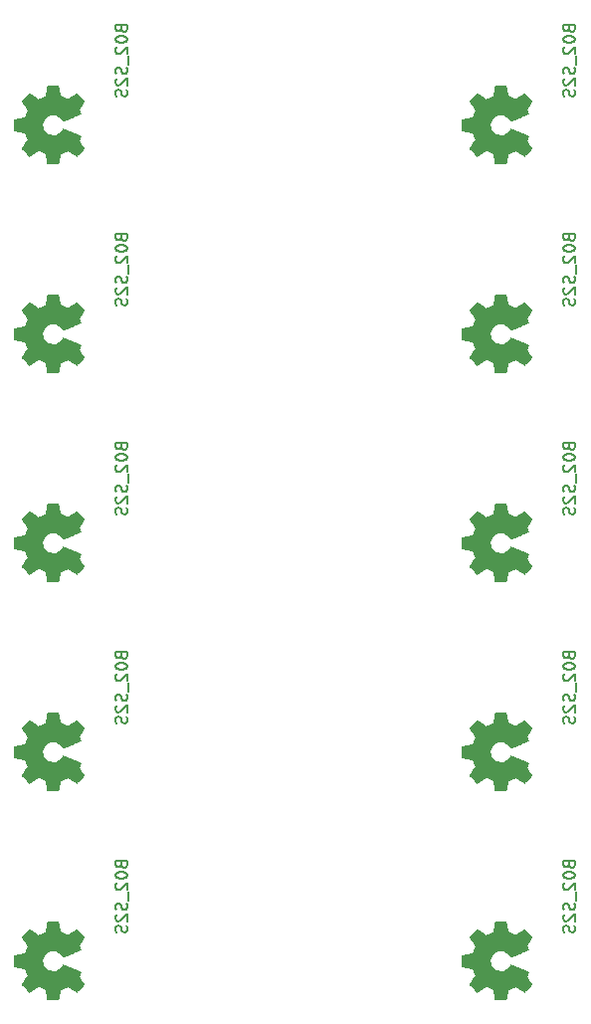
<source format=gbr>
G04 #@! TF.GenerationSoftware,KiCad,Pcbnew,5.1.5-52549c5~86~ubuntu18.04.1*
G04 #@! TF.CreationDate,2020-09-06T14:29:22-05:00*
G04 #@! TF.ProjectId,,58585858-5858-4585-9858-585858585858,rev?*
G04 #@! TF.SameCoordinates,Original*
G04 #@! TF.FileFunction,Legend,Bot*
G04 #@! TF.FilePolarity,Positive*
%FSLAX46Y46*%
G04 Gerber Fmt 4.6, Leading zero omitted, Abs format (unit mm)*
G04 Created by KiCad (PCBNEW 5.1.5-52549c5~86~ubuntu18.04.1) date 2020-09-06 14:29:22*
%MOMM*%
%LPD*%
G04 APERTURE LIST*
%ADD10C,0.150000*%
%ADD11C,0.010000*%
G04 APERTURE END LIST*
D10*
X167111371Y-142191123D02*
X167158990Y-142333980D01*
X167206609Y-142381600D01*
X167301847Y-142429219D01*
X167444704Y-142429219D01*
X167539942Y-142381600D01*
X167587561Y-142333980D01*
X167635180Y-142238742D01*
X167635180Y-141857790D01*
X166635180Y-141857790D01*
X166635180Y-142191123D01*
X166682800Y-142286361D01*
X166730419Y-142333980D01*
X166825657Y-142381600D01*
X166920895Y-142381600D01*
X167016133Y-142333980D01*
X167063752Y-142286361D01*
X167111371Y-142191123D01*
X167111371Y-141857790D01*
X166635180Y-143048266D02*
X166635180Y-143143504D01*
X166682800Y-143238742D01*
X166730419Y-143286361D01*
X166825657Y-143333980D01*
X167016133Y-143381600D01*
X167254228Y-143381600D01*
X167444704Y-143333980D01*
X167539942Y-143286361D01*
X167587561Y-143238742D01*
X167635180Y-143143504D01*
X167635180Y-143048266D01*
X167587561Y-142953028D01*
X167539942Y-142905409D01*
X167444704Y-142857790D01*
X167254228Y-142810171D01*
X167016133Y-142810171D01*
X166825657Y-142857790D01*
X166730419Y-142905409D01*
X166682800Y-142953028D01*
X166635180Y-143048266D01*
X166730419Y-143762552D02*
X166682800Y-143810171D01*
X166635180Y-143905409D01*
X166635180Y-144143504D01*
X166682800Y-144238742D01*
X166730419Y-144286361D01*
X166825657Y-144333980D01*
X166920895Y-144333980D01*
X167063752Y-144286361D01*
X167635180Y-143714933D01*
X167635180Y-144333980D01*
X167730419Y-144524457D02*
X167730419Y-145286361D01*
X167587561Y-145476838D02*
X167635180Y-145619695D01*
X167635180Y-145857790D01*
X167587561Y-145953028D01*
X167539942Y-146000647D01*
X167444704Y-146048266D01*
X167349466Y-146048266D01*
X167254228Y-146000647D01*
X167206609Y-145953028D01*
X167158990Y-145857790D01*
X167111371Y-145667314D01*
X167063752Y-145572076D01*
X167016133Y-145524457D01*
X166920895Y-145476838D01*
X166825657Y-145476838D01*
X166730419Y-145524457D01*
X166682800Y-145572076D01*
X166635180Y-145667314D01*
X166635180Y-145905409D01*
X166682800Y-146048266D01*
X166730419Y-146429219D02*
X166682800Y-146476838D01*
X166635180Y-146572076D01*
X166635180Y-146810171D01*
X166682800Y-146905409D01*
X166730419Y-146953028D01*
X166825657Y-147000647D01*
X166920895Y-147000647D01*
X167063752Y-146953028D01*
X167635180Y-146381600D01*
X167635180Y-147000647D01*
X167587561Y-147381600D02*
X167635180Y-147524457D01*
X167635180Y-147762552D01*
X167587561Y-147857790D01*
X167539942Y-147905409D01*
X167444704Y-147953028D01*
X167349466Y-147953028D01*
X167254228Y-147905409D01*
X167206609Y-147857790D01*
X167158990Y-147762552D01*
X167111371Y-147572076D01*
X167063752Y-147476838D01*
X167016133Y-147429219D01*
X166920895Y-147381600D01*
X166825657Y-147381600D01*
X166730419Y-147429219D01*
X166682800Y-147476838D01*
X166635180Y-147572076D01*
X166635180Y-147810171D01*
X166682800Y-147953028D01*
X129011371Y-142191123D02*
X129058990Y-142333980D01*
X129106609Y-142381600D01*
X129201847Y-142429219D01*
X129344704Y-142429219D01*
X129439942Y-142381600D01*
X129487561Y-142333980D01*
X129535180Y-142238742D01*
X129535180Y-141857790D01*
X128535180Y-141857790D01*
X128535180Y-142191123D01*
X128582800Y-142286361D01*
X128630419Y-142333980D01*
X128725657Y-142381600D01*
X128820895Y-142381600D01*
X128916133Y-142333980D01*
X128963752Y-142286361D01*
X129011371Y-142191123D01*
X129011371Y-141857790D01*
X128535180Y-143048266D02*
X128535180Y-143143504D01*
X128582800Y-143238742D01*
X128630419Y-143286361D01*
X128725657Y-143333980D01*
X128916133Y-143381600D01*
X129154228Y-143381600D01*
X129344704Y-143333980D01*
X129439942Y-143286361D01*
X129487561Y-143238742D01*
X129535180Y-143143504D01*
X129535180Y-143048266D01*
X129487561Y-142953028D01*
X129439942Y-142905409D01*
X129344704Y-142857790D01*
X129154228Y-142810171D01*
X128916133Y-142810171D01*
X128725657Y-142857790D01*
X128630419Y-142905409D01*
X128582800Y-142953028D01*
X128535180Y-143048266D01*
X128630419Y-143762552D02*
X128582800Y-143810171D01*
X128535180Y-143905409D01*
X128535180Y-144143504D01*
X128582800Y-144238742D01*
X128630419Y-144286361D01*
X128725657Y-144333980D01*
X128820895Y-144333980D01*
X128963752Y-144286361D01*
X129535180Y-143714933D01*
X129535180Y-144333980D01*
X129630419Y-144524457D02*
X129630419Y-145286361D01*
X129487561Y-145476838D02*
X129535180Y-145619695D01*
X129535180Y-145857790D01*
X129487561Y-145953028D01*
X129439942Y-146000647D01*
X129344704Y-146048266D01*
X129249466Y-146048266D01*
X129154228Y-146000647D01*
X129106609Y-145953028D01*
X129058990Y-145857790D01*
X129011371Y-145667314D01*
X128963752Y-145572076D01*
X128916133Y-145524457D01*
X128820895Y-145476838D01*
X128725657Y-145476838D01*
X128630419Y-145524457D01*
X128582800Y-145572076D01*
X128535180Y-145667314D01*
X128535180Y-145905409D01*
X128582800Y-146048266D01*
X128630419Y-146429219D02*
X128582800Y-146476838D01*
X128535180Y-146572076D01*
X128535180Y-146810171D01*
X128582800Y-146905409D01*
X128630419Y-146953028D01*
X128725657Y-147000647D01*
X128820895Y-147000647D01*
X128963752Y-146953028D01*
X129535180Y-146381600D01*
X129535180Y-147000647D01*
X129487561Y-147381600D02*
X129535180Y-147524457D01*
X129535180Y-147762552D01*
X129487561Y-147857790D01*
X129439942Y-147905409D01*
X129344704Y-147953028D01*
X129249466Y-147953028D01*
X129154228Y-147905409D01*
X129106609Y-147857790D01*
X129058990Y-147762552D01*
X129011371Y-147572076D01*
X128963752Y-147476838D01*
X128916133Y-147429219D01*
X128820895Y-147381600D01*
X128725657Y-147381600D01*
X128630419Y-147429219D01*
X128582800Y-147476838D01*
X128535180Y-147572076D01*
X128535180Y-147810171D01*
X128582800Y-147953028D01*
X167111371Y-124411123D02*
X167158990Y-124553980D01*
X167206609Y-124601600D01*
X167301847Y-124649219D01*
X167444704Y-124649219D01*
X167539942Y-124601600D01*
X167587561Y-124553980D01*
X167635180Y-124458742D01*
X167635180Y-124077790D01*
X166635180Y-124077790D01*
X166635180Y-124411123D01*
X166682800Y-124506361D01*
X166730419Y-124553980D01*
X166825657Y-124601600D01*
X166920895Y-124601600D01*
X167016133Y-124553980D01*
X167063752Y-124506361D01*
X167111371Y-124411123D01*
X167111371Y-124077790D01*
X166635180Y-125268266D02*
X166635180Y-125363504D01*
X166682800Y-125458742D01*
X166730419Y-125506361D01*
X166825657Y-125553980D01*
X167016133Y-125601600D01*
X167254228Y-125601600D01*
X167444704Y-125553980D01*
X167539942Y-125506361D01*
X167587561Y-125458742D01*
X167635180Y-125363504D01*
X167635180Y-125268266D01*
X167587561Y-125173028D01*
X167539942Y-125125409D01*
X167444704Y-125077790D01*
X167254228Y-125030171D01*
X167016133Y-125030171D01*
X166825657Y-125077790D01*
X166730419Y-125125409D01*
X166682800Y-125173028D01*
X166635180Y-125268266D01*
X166730419Y-125982552D02*
X166682800Y-126030171D01*
X166635180Y-126125409D01*
X166635180Y-126363504D01*
X166682800Y-126458742D01*
X166730419Y-126506361D01*
X166825657Y-126553980D01*
X166920895Y-126553980D01*
X167063752Y-126506361D01*
X167635180Y-125934933D01*
X167635180Y-126553980D01*
X167730419Y-126744457D02*
X167730419Y-127506361D01*
X167587561Y-127696838D02*
X167635180Y-127839695D01*
X167635180Y-128077790D01*
X167587561Y-128173028D01*
X167539942Y-128220647D01*
X167444704Y-128268266D01*
X167349466Y-128268266D01*
X167254228Y-128220647D01*
X167206609Y-128173028D01*
X167158990Y-128077790D01*
X167111371Y-127887314D01*
X167063752Y-127792076D01*
X167016133Y-127744457D01*
X166920895Y-127696838D01*
X166825657Y-127696838D01*
X166730419Y-127744457D01*
X166682800Y-127792076D01*
X166635180Y-127887314D01*
X166635180Y-128125409D01*
X166682800Y-128268266D01*
X166730419Y-128649219D02*
X166682800Y-128696838D01*
X166635180Y-128792076D01*
X166635180Y-129030171D01*
X166682800Y-129125409D01*
X166730419Y-129173028D01*
X166825657Y-129220647D01*
X166920895Y-129220647D01*
X167063752Y-129173028D01*
X167635180Y-128601600D01*
X167635180Y-129220647D01*
X167587561Y-129601600D02*
X167635180Y-129744457D01*
X167635180Y-129982552D01*
X167587561Y-130077790D01*
X167539942Y-130125409D01*
X167444704Y-130173028D01*
X167349466Y-130173028D01*
X167254228Y-130125409D01*
X167206609Y-130077790D01*
X167158990Y-129982552D01*
X167111371Y-129792076D01*
X167063752Y-129696838D01*
X167016133Y-129649219D01*
X166920895Y-129601600D01*
X166825657Y-129601600D01*
X166730419Y-129649219D01*
X166682800Y-129696838D01*
X166635180Y-129792076D01*
X166635180Y-130030171D01*
X166682800Y-130173028D01*
X129011371Y-124411123D02*
X129058990Y-124553980D01*
X129106609Y-124601600D01*
X129201847Y-124649219D01*
X129344704Y-124649219D01*
X129439942Y-124601600D01*
X129487561Y-124553980D01*
X129535180Y-124458742D01*
X129535180Y-124077790D01*
X128535180Y-124077790D01*
X128535180Y-124411123D01*
X128582800Y-124506361D01*
X128630419Y-124553980D01*
X128725657Y-124601600D01*
X128820895Y-124601600D01*
X128916133Y-124553980D01*
X128963752Y-124506361D01*
X129011371Y-124411123D01*
X129011371Y-124077790D01*
X128535180Y-125268266D02*
X128535180Y-125363504D01*
X128582800Y-125458742D01*
X128630419Y-125506361D01*
X128725657Y-125553980D01*
X128916133Y-125601600D01*
X129154228Y-125601600D01*
X129344704Y-125553980D01*
X129439942Y-125506361D01*
X129487561Y-125458742D01*
X129535180Y-125363504D01*
X129535180Y-125268266D01*
X129487561Y-125173028D01*
X129439942Y-125125409D01*
X129344704Y-125077790D01*
X129154228Y-125030171D01*
X128916133Y-125030171D01*
X128725657Y-125077790D01*
X128630419Y-125125409D01*
X128582800Y-125173028D01*
X128535180Y-125268266D01*
X128630419Y-125982552D02*
X128582800Y-126030171D01*
X128535180Y-126125409D01*
X128535180Y-126363504D01*
X128582800Y-126458742D01*
X128630419Y-126506361D01*
X128725657Y-126553980D01*
X128820895Y-126553980D01*
X128963752Y-126506361D01*
X129535180Y-125934933D01*
X129535180Y-126553980D01*
X129630419Y-126744457D02*
X129630419Y-127506361D01*
X129487561Y-127696838D02*
X129535180Y-127839695D01*
X129535180Y-128077790D01*
X129487561Y-128173028D01*
X129439942Y-128220647D01*
X129344704Y-128268266D01*
X129249466Y-128268266D01*
X129154228Y-128220647D01*
X129106609Y-128173028D01*
X129058990Y-128077790D01*
X129011371Y-127887314D01*
X128963752Y-127792076D01*
X128916133Y-127744457D01*
X128820895Y-127696838D01*
X128725657Y-127696838D01*
X128630419Y-127744457D01*
X128582800Y-127792076D01*
X128535180Y-127887314D01*
X128535180Y-128125409D01*
X128582800Y-128268266D01*
X128630419Y-128649219D02*
X128582800Y-128696838D01*
X128535180Y-128792076D01*
X128535180Y-129030171D01*
X128582800Y-129125409D01*
X128630419Y-129173028D01*
X128725657Y-129220647D01*
X128820895Y-129220647D01*
X128963752Y-129173028D01*
X129535180Y-128601600D01*
X129535180Y-129220647D01*
X129487561Y-129601600D02*
X129535180Y-129744457D01*
X129535180Y-129982552D01*
X129487561Y-130077790D01*
X129439942Y-130125409D01*
X129344704Y-130173028D01*
X129249466Y-130173028D01*
X129154228Y-130125409D01*
X129106609Y-130077790D01*
X129058990Y-129982552D01*
X129011371Y-129792076D01*
X128963752Y-129696838D01*
X128916133Y-129649219D01*
X128820895Y-129601600D01*
X128725657Y-129601600D01*
X128630419Y-129649219D01*
X128582800Y-129696838D01*
X128535180Y-129792076D01*
X128535180Y-130030171D01*
X128582800Y-130173028D01*
X167111371Y-106631123D02*
X167158990Y-106773980D01*
X167206609Y-106821600D01*
X167301847Y-106869219D01*
X167444704Y-106869219D01*
X167539942Y-106821600D01*
X167587561Y-106773980D01*
X167635180Y-106678742D01*
X167635180Y-106297790D01*
X166635180Y-106297790D01*
X166635180Y-106631123D01*
X166682800Y-106726361D01*
X166730419Y-106773980D01*
X166825657Y-106821600D01*
X166920895Y-106821600D01*
X167016133Y-106773980D01*
X167063752Y-106726361D01*
X167111371Y-106631123D01*
X167111371Y-106297790D01*
X166635180Y-107488266D02*
X166635180Y-107583504D01*
X166682800Y-107678742D01*
X166730419Y-107726361D01*
X166825657Y-107773980D01*
X167016133Y-107821600D01*
X167254228Y-107821600D01*
X167444704Y-107773980D01*
X167539942Y-107726361D01*
X167587561Y-107678742D01*
X167635180Y-107583504D01*
X167635180Y-107488266D01*
X167587561Y-107393028D01*
X167539942Y-107345409D01*
X167444704Y-107297790D01*
X167254228Y-107250171D01*
X167016133Y-107250171D01*
X166825657Y-107297790D01*
X166730419Y-107345409D01*
X166682800Y-107393028D01*
X166635180Y-107488266D01*
X166730419Y-108202552D02*
X166682800Y-108250171D01*
X166635180Y-108345409D01*
X166635180Y-108583504D01*
X166682800Y-108678742D01*
X166730419Y-108726361D01*
X166825657Y-108773980D01*
X166920895Y-108773980D01*
X167063752Y-108726361D01*
X167635180Y-108154933D01*
X167635180Y-108773980D01*
X167730419Y-108964457D02*
X167730419Y-109726361D01*
X167587561Y-109916838D02*
X167635180Y-110059695D01*
X167635180Y-110297790D01*
X167587561Y-110393028D01*
X167539942Y-110440647D01*
X167444704Y-110488266D01*
X167349466Y-110488266D01*
X167254228Y-110440647D01*
X167206609Y-110393028D01*
X167158990Y-110297790D01*
X167111371Y-110107314D01*
X167063752Y-110012076D01*
X167016133Y-109964457D01*
X166920895Y-109916838D01*
X166825657Y-109916838D01*
X166730419Y-109964457D01*
X166682800Y-110012076D01*
X166635180Y-110107314D01*
X166635180Y-110345409D01*
X166682800Y-110488266D01*
X166730419Y-110869219D02*
X166682800Y-110916838D01*
X166635180Y-111012076D01*
X166635180Y-111250171D01*
X166682800Y-111345409D01*
X166730419Y-111393028D01*
X166825657Y-111440647D01*
X166920895Y-111440647D01*
X167063752Y-111393028D01*
X167635180Y-110821600D01*
X167635180Y-111440647D01*
X167587561Y-111821600D02*
X167635180Y-111964457D01*
X167635180Y-112202552D01*
X167587561Y-112297790D01*
X167539942Y-112345409D01*
X167444704Y-112393028D01*
X167349466Y-112393028D01*
X167254228Y-112345409D01*
X167206609Y-112297790D01*
X167158990Y-112202552D01*
X167111371Y-112012076D01*
X167063752Y-111916838D01*
X167016133Y-111869219D01*
X166920895Y-111821600D01*
X166825657Y-111821600D01*
X166730419Y-111869219D01*
X166682800Y-111916838D01*
X166635180Y-112012076D01*
X166635180Y-112250171D01*
X166682800Y-112393028D01*
X129011371Y-106631123D02*
X129058990Y-106773980D01*
X129106609Y-106821600D01*
X129201847Y-106869219D01*
X129344704Y-106869219D01*
X129439942Y-106821600D01*
X129487561Y-106773980D01*
X129535180Y-106678742D01*
X129535180Y-106297790D01*
X128535180Y-106297790D01*
X128535180Y-106631123D01*
X128582800Y-106726361D01*
X128630419Y-106773980D01*
X128725657Y-106821600D01*
X128820895Y-106821600D01*
X128916133Y-106773980D01*
X128963752Y-106726361D01*
X129011371Y-106631123D01*
X129011371Y-106297790D01*
X128535180Y-107488266D02*
X128535180Y-107583504D01*
X128582800Y-107678742D01*
X128630419Y-107726361D01*
X128725657Y-107773980D01*
X128916133Y-107821600D01*
X129154228Y-107821600D01*
X129344704Y-107773980D01*
X129439942Y-107726361D01*
X129487561Y-107678742D01*
X129535180Y-107583504D01*
X129535180Y-107488266D01*
X129487561Y-107393028D01*
X129439942Y-107345409D01*
X129344704Y-107297790D01*
X129154228Y-107250171D01*
X128916133Y-107250171D01*
X128725657Y-107297790D01*
X128630419Y-107345409D01*
X128582800Y-107393028D01*
X128535180Y-107488266D01*
X128630419Y-108202552D02*
X128582800Y-108250171D01*
X128535180Y-108345409D01*
X128535180Y-108583504D01*
X128582800Y-108678742D01*
X128630419Y-108726361D01*
X128725657Y-108773980D01*
X128820895Y-108773980D01*
X128963752Y-108726361D01*
X129535180Y-108154933D01*
X129535180Y-108773980D01*
X129630419Y-108964457D02*
X129630419Y-109726361D01*
X129487561Y-109916838D02*
X129535180Y-110059695D01*
X129535180Y-110297790D01*
X129487561Y-110393028D01*
X129439942Y-110440647D01*
X129344704Y-110488266D01*
X129249466Y-110488266D01*
X129154228Y-110440647D01*
X129106609Y-110393028D01*
X129058990Y-110297790D01*
X129011371Y-110107314D01*
X128963752Y-110012076D01*
X128916133Y-109964457D01*
X128820895Y-109916838D01*
X128725657Y-109916838D01*
X128630419Y-109964457D01*
X128582800Y-110012076D01*
X128535180Y-110107314D01*
X128535180Y-110345409D01*
X128582800Y-110488266D01*
X128630419Y-110869219D02*
X128582800Y-110916838D01*
X128535180Y-111012076D01*
X128535180Y-111250171D01*
X128582800Y-111345409D01*
X128630419Y-111393028D01*
X128725657Y-111440647D01*
X128820895Y-111440647D01*
X128963752Y-111393028D01*
X129535180Y-110821600D01*
X129535180Y-111440647D01*
X129487561Y-111821600D02*
X129535180Y-111964457D01*
X129535180Y-112202552D01*
X129487561Y-112297790D01*
X129439942Y-112345409D01*
X129344704Y-112393028D01*
X129249466Y-112393028D01*
X129154228Y-112345409D01*
X129106609Y-112297790D01*
X129058990Y-112202552D01*
X129011371Y-112012076D01*
X128963752Y-111916838D01*
X128916133Y-111869219D01*
X128820895Y-111821600D01*
X128725657Y-111821600D01*
X128630419Y-111869219D01*
X128582800Y-111916838D01*
X128535180Y-112012076D01*
X128535180Y-112250171D01*
X128582800Y-112393028D01*
X167111371Y-88851123D02*
X167158990Y-88993980D01*
X167206609Y-89041600D01*
X167301847Y-89089219D01*
X167444704Y-89089219D01*
X167539942Y-89041600D01*
X167587561Y-88993980D01*
X167635180Y-88898742D01*
X167635180Y-88517790D01*
X166635180Y-88517790D01*
X166635180Y-88851123D01*
X166682800Y-88946361D01*
X166730419Y-88993980D01*
X166825657Y-89041600D01*
X166920895Y-89041600D01*
X167016133Y-88993980D01*
X167063752Y-88946361D01*
X167111371Y-88851123D01*
X167111371Y-88517790D01*
X166635180Y-89708266D02*
X166635180Y-89803504D01*
X166682800Y-89898742D01*
X166730419Y-89946361D01*
X166825657Y-89993980D01*
X167016133Y-90041600D01*
X167254228Y-90041600D01*
X167444704Y-89993980D01*
X167539942Y-89946361D01*
X167587561Y-89898742D01*
X167635180Y-89803504D01*
X167635180Y-89708266D01*
X167587561Y-89613028D01*
X167539942Y-89565409D01*
X167444704Y-89517790D01*
X167254228Y-89470171D01*
X167016133Y-89470171D01*
X166825657Y-89517790D01*
X166730419Y-89565409D01*
X166682800Y-89613028D01*
X166635180Y-89708266D01*
X166730419Y-90422552D02*
X166682800Y-90470171D01*
X166635180Y-90565409D01*
X166635180Y-90803504D01*
X166682800Y-90898742D01*
X166730419Y-90946361D01*
X166825657Y-90993980D01*
X166920895Y-90993980D01*
X167063752Y-90946361D01*
X167635180Y-90374933D01*
X167635180Y-90993980D01*
X167730419Y-91184457D02*
X167730419Y-91946361D01*
X167587561Y-92136838D02*
X167635180Y-92279695D01*
X167635180Y-92517790D01*
X167587561Y-92613028D01*
X167539942Y-92660647D01*
X167444704Y-92708266D01*
X167349466Y-92708266D01*
X167254228Y-92660647D01*
X167206609Y-92613028D01*
X167158990Y-92517790D01*
X167111371Y-92327314D01*
X167063752Y-92232076D01*
X167016133Y-92184457D01*
X166920895Y-92136838D01*
X166825657Y-92136838D01*
X166730419Y-92184457D01*
X166682800Y-92232076D01*
X166635180Y-92327314D01*
X166635180Y-92565409D01*
X166682800Y-92708266D01*
X166730419Y-93089219D02*
X166682800Y-93136838D01*
X166635180Y-93232076D01*
X166635180Y-93470171D01*
X166682800Y-93565409D01*
X166730419Y-93613028D01*
X166825657Y-93660647D01*
X166920895Y-93660647D01*
X167063752Y-93613028D01*
X167635180Y-93041600D01*
X167635180Y-93660647D01*
X167587561Y-94041600D02*
X167635180Y-94184457D01*
X167635180Y-94422552D01*
X167587561Y-94517790D01*
X167539942Y-94565409D01*
X167444704Y-94613028D01*
X167349466Y-94613028D01*
X167254228Y-94565409D01*
X167206609Y-94517790D01*
X167158990Y-94422552D01*
X167111371Y-94232076D01*
X167063752Y-94136838D01*
X167016133Y-94089219D01*
X166920895Y-94041600D01*
X166825657Y-94041600D01*
X166730419Y-94089219D01*
X166682800Y-94136838D01*
X166635180Y-94232076D01*
X166635180Y-94470171D01*
X166682800Y-94613028D01*
X129011371Y-88851123D02*
X129058990Y-88993980D01*
X129106609Y-89041600D01*
X129201847Y-89089219D01*
X129344704Y-89089219D01*
X129439942Y-89041600D01*
X129487561Y-88993980D01*
X129535180Y-88898742D01*
X129535180Y-88517790D01*
X128535180Y-88517790D01*
X128535180Y-88851123D01*
X128582800Y-88946361D01*
X128630419Y-88993980D01*
X128725657Y-89041600D01*
X128820895Y-89041600D01*
X128916133Y-88993980D01*
X128963752Y-88946361D01*
X129011371Y-88851123D01*
X129011371Y-88517790D01*
X128535180Y-89708266D02*
X128535180Y-89803504D01*
X128582800Y-89898742D01*
X128630419Y-89946361D01*
X128725657Y-89993980D01*
X128916133Y-90041600D01*
X129154228Y-90041600D01*
X129344704Y-89993980D01*
X129439942Y-89946361D01*
X129487561Y-89898742D01*
X129535180Y-89803504D01*
X129535180Y-89708266D01*
X129487561Y-89613028D01*
X129439942Y-89565409D01*
X129344704Y-89517790D01*
X129154228Y-89470171D01*
X128916133Y-89470171D01*
X128725657Y-89517790D01*
X128630419Y-89565409D01*
X128582800Y-89613028D01*
X128535180Y-89708266D01*
X128630419Y-90422552D02*
X128582800Y-90470171D01*
X128535180Y-90565409D01*
X128535180Y-90803504D01*
X128582800Y-90898742D01*
X128630419Y-90946361D01*
X128725657Y-90993980D01*
X128820895Y-90993980D01*
X128963752Y-90946361D01*
X129535180Y-90374933D01*
X129535180Y-90993980D01*
X129630419Y-91184457D02*
X129630419Y-91946361D01*
X129487561Y-92136838D02*
X129535180Y-92279695D01*
X129535180Y-92517790D01*
X129487561Y-92613028D01*
X129439942Y-92660647D01*
X129344704Y-92708266D01*
X129249466Y-92708266D01*
X129154228Y-92660647D01*
X129106609Y-92613028D01*
X129058990Y-92517790D01*
X129011371Y-92327314D01*
X128963752Y-92232076D01*
X128916133Y-92184457D01*
X128820895Y-92136838D01*
X128725657Y-92136838D01*
X128630419Y-92184457D01*
X128582800Y-92232076D01*
X128535180Y-92327314D01*
X128535180Y-92565409D01*
X128582800Y-92708266D01*
X128630419Y-93089219D02*
X128582800Y-93136838D01*
X128535180Y-93232076D01*
X128535180Y-93470171D01*
X128582800Y-93565409D01*
X128630419Y-93613028D01*
X128725657Y-93660647D01*
X128820895Y-93660647D01*
X128963752Y-93613028D01*
X129535180Y-93041600D01*
X129535180Y-93660647D01*
X129487561Y-94041600D02*
X129535180Y-94184457D01*
X129535180Y-94422552D01*
X129487561Y-94517790D01*
X129439942Y-94565409D01*
X129344704Y-94613028D01*
X129249466Y-94613028D01*
X129154228Y-94565409D01*
X129106609Y-94517790D01*
X129058990Y-94422552D01*
X129011371Y-94232076D01*
X128963752Y-94136838D01*
X128916133Y-94089219D01*
X128820895Y-94041600D01*
X128725657Y-94041600D01*
X128630419Y-94089219D01*
X128582800Y-94136838D01*
X128535180Y-94232076D01*
X128535180Y-94470171D01*
X128582800Y-94613028D01*
X167111371Y-71071123D02*
X167158990Y-71213980D01*
X167206609Y-71261600D01*
X167301847Y-71309219D01*
X167444704Y-71309219D01*
X167539942Y-71261600D01*
X167587561Y-71213980D01*
X167635180Y-71118742D01*
X167635180Y-70737790D01*
X166635180Y-70737790D01*
X166635180Y-71071123D01*
X166682800Y-71166361D01*
X166730419Y-71213980D01*
X166825657Y-71261600D01*
X166920895Y-71261600D01*
X167016133Y-71213980D01*
X167063752Y-71166361D01*
X167111371Y-71071123D01*
X167111371Y-70737790D01*
X166635180Y-71928266D02*
X166635180Y-72023504D01*
X166682800Y-72118742D01*
X166730419Y-72166361D01*
X166825657Y-72213980D01*
X167016133Y-72261600D01*
X167254228Y-72261600D01*
X167444704Y-72213980D01*
X167539942Y-72166361D01*
X167587561Y-72118742D01*
X167635180Y-72023504D01*
X167635180Y-71928266D01*
X167587561Y-71833028D01*
X167539942Y-71785409D01*
X167444704Y-71737790D01*
X167254228Y-71690171D01*
X167016133Y-71690171D01*
X166825657Y-71737790D01*
X166730419Y-71785409D01*
X166682800Y-71833028D01*
X166635180Y-71928266D01*
X166730419Y-72642552D02*
X166682800Y-72690171D01*
X166635180Y-72785409D01*
X166635180Y-73023504D01*
X166682800Y-73118742D01*
X166730419Y-73166361D01*
X166825657Y-73213980D01*
X166920895Y-73213980D01*
X167063752Y-73166361D01*
X167635180Y-72594933D01*
X167635180Y-73213980D01*
X167730419Y-73404457D02*
X167730419Y-74166361D01*
X167587561Y-74356838D02*
X167635180Y-74499695D01*
X167635180Y-74737790D01*
X167587561Y-74833028D01*
X167539942Y-74880647D01*
X167444704Y-74928266D01*
X167349466Y-74928266D01*
X167254228Y-74880647D01*
X167206609Y-74833028D01*
X167158990Y-74737790D01*
X167111371Y-74547314D01*
X167063752Y-74452076D01*
X167016133Y-74404457D01*
X166920895Y-74356838D01*
X166825657Y-74356838D01*
X166730419Y-74404457D01*
X166682800Y-74452076D01*
X166635180Y-74547314D01*
X166635180Y-74785409D01*
X166682800Y-74928266D01*
X166730419Y-75309219D02*
X166682800Y-75356838D01*
X166635180Y-75452076D01*
X166635180Y-75690171D01*
X166682800Y-75785409D01*
X166730419Y-75833028D01*
X166825657Y-75880647D01*
X166920895Y-75880647D01*
X167063752Y-75833028D01*
X167635180Y-75261600D01*
X167635180Y-75880647D01*
X167587561Y-76261600D02*
X167635180Y-76404457D01*
X167635180Y-76642552D01*
X167587561Y-76737790D01*
X167539942Y-76785409D01*
X167444704Y-76833028D01*
X167349466Y-76833028D01*
X167254228Y-76785409D01*
X167206609Y-76737790D01*
X167158990Y-76642552D01*
X167111371Y-76452076D01*
X167063752Y-76356838D01*
X167016133Y-76309219D01*
X166920895Y-76261600D01*
X166825657Y-76261600D01*
X166730419Y-76309219D01*
X166682800Y-76356838D01*
X166635180Y-76452076D01*
X166635180Y-76690171D01*
X166682800Y-76833028D01*
X129011371Y-71071123D02*
X129058990Y-71213980D01*
X129106609Y-71261600D01*
X129201847Y-71309219D01*
X129344704Y-71309219D01*
X129439942Y-71261600D01*
X129487561Y-71213980D01*
X129535180Y-71118742D01*
X129535180Y-70737790D01*
X128535180Y-70737790D01*
X128535180Y-71071123D01*
X128582800Y-71166361D01*
X128630419Y-71213980D01*
X128725657Y-71261600D01*
X128820895Y-71261600D01*
X128916133Y-71213980D01*
X128963752Y-71166361D01*
X129011371Y-71071123D01*
X129011371Y-70737790D01*
X128535180Y-71928266D02*
X128535180Y-72023504D01*
X128582800Y-72118742D01*
X128630419Y-72166361D01*
X128725657Y-72213980D01*
X128916133Y-72261600D01*
X129154228Y-72261600D01*
X129344704Y-72213980D01*
X129439942Y-72166361D01*
X129487561Y-72118742D01*
X129535180Y-72023504D01*
X129535180Y-71928266D01*
X129487561Y-71833028D01*
X129439942Y-71785409D01*
X129344704Y-71737790D01*
X129154228Y-71690171D01*
X128916133Y-71690171D01*
X128725657Y-71737790D01*
X128630419Y-71785409D01*
X128582800Y-71833028D01*
X128535180Y-71928266D01*
X128630419Y-72642552D02*
X128582800Y-72690171D01*
X128535180Y-72785409D01*
X128535180Y-73023504D01*
X128582800Y-73118742D01*
X128630419Y-73166361D01*
X128725657Y-73213980D01*
X128820895Y-73213980D01*
X128963752Y-73166361D01*
X129535180Y-72594933D01*
X129535180Y-73213980D01*
X129630419Y-73404457D02*
X129630419Y-74166361D01*
X129487561Y-74356838D02*
X129535180Y-74499695D01*
X129535180Y-74737790D01*
X129487561Y-74833028D01*
X129439942Y-74880647D01*
X129344704Y-74928266D01*
X129249466Y-74928266D01*
X129154228Y-74880647D01*
X129106609Y-74833028D01*
X129058990Y-74737790D01*
X129011371Y-74547314D01*
X128963752Y-74452076D01*
X128916133Y-74404457D01*
X128820895Y-74356838D01*
X128725657Y-74356838D01*
X128630419Y-74404457D01*
X128582800Y-74452076D01*
X128535180Y-74547314D01*
X128535180Y-74785409D01*
X128582800Y-74928266D01*
X128630419Y-75309219D02*
X128582800Y-75356838D01*
X128535180Y-75452076D01*
X128535180Y-75690171D01*
X128582800Y-75785409D01*
X128630419Y-75833028D01*
X128725657Y-75880647D01*
X128820895Y-75880647D01*
X128963752Y-75833028D01*
X129535180Y-75261600D01*
X129535180Y-75880647D01*
X129487561Y-76261600D02*
X129535180Y-76404457D01*
X129535180Y-76642552D01*
X129487561Y-76737790D01*
X129439942Y-76785409D01*
X129344704Y-76833028D01*
X129249466Y-76833028D01*
X129154228Y-76785409D01*
X129106609Y-76737790D01*
X129058990Y-76642552D01*
X129011371Y-76452076D01*
X128963752Y-76356838D01*
X128916133Y-76309219D01*
X128820895Y-76261600D01*
X128725657Y-76261600D01*
X128630419Y-76309219D01*
X128582800Y-76356838D01*
X128535180Y-76452076D01*
X128535180Y-76690171D01*
X128582800Y-76833028D01*
D11*
G36*
X158454131Y-150898414D02*
G01*
X158898755Y-150982235D01*
X159026253Y-151291520D01*
X159153751Y-151600806D01*
X158901446Y-151971846D01*
X158831196Y-152075757D01*
X158768472Y-152169687D01*
X158716138Y-152249252D01*
X158677057Y-152310070D01*
X158654093Y-152347757D01*
X158649142Y-152358021D01*
X158661876Y-152376510D01*
X158697082Y-152416020D01*
X158750262Y-152472122D01*
X158816918Y-152540387D01*
X158892554Y-152616386D01*
X158972672Y-152695692D01*
X159052774Y-152773875D01*
X159128364Y-152846507D01*
X159194945Y-152909159D01*
X159248018Y-152957403D01*
X159283087Y-152986810D01*
X159294823Y-152993841D01*
X159316460Y-152983723D01*
X159363862Y-152955359D01*
X159432393Y-152911729D01*
X159517415Y-152855818D01*
X159614293Y-152790606D01*
X159669550Y-152752819D01*
X159770448Y-152683943D01*
X159861499Y-152622740D01*
X159938170Y-152572178D01*
X159995928Y-152535228D01*
X160030243Y-152514858D01*
X160037454Y-152511797D01*
X160057948Y-152518736D01*
X160105713Y-152537651D01*
X160174032Y-152565687D01*
X160256189Y-152599991D01*
X160345470Y-152637709D01*
X160435158Y-152675987D01*
X160518538Y-152711970D01*
X160588894Y-152742806D01*
X160639510Y-152765639D01*
X160663671Y-152777617D01*
X160664622Y-152778324D01*
X160669236Y-152797131D01*
X160679528Y-152847218D01*
X160694487Y-152923393D01*
X160713101Y-153020465D01*
X160734359Y-153133243D01*
X160746618Y-153199042D01*
X160769562Y-153319550D01*
X160791395Y-153428397D01*
X160810922Y-153520076D01*
X160826948Y-153589081D01*
X160838279Y-153629904D01*
X160841874Y-153638111D01*
X160866206Y-153646148D01*
X160921159Y-153652633D01*
X161000308Y-153657570D01*
X161097226Y-153660964D01*
X161205487Y-153662818D01*
X161318665Y-153663138D01*
X161430335Y-153661927D01*
X161534068Y-153659190D01*
X161623441Y-153654931D01*
X161692026Y-153649155D01*
X161733397Y-153641867D01*
X161742010Y-153637495D01*
X161752333Y-153611364D01*
X161767092Y-153555993D01*
X161784552Y-153478707D01*
X161802980Y-153386830D01*
X161808941Y-153354758D01*
X161837266Y-153200124D01*
X161860076Y-153077975D01*
X161878280Y-152984273D01*
X161892783Y-152914984D01*
X161904492Y-152866071D01*
X161914315Y-152833497D01*
X161923156Y-152813228D01*
X161931924Y-152801226D01*
X161933657Y-152799547D01*
X161961571Y-152782784D01*
X162015895Y-152757214D01*
X162089977Y-152725388D01*
X162177165Y-152689860D01*
X162270808Y-152653183D01*
X162364252Y-152617911D01*
X162450847Y-152586596D01*
X162523940Y-152561793D01*
X162576878Y-152546054D01*
X162603011Y-152541932D01*
X162603926Y-152542276D01*
X162625286Y-152556241D01*
X162672284Y-152587922D01*
X162740027Y-152633991D01*
X162823623Y-152691118D01*
X162918182Y-152755973D01*
X162945054Y-152774443D01*
X163042475Y-152840299D01*
X163131363Y-152898250D01*
X163206612Y-152945138D01*
X163263120Y-152977807D01*
X163295781Y-152993100D01*
X163299793Y-152993841D01*
X163320884Y-152980992D01*
X163362664Y-152945488D01*
X163420645Y-152891893D01*
X163490335Y-152824771D01*
X163567245Y-152748687D01*
X163646883Y-152668204D01*
X163724761Y-152587887D01*
X163796386Y-152512299D01*
X163857270Y-152446005D01*
X163902921Y-152393569D01*
X163928850Y-152359555D01*
X163933083Y-152350145D01*
X163923112Y-152328243D01*
X163896220Y-152283400D01*
X163856936Y-152222921D01*
X163825317Y-152176389D01*
X163767298Y-152092075D01*
X163698984Y-151992226D01*
X163630779Y-151892073D01*
X163594275Y-151838227D01*
X163471000Y-151655971D01*
X163553720Y-151502981D01*
X163589959Y-151433282D01*
X163618126Y-151374014D01*
X163634191Y-151333911D01*
X163636426Y-151323703D01*
X163619922Y-151311429D01*
X163573282Y-151287213D01*
X163500809Y-151252863D01*
X163406806Y-151210188D01*
X163295574Y-151160994D01*
X163171415Y-151107090D01*
X163038632Y-151050284D01*
X162901527Y-150992382D01*
X162764402Y-150935193D01*
X162631558Y-150880524D01*
X162507298Y-150830184D01*
X162395925Y-150785980D01*
X162301739Y-150749719D01*
X162229044Y-150723209D01*
X162182141Y-150708258D01*
X162166033Y-150705854D01*
X162145486Y-150724911D01*
X162112133Y-150766636D01*
X162072902Y-150822306D01*
X162069799Y-150826978D01*
X161954623Y-150970864D01*
X161820253Y-151086883D01*
X161670984Y-151174030D01*
X161511113Y-151231299D01*
X161344937Y-151257686D01*
X161176752Y-151252185D01*
X161010855Y-151213790D01*
X160851542Y-151141495D01*
X160816687Y-151120226D01*
X160675937Y-151009596D01*
X160562914Y-150878902D01*
X160478203Y-150732664D01*
X160422394Y-150575408D01*
X160396074Y-150411657D01*
X160399830Y-150245933D01*
X160434250Y-150082762D01*
X160499923Y-149926665D01*
X160597435Y-149782167D01*
X160637013Y-149737469D01*
X160760903Y-149623712D01*
X160891324Y-149540818D01*
X161037515Y-149483956D01*
X161182288Y-149452287D01*
X161345060Y-149444469D01*
X161508640Y-149470538D01*
X161667498Y-149527845D01*
X161816106Y-149613744D01*
X161948935Y-149725586D01*
X162060456Y-149860723D01*
X162072211Y-149878483D01*
X162110708Y-149934750D01*
X162144063Y-149977523D01*
X162165360Y-149997972D01*
X162166033Y-149998269D01*
X162189071Y-149993879D01*
X162241357Y-149976476D01*
X162318590Y-149947868D01*
X162416468Y-149909865D01*
X162530691Y-149864274D01*
X162656958Y-149812903D01*
X162790967Y-149757562D01*
X162928418Y-149700058D01*
X163065008Y-149642201D01*
X163196437Y-149585798D01*
X163318405Y-149532658D01*
X163426609Y-149484590D01*
X163516749Y-149443401D01*
X163584523Y-149410901D01*
X163625630Y-149388897D01*
X163636426Y-149380036D01*
X163628019Y-149352960D01*
X163605472Y-149302297D01*
X163572813Y-149236783D01*
X163553720Y-149200759D01*
X163471000Y-149047768D01*
X163594275Y-148865512D01*
X163657428Y-148772475D01*
X163726927Y-148670615D01*
X163792365Y-148575162D01*
X163825317Y-148527350D01*
X163870473Y-148460105D01*
X163906257Y-148403164D01*
X163928138Y-148363954D01*
X163932763Y-148351219D01*
X163920285Y-148332683D01*
X163885452Y-148291659D01*
X163831878Y-148232125D01*
X163763183Y-148158058D01*
X163682981Y-148073435D01*
X163631486Y-148019915D01*
X163539486Y-147926281D01*
X163457199Y-147845359D01*
X163388145Y-147780423D01*
X163335844Y-147734742D01*
X163303816Y-147711589D01*
X163297316Y-147709368D01*
X163272594Y-147719676D01*
X163222605Y-147748161D01*
X163152412Y-147791663D01*
X163067075Y-147847023D01*
X162971656Y-147911080D01*
X162945054Y-147929297D01*
X162848367Y-147995673D01*
X162761317Y-148055222D01*
X162688795Y-148104616D01*
X162635693Y-148140525D01*
X162606903Y-148159619D01*
X162603926Y-148161464D01*
X162580982Y-148158705D01*
X162530536Y-148144062D01*
X162459241Y-148120087D01*
X162373747Y-148089334D01*
X162280707Y-148054356D01*
X162186774Y-148017707D01*
X162098599Y-147981939D01*
X162022834Y-147949606D01*
X161966131Y-147923262D01*
X161935143Y-147905458D01*
X161933657Y-147904193D01*
X161924801Y-147893306D01*
X161916043Y-147874918D01*
X161906477Y-147844994D01*
X161895196Y-147799497D01*
X161881293Y-147734391D01*
X161863863Y-147645639D01*
X161841998Y-147529207D01*
X161814791Y-147381058D01*
X161808941Y-147348982D01*
X161790574Y-147253914D01*
X161772605Y-147171035D01*
X161756769Y-147107670D01*
X161744800Y-147071142D01*
X161742010Y-147066244D01*
X161717272Y-147058173D01*
X161661990Y-147051613D01*
X161582589Y-147046567D01*
X161485496Y-147043041D01*
X161377138Y-147041039D01*
X161263940Y-147040564D01*
X161152328Y-147041623D01*
X161048729Y-147044218D01*
X160959568Y-147048354D01*
X160891272Y-147054037D01*
X160850266Y-147061269D01*
X160841874Y-147065629D01*
X160833408Y-147089902D01*
X160819635Y-147145174D01*
X160801750Y-147225938D01*
X160780948Y-147326688D01*
X160758423Y-147441917D01*
X160746618Y-147504698D01*
X160724351Y-147623813D01*
X160704179Y-147730035D01*
X160687115Y-147818173D01*
X160674169Y-147883034D01*
X160666355Y-147919426D01*
X160664622Y-147925416D01*
X160645090Y-147935539D01*
X160598043Y-147956938D01*
X160530203Y-147986761D01*
X160448291Y-148022155D01*
X160359028Y-148060268D01*
X160269135Y-148098247D01*
X160185335Y-148133240D01*
X160114347Y-148162394D01*
X160062894Y-148182857D01*
X160037697Y-148191777D01*
X160036596Y-148191943D01*
X160016719Y-148181831D01*
X159970977Y-148153483D01*
X159903917Y-148109877D01*
X159820084Y-148053994D01*
X159724026Y-147988813D01*
X159668850Y-147950921D01*
X159567681Y-147881875D01*
X159475830Y-147820550D01*
X159397944Y-147769937D01*
X159338669Y-147733029D01*
X159302651Y-147712818D01*
X159294577Y-147709899D01*
X159275784Y-147722447D01*
X159235657Y-147757137D01*
X159178693Y-147809537D01*
X159109385Y-147875216D01*
X159032231Y-147949744D01*
X158951725Y-148028687D01*
X158872363Y-148107617D01*
X158798640Y-148182100D01*
X158735052Y-148247706D01*
X158686094Y-148300004D01*
X158656261Y-148334561D01*
X158649142Y-148346122D01*
X158659153Y-148364946D01*
X158687278Y-148409969D01*
X158730654Y-148476813D01*
X158786418Y-148561101D01*
X158851706Y-148658456D01*
X158901446Y-148731893D01*
X159153751Y-149102933D01*
X158898755Y-149721505D01*
X158454131Y-149805325D01*
X158009507Y-149889146D01*
X158009507Y-150814594D01*
X158454131Y-150898414D01*
G37*
X158454131Y-150898414D02*
X158898755Y-150982235D01*
X159026253Y-151291520D01*
X159153751Y-151600806D01*
X158901446Y-151971846D01*
X158831196Y-152075757D01*
X158768472Y-152169687D01*
X158716138Y-152249252D01*
X158677057Y-152310070D01*
X158654093Y-152347757D01*
X158649142Y-152358021D01*
X158661876Y-152376510D01*
X158697082Y-152416020D01*
X158750262Y-152472122D01*
X158816918Y-152540387D01*
X158892554Y-152616386D01*
X158972672Y-152695692D01*
X159052774Y-152773875D01*
X159128364Y-152846507D01*
X159194945Y-152909159D01*
X159248018Y-152957403D01*
X159283087Y-152986810D01*
X159294823Y-152993841D01*
X159316460Y-152983723D01*
X159363862Y-152955359D01*
X159432393Y-152911729D01*
X159517415Y-152855818D01*
X159614293Y-152790606D01*
X159669550Y-152752819D01*
X159770448Y-152683943D01*
X159861499Y-152622740D01*
X159938170Y-152572178D01*
X159995928Y-152535228D01*
X160030243Y-152514858D01*
X160037454Y-152511797D01*
X160057948Y-152518736D01*
X160105713Y-152537651D01*
X160174032Y-152565687D01*
X160256189Y-152599991D01*
X160345470Y-152637709D01*
X160435158Y-152675987D01*
X160518538Y-152711970D01*
X160588894Y-152742806D01*
X160639510Y-152765639D01*
X160663671Y-152777617D01*
X160664622Y-152778324D01*
X160669236Y-152797131D01*
X160679528Y-152847218D01*
X160694487Y-152923393D01*
X160713101Y-153020465D01*
X160734359Y-153133243D01*
X160746618Y-153199042D01*
X160769562Y-153319550D01*
X160791395Y-153428397D01*
X160810922Y-153520076D01*
X160826948Y-153589081D01*
X160838279Y-153629904D01*
X160841874Y-153638111D01*
X160866206Y-153646148D01*
X160921159Y-153652633D01*
X161000308Y-153657570D01*
X161097226Y-153660964D01*
X161205487Y-153662818D01*
X161318665Y-153663138D01*
X161430335Y-153661927D01*
X161534068Y-153659190D01*
X161623441Y-153654931D01*
X161692026Y-153649155D01*
X161733397Y-153641867D01*
X161742010Y-153637495D01*
X161752333Y-153611364D01*
X161767092Y-153555993D01*
X161784552Y-153478707D01*
X161802980Y-153386830D01*
X161808941Y-153354758D01*
X161837266Y-153200124D01*
X161860076Y-153077975D01*
X161878280Y-152984273D01*
X161892783Y-152914984D01*
X161904492Y-152866071D01*
X161914315Y-152833497D01*
X161923156Y-152813228D01*
X161931924Y-152801226D01*
X161933657Y-152799547D01*
X161961571Y-152782784D01*
X162015895Y-152757214D01*
X162089977Y-152725388D01*
X162177165Y-152689860D01*
X162270808Y-152653183D01*
X162364252Y-152617911D01*
X162450847Y-152586596D01*
X162523940Y-152561793D01*
X162576878Y-152546054D01*
X162603011Y-152541932D01*
X162603926Y-152542276D01*
X162625286Y-152556241D01*
X162672284Y-152587922D01*
X162740027Y-152633991D01*
X162823623Y-152691118D01*
X162918182Y-152755973D01*
X162945054Y-152774443D01*
X163042475Y-152840299D01*
X163131363Y-152898250D01*
X163206612Y-152945138D01*
X163263120Y-152977807D01*
X163295781Y-152993100D01*
X163299793Y-152993841D01*
X163320884Y-152980992D01*
X163362664Y-152945488D01*
X163420645Y-152891893D01*
X163490335Y-152824771D01*
X163567245Y-152748687D01*
X163646883Y-152668204D01*
X163724761Y-152587887D01*
X163796386Y-152512299D01*
X163857270Y-152446005D01*
X163902921Y-152393569D01*
X163928850Y-152359555D01*
X163933083Y-152350145D01*
X163923112Y-152328243D01*
X163896220Y-152283400D01*
X163856936Y-152222921D01*
X163825317Y-152176389D01*
X163767298Y-152092075D01*
X163698984Y-151992226D01*
X163630779Y-151892073D01*
X163594275Y-151838227D01*
X163471000Y-151655971D01*
X163553720Y-151502981D01*
X163589959Y-151433282D01*
X163618126Y-151374014D01*
X163634191Y-151333911D01*
X163636426Y-151323703D01*
X163619922Y-151311429D01*
X163573282Y-151287213D01*
X163500809Y-151252863D01*
X163406806Y-151210188D01*
X163295574Y-151160994D01*
X163171415Y-151107090D01*
X163038632Y-151050284D01*
X162901527Y-150992382D01*
X162764402Y-150935193D01*
X162631558Y-150880524D01*
X162507298Y-150830184D01*
X162395925Y-150785980D01*
X162301739Y-150749719D01*
X162229044Y-150723209D01*
X162182141Y-150708258D01*
X162166033Y-150705854D01*
X162145486Y-150724911D01*
X162112133Y-150766636D01*
X162072902Y-150822306D01*
X162069799Y-150826978D01*
X161954623Y-150970864D01*
X161820253Y-151086883D01*
X161670984Y-151174030D01*
X161511113Y-151231299D01*
X161344937Y-151257686D01*
X161176752Y-151252185D01*
X161010855Y-151213790D01*
X160851542Y-151141495D01*
X160816687Y-151120226D01*
X160675937Y-151009596D01*
X160562914Y-150878902D01*
X160478203Y-150732664D01*
X160422394Y-150575408D01*
X160396074Y-150411657D01*
X160399830Y-150245933D01*
X160434250Y-150082762D01*
X160499923Y-149926665D01*
X160597435Y-149782167D01*
X160637013Y-149737469D01*
X160760903Y-149623712D01*
X160891324Y-149540818D01*
X161037515Y-149483956D01*
X161182288Y-149452287D01*
X161345060Y-149444469D01*
X161508640Y-149470538D01*
X161667498Y-149527845D01*
X161816106Y-149613744D01*
X161948935Y-149725586D01*
X162060456Y-149860723D01*
X162072211Y-149878483D01*
X162110708Y-149934750D01*
X162144063Y-149977523D01*
X162165360Y-149997972D01*
X162166033Y-149998269D01*
X162189071Y-149993879D01*
X162241357Y-149976476D01*
X162318590Y-149947868D01*
X162416468Y-149909865D01*
X162530691Y-149864274D01*
X162656958Y-149812903D01*
X162790967Y-149757562D01*
X162928418Y-149700058D01*
X163065008Y-149642201D01*
X163196437Y-149585798D01*
X163318405Y-149532658D01*
X163426609Y-149484590D01*
X163516749Y-149443401D01*
X163584523Y-149410901D01*
X163625630Y-149388897D01*
X163636426Y-149380036D01*
X163628019Y-149352960D01*
X163605472Y-149302297D01*
X163572813Y-149236783D01*
X163553720Y-149200759D01*
X163471000Y-149047768D01*
X163594275Y-148865512D01*
X163657428Y-148772475D01*
X163726927Y-148670615D01*
X163792365Y-148575162D01*
X163825317Y-148527350D01*
X163870473Y-148460105D01*
X163906257Y-148403164D01*
X163928138Y-148363954D01*
X163932763Y-148351219D01*
X163920285Y-148332683D01*
X163885452Y-148291659D01*
X163831878Y-148232125D01*
X163763183Y-148158058D01*
X163682981Y-148073435D01*
X163631486Y-148019915D01*
X163539486Y-147926281D01*
X163457199Y-147845359D01*
X163388145Y-147780423D01*
X163335844Y-147734742D01*
X163303816Y-147711589D01*
X163297316Y-147709368D01*
X163272594Y-147719676D01*
X163222605Y-147748161D01*
X163152412Y-147791663D01*
X163067075Y-147847023D01*
X162971656Y-147911080D01*
X162945054Y-147929297D01*
X162848367Y-147995673D01*
X162761317Y-148055222D01*
X162688795Y-148104616D01*
X162635693Y-148140525D01*
X162606903Y-148159619D01*
X162603926Y-148161464D01*
X162580982Y-148158705D01*
X162530536Y-148144062D01*
X162459241Y-148120087D01*
X162373747Y-148089334D01*
X162280707Y-148054356D01*
X162186774Y-148017707D01*
X162098599Y-147981939D01*
X162022834Y-147949606D01*
X161966131Y-147923262D01*
X161935143Y-147905458D01*
X161933657Y-147904193D01*
X161924801Y-147893306D01*
X161916043Y-147874918D01*
X161906477Y-147844994D01*
X161895196Y-147799497D01*
X161881293Y-147734391D01*
X161863863Y-147645639D01*
X161841998Y-147529207D01*
X161814791Y-147381058D01*
X161808941Y-147348982D01*
X161790574Y-147253914D01*
X161772605Y-147171035D01*
X161756769Y-147107670D01*
X161744800Y-147071142D01*
X161742010Y-147066244D01*
X161717272Y-147058173D01*
X161661990Y-147051613D01*
X161582589Y-147046567D01*
X161485496Y-147043041D01*
X161377138Y-147041039D01*
X161263940Y-147040564D01*
X161152328Y-147041623D01*
X161048729Y-147044218D01*
X160959568Y-147048354D01*
X160891272Y-147054037D01*
X160850266Y-147061269D01*
X160841874Y-147065629D01*
X160833408Y-147089902D01*
X160819635Y-147145174D01*
X160801750Y-147225938D01*
X160780948Y-147326688D01*
X160758423Y-147441917D01*
X160746618Y-147504698D01*
X160724351Y-147623813D01*
X160704179Y-147730035D01*
X160687115Y-147818173D01*
X160674169Y-147883034D01*
X160666355Y-147919426D01*
X160664622Y-147925416D01*
X160645090Y-147935539D01*
X160598043Y-147956938D01*
X160530203Y-147986761D01*
X160448291Y-148022155D01*
X160359028Y-148060268D01*
X160269135Y-148098247D01*
X160185335Y-148133240D01*
X160114347Y-148162394D01*
X160062894Y-148182857D01*
X160037697Y-148191777D01*
X160036596Y-148191943D01*
X160016719Y-148181831D01*
X159970977Y-148153483D01*
X159903917Y-148109877D01*
X159820084Y-148053994D01*
X159724026Y-147988813D01*
X159668850Y-147950921D01*
X159567681Y-147881875D01*
X159475830Y-147820550D01*
X159397944Y-147769937D01*
X159338669Y-147733029D01*
X159302651Y-147712818D01*
X159294577Y-147709899D01*
X159275784Y-147722447D01*
X159235657Y-147757137D01*
X159178693Y-147809537D01*
X159109385Y-147875216D01*
X159032231Y-147949744D01*
X158951725Y-148028687D01*
X158872363Y-148107617D01*
X158798640Y-148182100D01*
X158735052Y-148247706D01*
X158686094Y-148300004D01*
X158656261Y-148334561D01*
X158649142Y-148346122D01*
X158659153Y-148364946D01*
X158687278Y-148409969D01*
X158730654Y-148476813D01*
X158786418Y-148561101D01*
X158851706Y-148658456D01*
X158901446Y-148731893D01*
X159153751Y-149102933D01*
X158898755Y-149721505D01*
X158454131Y-149805325D01*
X158009507Y-149889146D01*
X158009507Y-150814594D01*
X158454131Y-150898414D01*
G36*
X120354131Y-150898414D02*
G01*
X120798755Y-150982235D01*
X120926253Y-151291520D01*
X121053751Y-151600806D01*
X120801446Y-151971846D01*
X120731196Y-152075757D01*
X120668472Y-152169687D01*
X120616138Y-152249252D01*
X120577057Y-152310070D01*
X120554093Y-152347757D01*
X120549142Y-152358021D01*
X120561876Y-152376510D01*
X120597082Y-152416020D01*
X120650262Y-152472122D01*
X120716918Y-152540387D01*
X120792554Y-152616386D01*
X120872672Y-152695692D01*
X120952774Y-152773875D01*
X121028364Y-152846507D01*
X121094945Y-152909159D01*
X121148018Y-152957403D01*
X121183087Y-152986810D01*
X121194823Y-152993841D01*
X121216460Y-152983723D01*
X121263862Y-152955359D01*
X121332393Y-152911729D01*
X121417415Y-152855818D01*
X121514293Y-152790606D01*
X121569550Y-152752819D01*
X121670448Y-152683943D01*
X121761499Y-152622740D01*
X121838170Y-152572178D01*
X121895928Y-152535228D01*
X121930243Y-152514858D01*
X121937454Y-152511797D01*
X121957948Y-152518736D01*
X122005713Y-152537651D01*
X122074032Y-152565687D01*
X122156189Y-152599991D01*
X122245470Y-152637709D01*
X122335158Y-152675987D01*
X122418538Y-152711970D01*
X122488894Y-152742806D01*
X122539510Y-152765639D01*
X122563671Y-152777617D01*
X122564622Y-152778324D01*
X122569236Y-152797131D01*
X122579528Y-152847218D01*
X122594487Y-152923393D01*
X122613101Y-153020465D01*
X122634359Y-153133243D01*
X122646618Y-153199042D01*
X122669562Y-153319550D01*
X122691395Y-153428397D01*
X122710922Y-153520076D01*
X122726948Y-153589081D01*
X122738279Y-153629904D01*
X122741874Y-153638111D01*
X122766206Y-153646148D01*
X122821159Y-153652633D01*
X122900308Y-153657570D01*
X122997226Y-153660964D01*
X123105487Y-153662818D01*
X123218665Y-153663138D01*
X123330335Y-153661927D01*
X123434068Y-153659190D01*
X123523441Y-153654931D01*
X123592026Y-153649155D01*
X123633397Y-153641867D01*
X123642010Y-153637495D01*
X123652333Y-153611364D01*
X123667092Y-153555993D01*
X123684552Y-153478707D01*
X123702980Y-153386830D01*
X123708941Y-153354758D01*
X123737266Y-153200124D01*
X123760076Y-153077975D01*
X123778280Y-152984273D01*
X123792783Y-152914984D01*
X123804492Y-152866071D01*
X123814315Y-152833497D01*
X123823156Y-152813228D01*
X123831924Y-152801226D01*
X123833657Y-152799547D01*
X123861571Y-152782784D01*
X123915895Y-152757214D01*
X123989977Y-152725388D01*
X124077165Y-152689860D01*
X124170808Y-152653183D01*
X124264252Y-152617911D01*
X124350847Y-152586596D01*
X124423940Y-152561793D01*
X124476878Y-152546054D01*
X124503011Y-152541932D01*
X124503926Y-152542276D01*
X124525286Y-152556241D01*
X124572284Y-152587922D01*
X124640027Y-152633991D01*
X124723623Y-152691118D01*
X124818182Y-152755973D01*
X124845054Y-152774443D01*
X124942475Y-152840299D01*
X125031363Y-152898250D01*
X125106612Y-152945138D01*
X125163120Y-152977807D01*
X125195781Y-152993100D01*
X125199793Y-152993841D01*
X125220884Y-152980992D01*
X125262664Y-152945488D01*
X125320645Y-152891893D01*
X125390335Y-152824771D01*
X125467245Y-152748687D01*
X125546883Y-152668204D01*
X125624761Y-152587887D01*
X125696386Y-152512299D01*
X125757270Y-152446005D01*
X125802921Y-152393569D01*
X125828850Y-152359555D01*
X125833083Y-152350145D01*
X125823112Y-152328243D01*
X125796220Y-152283400D01*
X125756936Y-152222921D01*
X125725317Y-152176389D01*
X125667298Y-152092075D01*
X125598984Y-151992226D01*
X125530779Y-151892073D01*
X125494275Y-151838227D01*
X125371000Y-151655971D01*
X125453720Y-151502981D01*
X125489959Y-151433282D01*
X125518126Y-151374014D01*
X125534191Y-151333911D01*
X125536426Y-151323703D01*
X125519922Y-151311429D01*
X125473282Y-151287213D01*
X125400809Y-151252863D01*
X125306806Y-151210188D01*
X125195574Y-151160994D01*
X125071415Y-151107090D01*
X124938632Y-151050284D01*
X124801527Y-150992382D01*
X124664402Y-150935193D01*
X124531558Y-150880524D01*
X124407298Y-150830184D01*
X124295925Y-150785980D01*
X124201739Y-150749719D01*
X124129044Y-150723209D01*
X124082141Y-150708258D01*
X124066033Y-150705854D01*
X124045486Y-150724911D01*
X124012133Y-150766636D01*
X123972902Y-150822306D01*
X123969799Y-150826978D01*
X123854623Y-150970864D01*
X123720253Y-151086883D01*
X123570984Y-151174030D01*
X123411113Y-151231299D01*
X123244937Y-151257686D01*
X123076752Y-151252185D01*
X122910855Y-151213790D01*
X122751542Y-151141495D01*
X122716687Y-151120226D01*
X122575937Y-151009596D01*
X122462914Y-150878902D01*
X122378203Y-150732664D01*
X122322394Y-150575408D01*
X122296074Y-150411657D01*
X122299830Y-150245933D01*
X122334250Y-150082762D01*
X122399923Y-149926665D01*
X122497435Y-149782167D01*
X122537013Y-149737469D01*
X122660903Y-149623712D01*
X122791324Y-149540818D01*
X122937515Y-149483956D01*
X123082288Y-149452287D01*
X123245060Y-149444469D01*
X123408640Y-149470538D01*
X123567498Y-149527845D01*
X123716106Y-149613744D01*
X123848935Y-149725586D01*
X123960456Y-149860723D01*
X123972211Y-149878483D01*
X124010708Y-149934750D01*
X124044063Y-149977523D01*
X124065360Y-149997972D01*
X124066033Y-149998269D01*
X124089071Y-149993879D01*
X124141357Y-149976476D01*
X124218590Y-149947868D01*
X124316468Y-149909865D01*
X124430691Y-149864274D01*
X124556958Y-149812903D01*
X124690967Y-149757562D01*
X124828418Y-149700058D01*
X124965008Y-149642201D01*
X125096437Y-149585798D01*
X125218405Y-149532658D01*
X125326609Y-149484590D01*
X125416749Y-149443401D01*
X125484523Y-149410901D01*
X125525630Y-149388897D01*
X125536426Y-149380036D01*
X125528019Y-149352960D01*
X125505472Y-149302297D01*
X125472813Y-149236783D01*
X125453720Y-149200759D01*
X125371000Y-149047768D01*
X125494275Y-148865512D01*
X125557428Y-148772475D01*
X125626927Y-148670615D01*
X125692365Y-148575162D01*
X125725317Y-148527350D01*
X125770473Y-148460105D01*
X125806257Y-148403164D01*
X125828138Y-148363954D01*
X125832763Y-148351219D01*
X125820285Y-148332683D01*
X125785452Y-148291659D01*
X125731878Y-148232125D01*
X125663183Y-148158058D01*
X125582981Y-148073435D01*
X125531486Y-148019915D01*
X125439486Y-147926281D01*
X125357199Y-147845359D01*
X125288145Y-147780423D01*
X125235844Y-147734742D01*
X125203816Y-147711589D01*
X125197316Y-147709368D01*
X125172594Y-147719676D01*
X125122605Y-147748161D01*
X125052412Y-147791663D01*
X124967075Y-147847023D01*
X124871656Y-147911080D01*
X124845054Y-147929297D01*
X124748367Y-147995673D01*
X124661317Y-148055222D01*
X124588795Y-148104616D01*
X124535693Y-148140525D01*
X124506903Y-148159619D01*
X124503926Y-148161464D01*
X124480982Y-148158705D01*
X124430536Y-148144062D01*
X124359241Y-148120087D01*
X124273747Y-148089334D01*
X124180707Y-148054356D01*
X124086774Y-148017707D01*
X123998599Y-147981939D01*
X123922834Y-147949606D01*
X123866131Y-147923262D01*
X123835143Y-147905458D01*
X123833657Y-147904193D01*
X123824801Y-147893306D01*
X123816043Y-147874918D01*
X123806477Y-147844994D01*
X123795196Y-147799497D01*
X123781293Y-147734391D01*
X123763863Y-147645639D01*
X123741998Y-147529207D01*
X123714791Y-147381058D01*
X123708941Y-147348982D01*
X123690574Y-147253914D01*
X123672605Y-147171035D01*
X123656769Y-147107670D01*
X123644800Y-147071142D01*
X123642010Y-147066244D01*
X123617272Y-147058173D01*
X123561990Y-147051613D01*
X123482589Y-147046567D01*
X123385496Y-147043041D01*
X123277138Y-147041039D01*
X123163940Y-147040564D01*
X123052328Y-147041623D01*
X122948729Y-147044218D01*
X122859568Y-147048354D01*
X122791272Y-147054037D01*
X122750266Y-147061269D01*
X122741874Y-147065629D01*
X122733408Y-147089902D01*
X122719635Y-147145174D01*
X122701750Y-147225938D01*
X122680948Y-147326688D01*
X122658423Y-147441917D01*
X122646618Y-147504698D01*
X122624351Y-147623813D01*
X122604179Y-147730035D01*
X122587115Y-147818173D01*
X122574169Y-147883034D01*
X122566355Y-147919426D01*
X122564622Y-147925416D01*
X122545090Y-147935539D01*
X122498043Y-147956938D01*
X122430203Y-147986761D01*
X122348291Y-148022155D01*
X122259028Y-148060268D01*
X122169135Y-148098247D01*
X122085335Y-148133240D01*
X122014347Y-148162394D01*
X121962894Y-148182857D01*
X121937697Y-148191777D01*
X121936596Y-148191943D01*
X121916719Y-148181831D01*
X121870977Y-148153483D01*
X121803917Y-148109877D01*
X121720084Y-148053994D01*
X121624026Y-147988813D01*
X121568850Y-147950921D01*
X121467681Y-147881875D01*
X121375830Y-147820550D01*
X121297944Y-147769937D01*
X121238669Y-147733029D01*
X121202651Y-147712818D01*
X121194577Y-147709899D01*
X121175784Y-147722447D01*
X121135657Y-147757137D01*
X121078693Y-147809537D01*
X121009385Y-147875216D01*
X120932231Y-147949744D01*
X120851725Y-148028687D01*
X120772363Y-148107617D01*
X120698640Y-148182100D01*
X120635052Y-148247706D01*
X120586094Y-148300004D01*
X120556261Y-148334561D01*
X120549142Y-148346122D01*
X120559153Y-148364946D01*
X120587278Y-148409969D01*
X120630654Y-148476813D01*
X120686418Y-148561101D01*
X120751706Y-148658456D01*
X120801446Y-148731893D01*
X121053751Y-149102933D01*
X120798755Y-149721505D01*
X120354131Y-149805325D01*
X119909507Y-149889146D01*
X119909507Y-150814594D01*
X120354131Y-150898414D01*
G37*
X120354131Y-150898414D02*
X120798755Y-150982235D01*
X120926253Y-151291520D01*
X121053751Y-151600806D01*
X120801446Y-151971846D01*
X120731196Y-152075757D01*
X120668472Y-152169687D01*
X120616138Y-152249252D01*
X120577057Y-152310070D01*
X120554093Y-152347757D01*
X120549142Y-152358021D01*
X120561876Y-152376510D01*
X120597082Y-152416020D01*
X120650262Y-152472122D01*
X120716918Y-152540387D01*
X120792554Y-152616386D01*
X120872672Y-152695692D01*
X120952774Y-152773875D01*
X121028364Y-152846507D01*
X121094945Y-152909159D01*
X121148018Y-152957403D01*
X121183087Y-152986810D01*
X121194823Y-152993841D01*
X121216460Y-152983723D01*
X121263862Y-152955359D01*
X121332393Y-152911729D01*
X121417415Y-152855818D01*
X121514293Y-152790606D01*
X121569550Y-152752819D01*
X121670448Y-152683943D01*
X121761499Y-152622740D01*
X121838170Y-152572178D01*
X121895928Y-152535228D01*
X121930243Y-152514858D01*
X121937454Y-152511797D01*
X121957948Y-152518736D01*
X122005713Y-152537651D01*
X122074032Y-152565687D01*
X122156189Y-152599991D01*
X122245470Y-152637709D01*
X122335158Y-152675987D01*
X122418538Y-152711970D01*
X122488894Y-152742806D01*
X122539510Y-152765639D01*
X122563671Y-152777617D01*
X122564622Y-152778324D01*
X122569236Y-152797131D01*
X122579528Y-152847218D01*
X122594487Y-152923393D01*
X122613101Y-153020465D01*
X122634359Y-153133243D01*
X122646618Y-153199042D01*
X122669562Y-153319550D01*
X122691395Y-153428397D01*
X122710922Y-153520076D01*
X122726948Y-153589081D01*
X122738279Y-153629904D01*
X122741874Y-153638111D01*
X122766206Y-153646148D01*
X122821159Y-153652633D01*
X122900308Y-153657570D01*
X122997226Y-153660964D01*
X123105487Y-153662818D01*
X123218665Y-153663138D01*
X123330335Y-153661927D01*
X123434068Y-153659190D01*
X123523441Y-153654931D01*
X123592026Y-153649155D01*
X123633397Y-153641867D01*
X123642010Y-153637495D01*
X123652333Y-153611364D01*
X123667092Y-153555993D01*
X123684552Y-153478707D01*
X123702980Y-153386830D01*
X123708941Y-153354758D01*
X123737266Y-153200124D01*
X123760076Y-153077975D01*
X123778280Y-152984273D01*
X123792783Y-152914984D01*
X123804492Y-152866071D01*
X123814315Y-152833497D01*
X123823156Y-152813228D01*
X123831924Y-152801226D01*
X123833657Y-152799547D01*
X123861571Y-152782784D01*
X123915895Y-152757214D01*
X123989977Y-152725388D01*
X124077165Y-152689860D01*
X124170808Y-152653183D01*
X124264252Y-152617911D01*
X124350847Y-152586596D01*
X124423940Y-152561793D01*
X124476878Y-152546054D01*
X124503011Y-152541932D01*
X124503926Y-152542276D01*
X124525286Y-152556241D01*
X124572284Y-152587922D01*
X124640027Y-152633991D01*
X124723623Y-152691118D01*
X124818182Y-152755973D01*
X124845054Y-152774443D01*
X124942475Y-152840299D01*
X125031363Y-152898250D01*
X125106612Y-152945138D01*
X125163120Y-152977807D01*
X125195781Y-152993100D01*
X125199793Y-152993841D01*
X125220884Y-152980992D01*
X125262664Y-152945488D01*
X125320645Y-152891893D01*
X125390335Y-152824771D01*
X125467245Y-152748687D01*
X125546883Y-152668204D01*
X125624761Y-152587887D01*
X125696386Y-152512299D01*
X125757270Y-152446005D01*
X125802921Y-152393569D01*
X125828850Y-152359555D01*
X125833083Y-152350145D01*
X125823112Y-152328243D01*
X125796220Y-152283400D01*
X125756936Y-152222921D01*
X125725317Y-152176389D01*
X125667298Y-152092075D01*
X125598984Y-151992226D01*
X125530779Y-151892073D01*
X125494275Y-151838227D01*
X125371000Y-151655971D01*
X125453720Y-151502981D01*
X125489959Y-151433282D01*
X125518126Y-151374014D01*
X125534191Y-151333911D01*
X125536426Y-151323703D01*
X125519922Y-151311429D01*
X125473282Y-151287213D01*
X125400809Y-151252863D01*
X125306806Y-151210188D01*
X125195574Y-151160994D01*
X125071415Y-151107090D01*
X124938632Y-151050284D01*
X124801527Y-150992382D01*
X124664402Y-150935193D01*
X124531558Y-150880524D01*
X124407298Y-150830184D01*
X124295925Y-150785980D01*
X124201739Y-150749719D01*
X124129044Y-150723209D01*
X124082141Y-150708258D01*
X124066033Y-150705854D01*
X124045486Y-150724911D01*
X124012133Y-150766636D01*
X123972902Y-150822306D01*
X123969799Y-150826978D01*
X123854623Y-150970864D01*
X123720253Y-151086883D01*
X123570984Y-151174030D01*
X123411113Y-151231299D01*
X123244937Y-151257686D01*
X123076752Y-151252185D01*
X122910855Y-151213790D01*
X122751542Y-151141495D01*
X122716687Y-151120226D01*
X122575937Y-151009596D01*
X122462914Y-150878902D01*
X122378203Y-150732664D01*
X122322394Y-150575408D01*
X122296074Y-150411657D01*
X122299830Y-150245933D01*
X122334250Y-150082762D01*
X122399923Y-149926665D01*
X122497435Y-149782167D01*
X122537013Y-149737469D01*
X122660903Y-149623712D01*
X122791324Y-149540818D01*
X122937515Y-149483956D01*
X123082288Y-149452287D01*
X123245060Y-149444469D01*
X123408640Y-149470538D01*
X123567498Y-149527845D01*
X123716106Y-149613744D01*
X123848935Y-149725586D01*
X123960456Y-149860723D01*
X123972211Y-149878483D01*
X124010708Y-149934750D01*
X124044063Y-149977523D01*
X124065360Y-149997972D01*
X124066033Y-149998269D01*
X124089071Y-149993879D01*
X124141357Y-149976476D01*
X124218590Y-149947868D01*
X124316468Y-149909865D01*
X124430691Y-149864274D01*
X124556958Y-149812903D01*
X124690967Y-149757562D01*
X124828418Y-149700058D01*
X124965008Y-149642201D01*
X125096437Y-149585798D01*
X125218405Y-149532658D01*
X125326609Y-149484590D01*
X125416749Y-149443401D01*
X125484523Y-149410901D01*
X125525630Y-149388897D01*
X125536426Y-149380036D01*
X125528019Y-149352960D01*
X125505472Y-149302297D01*
X125472813Y-149236783D01*
X125453720Y-149200759D01*
X125371000Y-149047768D01*
X125494275Y-148865512D01*
X125557428Y-148772475D01*
X125626927Y-148670615D01*
X125692365Y-148575162D01*
X125725317Y-148527350D01*
X125770473Y-148460105D01*
X125806257Y-148403164D01*
X125828138Y-148363954D01*
X125832763Y-148351219D01*
X125820285Y-148332683D01*
X125785452Y-148291659D01*
X125731878Y-148232125D01*
X125663183Y-148158058D01*
X125582981Y-148073435D01*
X125531486Y-148019915D01*
X125439486Y-147926281D01*
X125357199Y-147845359D01*
X125288145Y-147780423D01*
X125235844Y-147734742D01*
X125203816Y-147711589D01*
X125197316Y-147709368D01*
X125172594Y-147719676D01*
X125122605Y-147748161D01*
X125052412Y-147791663D01*
X124967075Y-147847023D01*
X124871656Y-147911080D01*
X124845054Y-147929297D01*
X124748367Y-147995673D01*
X124661317Y-148055222D01*
X124588795Y-148104616D01*
X124535693Y-148140525D01*
X124506903Y-148159619D01*
X124503926Y-148161464D01*
X124480982Y-148158705D01*
X124430536Y-148144062D01*
X124359241Y-148120087D01*
X124273747Y-148089334D01*
X124180707Y-148054356D01*
X124086774Y-148017707D01*
X123998599Y-147981939D01*
X123922834Y-147949606D01*
X123866131Y-147923262D01*
X123835143Y-147905458D01*
X123833657Y-147904193D01*
X123824801Y-147893306D01*
X123816043Y-147874918D01*
X123806477Y-147844994D01*
X123795196Y-147799497D01*
X123781293Y-147734391D01*
X123763863Y-147645639D01*
X123741998Y-147529207D01*
X123714791Y-147381058D01*
X123708941Y-147348982D01*
X123690574Y-147253914D01*
X123672605Y-147171035D01*
X123656769Y-147107670D01*
X123644800Y-147071142D01*
X123642010Y-147066244D01*
X123617272Y-147058173D01*
X123561990Y-147051613D01*
X123482589Y-147046567D01*
X123385496Y-147043041D01*
X123277138Y-147041039D01*
X123163940Y-147040564D01*
X123052328Y-147041623D01*
X122948729Y-147044218D01*
X122859568Y-147048354D01*
X122791272Y-147054037D01*
X122750266Y-147061269D01*
X122741874Y-147065629D01*
X122733408Y-147089902D01*
X122719635Y-147145174D01*
X122701750Y-147225938D01*
X122680948Y-147326688D01*
X122658423Y-147441917D01*
X122646618Y-147504698D01*
X122624351Y-147623813D01*
X122604179Y-147730035D01*
X122587115Y-147818173D01*
X122574169Y-147883034D01*
X122566355Y-147919426D01*
X122564622Y-147925416D01*
X122545090Y-147935539D01*
X122498043Y-147956938D01*
X122430203Y-147986761D01*
X122348291Y-148022155D01*
X122259028Y-148060268D01*
X122169135Y-148098247D01*
X122085335Y-148133240D01*
X122014347Y-148162394D01*
X121962894Y-148182857D01*
X121937697Y-148191777D01*
X121936596Y-148191943D01*
X121916719Y-148181831D01*
X121870977Y-148153483D01*
X121803917Y-148109877D01*
X121720084Y-148053994D01*
X121624026Y-147988813D01*
X121568850Y-147950921D01*
X121467681Y-147881875D01*
X121375830Y-147820550D01*
X121297944Y-147769937D01*
X121238669Y-147733029D01*
X121202651Y-147712818D01*
X121194577Y-147709899D01*
X121175784Y-147722447D01*
X121135657Y-147757137D01*
X121078693Y-147809537D01*
X121009385Y-147875216D01*
X120932231Y-147949744D01*
X120851725Y-148028687D01*
X120772363Y-148107617D01*
X120698640Y-148182100D01*
X120635052Y-148247706D01*
X120586094Y-148300004D01*
X120556261Y-148334561D01*
X120549142Y-148346122D01*
X120559153Y-148364946D01*
X120587278Y-148409969D01*
X120630654Y-148476813D01*
X120686418Y-148561101D01*
X120751706Y-148658456D01*
X120801446Y-148731893D01*
X121053751Y-149102933D01*
X120798755Y-149721505D01*
X120354131Y-149805325D01*
X119909507Y-149889146D01*
X119909507Y-150814594D01*
X120354131Y-150898414D01*
G36*
X158454131Y-133118414D02*
G01*
X158898755Y-133202235D01*
X159026253Y-133511520D01*
X159153751Y-133820806D01*
X158901446Y-134191846D01*
X158831196Y-134295757D01*
X158768472Y-134389687D01*
X158716138Y-134469252D01*
X158677057Y-134530070D01*
X158654093Y-134567757D01*
X158649142Y-134578021D01*
X158661876Y-134596510D01*
X158697082Y-134636020D01*
X158750262Y-134692122D01*
X158816918Y-134760387D01*
X158892554Y-134836386D01*
X158972672Y-134915692D01*
X159052774Y-134993875D01*
X159128364Y-135066507D01*
X159194945Y-135129159D01*
X159248018Y-135177403D01*
X159283087Y-135206810D01*
X159294823Y-135213841D01*
X159316460Y-135203723D01*
X159363862Y-135175359D01*
X159432393Y-135131729D01*
X159517415Y-135075818D01*
X159614293Y-135010606D01*
X159669550Y-134972819D01*
X159770448Y-134903943D01*
X159861499Y-134842740D01*
X159938170Y-134792178D01*
X159995928Y-134755228D01*
X160030243Y-134734858D01*
X160037454Y-134731797D01*
X160057948Y-134738736D01*
X160105713Y-134757651D01*
X160174032Y-134785687D01*
X160256189Y-134819991D01*
X160345470Y-134857709D01*
X160435158Y-134895987D01*
X160518538Y-134931970D01*
X160588894Y-134962806D01*
X160639510Y-134985639D01*
X160663671Y-134997617D01*
X160664622Y-134998324D01*
X160669236Y-135017131D01*
X160679528Y-135067218D01*
X160694487Y-135143393D01*
X160713101Y-135240465D01*
X160734359Y-135353243D01*
X160746618Y-135419042D01*
X160769562Y-135539550D01*
X160791395Y-135648397D01*
X160810922Y-135740076D01*
X160826948Y-135809081D01*
X160838279Y-135849904D01*
X160841874Y-135858111D01*
X160866206Y-135866148D01*
X160921159Y-135872633D01*
X161000308Y-135877570D01*
X161097226Y-135880964D01*
X161205487Y-135882818D01*
X161318665Y-135883138D01*
X161430335Y-135881927D01*
X161534068Y-135879190D01*
X161623441Y-135874931D01*
X161692026Y-135869155D01*
X161733397Y-135861867D01*
X161742010Y-135857495D01*
X161752333Y-135831364D01*
X161767092Y-135775993D01*
X161784552Y-135698707D01*
X161802980Y-135606830D01*
X161808941Y-135574758D01*
X161837266Y-135420124D01*
X161860076Y-135297975D01*
X161878280Y-135204273D01*
X161892783Y-135134984D01*
X161904492Y-135086071D01*
X161914315Y-135053497D01*
X161923156Y-135033228D01*
X161931924Y-135021226D01*
X161933657Y-135019547D01*
X161961571Y-135002784D01*
X162015895Y-134977214D01*
X162089977Y-134945388D01*
X162177165Y-134909860D01*
X162270808Y-134873183D01*
X162364252Y-134837911D01*
X162450847Y-134806596D01*
X162523940Y-134781793D01*
X162576878Y-134766054D01*
X162603011Y-134761932D01*
X162603926Y-134762276D01*
X162625286Y-134776241D01*
X162672284Y-134807922D01*
X162740027Y-134853991D01*
X162823623Y-134911118D01*
X162918182Y-134975973D01*
X162945054Y-134994443D01*
X163042475Y-135060299D01*
X163131363Y-135118250D01*
X163206612Y-135165138D01*
X163263120Y-135197807D01*
X163295781Y-135213100D01*
X163299793Y-135213841D01*
X163320884Y-135200992D01*
X163362664Y-135165488D01*
X163420645Y-135111893D01*
X163490335Y-135044771D01*
X163567245Y-134968687D01*
X163646883Y-134888204D01*
X163724761Y-134807887D01*
X163796386Y-134732299D01*
X163857270Y-134666005D01*
X163902921Y-134613569D01*
X163928850Y-134579555D01*
X163933083Y-134570145D01*
X163923112Y-134548243D01*
X163896220Y-134503400D01*
X163856936Y-134442921D01*
X163825317Y-134396389D01*
X163767298Y-134312075D01*
X163698984Y-134212226D01*
X163630779Y-134112073D01*
X163594275Y-134058227D01*
X163471000Y-133875971D01*
X163553720Y-133722981D01*
X163589959Y-133653282D01*
X163618126Y-133594014D01*
X163634191Y-133553911D01*
X163636426Y-133543703D01*
X163619922Y-133531429D01*
X163573282Y-133507213D01*
X163500809Y-133472863D01*
X163406806Y-133430188D01*
X163295574Y-133380994D01*
X163171415Y-133327090D01*
X163038632Y-133270284D01*
X162901527Y-133212382D01*
X162764402Y-133155193D01*
X162631558Y-133100524D01*
X162507298Y-133050184D01*
X162395925Y-133005980D01*
X162301739Y-132969719D01*
X162229044Y-132943209D01*
X162182141Y-132928258D01*
X162166033Y-132925854D01*
X162145486Y-132944911D01*
X162112133Y-132986636D01*
X162072902Y-133042306D01*
X162069799Y-133046978D01*
X161954623Y-133190864D01*
X161820253Y-133306883D01*
X161670984Y-133394030D01*
X161511113Y-133451299D01*
X161344937Y-133477686D01*
X161176752Y-133472185D01*
X161010855Y-133433790D01*
X160851542Y-133361495D01*
X160816687Y-133340226D01*
X160675937Y-133229596D01*
X160562914Y-133098902D01*
X160478203Y-132952664D01*
X160422394Y-132795408D01*
X160396074Y-132631657D01*
X160399830Y-132465933D01*
X160434250Y-132302762D01*
X160499923Y-132146665D01*
X160597435Y-132002167D01*
X160637013Y-131957469D01*
X160760903Y-131843712D01*
X160891324Y-131760818D01*
X161037515Y-131703956D01*
X161182288Y-131672287D01*
X161345060Y-131664469D01*
X161508640Y-131690538D01*
X161667498Y-131747845D01*
X161816106Y-131833744D01*
X161948935Y-131945586D01*
X162060456Y-132080723D01*
X162072211Y-132098483D01*
X162110708Y-132154750D01*
X162144063Y-132197523D01*
X162165360Y-132217972D01*
X162166033Y-132218269D01*
X162189071Y-132213879D01*
X162241357Y-132196476D01*
X162318590Y-132167868D01*
X162416468Y-132129865D01*
X162530691Y-132084274D01*
X162656958Y-132032903D01*
X162790967Y-131977562D01*
X162928418Y-131920058D01*
X163065008Y-131862201D01*
X163196437Y-131805798D01*
X163318405Y-131752658D01*
X163426609Y-131704590D01*
X163516749Y-131663401D01*
X163584523Y-131630901D01*
X163625630Y-131608897D01*
X163636426Y-131600036D01*
X163628019Y-131572960D01*
X163605472Y-131522297D01*
X163572813Y-131456783D01*
X163553720Y-131420759D01*
X163471000Y-131267768D01*
X163594275Y-131085512D01*
X163657428Y-130992475D01*
X163726927Y-130890615D01*
X163792365Y-130795162D01*
X163825317Y-130747350D01*
X163870473Y-130680105D01*
X163906257Y-130623164D01*
X163928138Y-130583954D01*
X163932763Y-130571219D01*
X163920285Y-130552683D01*
X163885452Y-130511659D01*
X163831878Y-130452125D01*
X163763183Y-130378058D01*
X163682981Y-130293435D01*
X163631486Y-130239915D01*
X163539486Y-130146281D01*
X163457199Y-130065359D01*
X163388145Y-130000423D01*
X163335844Y-129954742D01*
X163303816Y-129931589D01*
X163297316Y-129929368D01*
X163272594Y-129939676D01*
X163222605Y-129968161D01*
X163152412Y-130011663D01*
X163067075Y-130067023D01*
X162971656Y-130131080D01*
X162945054Y-130149297D01*
X162848367Y-130215673D01*
X162761317Y-130275222D01*
X162688795Y-130324616D01*
X162635693Y-130360525D01*
X162606903Y-130379619D01*
X162603926Y-130381464D01*
X162580982Y-130378705D01*
X162530536Y-130364062D01*
X162459241Y-130340087D01*
X162373747Y-130309334D01*
X162280707Y-130274356D01*
X162186774Y-130237707D01*
X162098599Y-130201939D01*
X162022834Y-130169606D01*
X161966131Y-130143262D01*
X161935143Y-130125458D01*
X161933657Y-130124193D01*
X161924801Y-130113306D01*
X161916043Y-130094918D01*
X161906477Y-130064994D01*
X161895196Y-130019497D01*
X161881293Y-129954391D01*
X161863863Y-129865639D01*
X161841998Y-129749207D01*
X161814791Y-129601058D01*
X161808941Y-129568982D01*
X161790574Y-129473914D01*
X161772605Y-129391035D01*
X161756769Y-129327670D01*
X161744800Y-129291142D01*
X161742010Y-129286244D01*
X161717272Y-129278173D01*
X161661990Y-129271613D01*
X161582589Y-129266567D01*
X161485496Y-129263041D01*
X161377138Y-129261039D01*
X161263940Y-129260564D01*
X161152328Y-129261623D01*
X161048729Y-129264218D01*
X160959568Y-129268354D01*
X160891272Y-129274037D01*
X160850266Y-129281269D01*
X160841874Y-129285629D01*
X160833408Y-129309902D01*
X160819635Y-129365174D01*
X160801750Y-129445938D01*
X160780948Y-129546688D01*
X160758423Y-129661917D01*
X160746618Y-129724698D01*
X160724351Y-129843813D01*
X160704179Y-129950035D01*
X160687115Y-130038173D01*
X160674169Y-130103034D01*
X160666355Y-130139426D01*
X160664622Y-130145416D01*
X160645090Y-130155539D01*
X160598043Y-130176938D01*
X160530203Y-130206761D01*
X160448291Y-130242155D01*
X160359028Y-130280268D01*
X160269135Y-130318247D01*
X160185335Y-130353240D01*
X160114347Y-130382394D01*
X160062894Y-130402857D01*
X160037697Y-130411777D01*
X160036596Y-130411943D01*
X160016719Y-130401831D01*
X159970977Y-130373483D01*
X159903917Y-130329877D01*
X159820084Y-130273994D01*
X159724026Y-130208813D01*
X159668850Y-130170921D01*
X159567681Y-130101875D01*
X159475830Y-130040550D01*
X159397944Y-129989937D01*
X159338669Y-129953029D01*
X159302651Y-129932818D01*
X159294577Y-129929899D01*
X159275784Y-129942447D01*
X159235657Y-129977137D01*
X159178693Y-130029537D01*
X159109385Y-130095216D01*
X159032231Y-130169744D01*
X158951725Y-130248687D01*
X158872363Y-130327617D01*
X158798640Y-130402100D01*
X158735052Y-130467706D01*
X158686094Y-130520004D01*
X158656261Y-130554561D01*
X158649142Y-130566122D01*
X158659153Y-130584946D01*
X158687278Y-130629969D01*
X158730654Y-130696813D01*
X158786418Y-130781101D01*
X158851706Y-130878456D01*
X158901446Y-130951893D01*
X159153751Y-131322933D01*
X158898755Y-131941505D01*
X158454131Y-132025325D01*
X158009507Y-132109146D01*
X158009507Y-133034594D01*
X158454131Y-133118414D01*
G37*
X158454131Y-133118414D02*
X158898755Y-133202235D01*
X159026253Y-133511520D01*
X159153751Y-133820806D01*
X158901446Y-134191846D01*
X158831196Y-134295757D01*
X158768472Y-134389687D01*
X158716138Y-134469252D01*
X158677057Y-134530070D01*
X158654093Y-134567757D01*
X158649142Y-134578021D01*
X158661876Y-134596510D01*
X158697082Y-134636020D01*
X158750262Y-134692122D01*
X158816918Y-134760387D01*
X158892554Y-134836386D01*
X158972672Y-134915692D01*
X159052774Y-134993875D01*
X159128364Y-135066507D01*
X159194945Y-135129159D01*
X159248018Y-135177403D01*
X159283087Y-135206810D01*
X159294823Y-135213841D01*
X159316460Y-135203723D01*
X159363862Y-135175359D01*
X159432393Y-135131729D01*
X159517415Y-135075818D01*
X159614293Y-135010606D01*
X159669550Y-134972819D01*
X159770448Y-134903943D01*
X159861499Y-134842740D01*
X159938170Y-134792178D01*
X159995928Y-134755228D01*
X160030243Y-134734858D01*
X160037454Y-134731797D01*
X160057948Y-134738736D01*
X160105713Y-134757651D01*
X160174032Y-134785687D01*
X160256189Y-134819991D01*
X160345470Y-134857709D01*
X160435158Y-134895987D01*
X160518538Y-134931970D01*
X160588894Y-134962806D01*
X160639510Y-134985639D01*
X160663671Y-134997617D01*
X160664622Y-134998324D01*
X160669236Y-135017131D01*
X160679528Y-135067218D01*
X160694487Y-135143393D01*
X160713101Y-135240465D01*
X160734359Y-135353243D01*
X160746618Y-135419042D01*
X160769562Y-135539550D01*
X160791395Y-135648397D01*
X160810922Y-135740076D01*
X160826948Y-135809081D01*
X160838279Y-135849904D01*
X160841874Y-135858111D01*
X160866206Y-135866148D01*
X160921159Y-135872633D01*
X161000308Y-135877570D01*
X161097226Y-135880964D01*
X161205487Y-135882818D01*
X161318665Y-135883138D01*
X161430335Y-135881927D01*
X161534068Y-135879190D01*
X161623441Y-135874931D01*
X161692026Y-135869155D01*
X161733397Y-135861867D01*
X161742010Y-135857495D01*
X161752333Y-135831364D01*
X161767092Y-135775993D01*
X161784552Y-135698707D01*
X161802980Y-135606830D01*
X161808941Y-135574758D01*
X161837266Y-135420124D01*
X161860076Y-135297975D01*
X161878280Y-135204273D01*
X161892783Y-135134984D01*
X161904492Y-135086071D01*
X161914315Y-135053497D01*
X161923156Y-135033228D01*
X161931924Y-135021226D01*
X161933657Y-135019547D01*
X161961571Y-135002784D01*
X162015895Y-134977214D01*
X162089977Y-134945388D01*
X162177165Y-134909860D01*
X162270808Y-134873183D01*
X162364252Y-134837911D01*
X162450847Y-134806596D01*
X162523940Y-134781793D01*
X162576878Y-134766054D01*
X162603011Y-134761932D01*
X162603926Y-134762276D01*
X162625286Y-134776241D01*
X162672284Y-134807922D01*
X162740027Y-134853991D01*
X162823623Y-134911118D01*
X162918182Y-134975973D01*
X162945054Y-134994443D01*
X163042475Y-135060299D01*
X163131363Y-135118250D01*
X163206612Y-135165138D01*
X163263120Y-135197807D01*
X163295781Y-135213100D01*
X163299793Y-135213841D01*
X163320884Y-135200992D01*
X163362664Y-135165488D01*
X163420645Y-135111893D01*
X163490335Y-135044771D01*
X163567245Y-134968687D01*
X163646883Y-134888204D01*
X163724761Y-134807887D01*
X163796386Y-134732299D01*
X163857270Y-134666005D01*
X163902921Y-134613569D01*
X163928850Y-134579555D01*
X163933083Y-134570145D01*
X163923112Y-134548243D01*
X163896220Y-134503400D01*
X163856936Y-134442921D01*
X163825317Y-134396389D01*
X163767298Y-134312075D01*
X163698984Y-134212226D01*
X163630779Y-134112073D01*
X163594275Y-134058227D01*
X163471000Y-133875971D01*
X163553720Y-133722981D01*
X163589959Y-133653282D01*
X163618126Y-133594014D01*
X163634191Y-133553911D01*
X163636426Y-133543703D01*
X163619922Y-133531429D01*
X163573282Y-133507213D01*
X163500809Y-133472863D01*
X163406806Y-133430188D01*
X163295574Y-133380994D01*
X163171415Y-133327090D01*
X163038632Y-133270284D01*
X162901527Y-133212382D01*
X162764402Y-133155193D01*
X162631558Y-133100524D01*
X162507298Y-133050184D01*
X162395925Y-133005980D01*
X162301739Y-132969719D01*
X162229044Y-132943209D01*
X162182141Y-132928258D01*
X162166033Y-132925854D01*
X162145486Y-132944911D01*
X162112133Y-132986636D01*
X162072902Y-133042306D01*
X162069799Y-133046978D01*
X161954623Y-133190864D01*
X161820253Y-133306883D01*
X161670984Y-133394030D01*
X161511113Y-133451299D01*
X161344937Y-133477686D01*
X161176752Y-133472185D01*
X161010855Y-133433790D01*
X160851542Y-133361495D01*
X160816687Y-133340226D01*
X160675937Y-133229596D01*
X160562914Y-133098902D01*
X160478203Y-132952664D01*
X160422394Y-132795408D01*
X160396074Y-132631657D01*
X160399830Y-132465933D01*
X160434250Y-132302762D01*
X160499923Y-132146665D01*
X160597435Y-132002167D01*
X160637013Y-131957469D01*
X160760903Y-131843712D01*
X160891324Y-131760818D01*
X161037515Y-131703956D01*
X161182288Y-131672287D01*
X161345060Y-131664469D01*
X161508640Y-131690538D01*
X161667498Y-131747845D01*
X161816106Y-131833744D01*
X161948935Y-131945586D01*
X162060456Y-132080723D01*
X162072211Y-132098483D01*
X162110708Y-132154750D01*
X162144063Y-132197523D01*
X162165360Y-132217972D01*
X162166033Y-132218269D01*
X162189071Y-132213879D01*
X162241357Y-132196476D01*
X162318590Y-132167868D01*
X162416468Y-132129865D01*
X162530691Y-132084274D01*
X162656958Y-132032903D01*
X162790967Y-131977562D01*
X162928418Y-131920058D01*
X163065008Y-131862201D01*
X163196437Y-131805798D01*
X163318405Y-131752658D01*
X163426609Y-131704590D01*
X163516749Y-131663401D01*
X163584523Y-131630901D01*
X163625630Y-131608897D01*
X163636426Y-131600036D01*
X163628019Y-131572960D01*
X163605472Y-131522297D01*
X163572813Y-131456783D01*
X163553720Y-131420759D01*
X163471000Y-131267768D01*
X163594275Y-131085512D01*
X163657428Y-130992475D01*
X163726927Y-130890615D01*
X163792365Y-130795162D01*
X163825317Y-130747350D01*
X163870473Y-130680105D01*
X163906257Y-130623164D01*
X163928138Y-130583954D01*
X163932763Y-130571219D01*
X163920285Y-130552683D01*
X163885452Y-130511659D01*
X163831878Y-130452125D01*
X163763183Y-130378058D01*
X163682981Y-130293435D01*
X163631486Y-130239915D01*
X163539486Y-130146281D01*
X163457199Y-130065359D01*
X163388145Y-130000423D01*
X163335844Y-129954742D01*
X163303816Y-129931589D01*
X163297316Y-129929368D01*
X163272594Y-129939676D01*
X163222605Y-129968161D01*
X163152412Y-130011663D01*
X163067075Y-130067023D01*
X162971656Y-130131080D01*
X162945054Y-130149297D01*
X162848367Y-130215673D01*
X162761317Y-130275222D01*
X162688795Y-130324616D01*
X162635693Y-130360525D01*
X162606903Y-130379619D01*
X162603926Y-130381464D01*
X162580982Y-130378705D01*
X162530536Y-130364062D01*
X162459241Y-130340087D01*
X162373747Y-130309334D01*
X162280707Y-130274356D01*
X162186774Y-130237707D01*
X162098599Y-130201939D01*
X162022834Y-130169606D01*
X161966131Y-130143262D01*
X161935143Y-130125458D01*
X161933657Y-130124193D01*
X161924801Y-130113306D01*
X161916043Y-130094918D01*
X161906477Y-130064994D01*
X161895196Y-130019497D01*
X161881293Y-129954391D01*
X161863863Y-129865639D01*
X161841998Y-129749207D01*
X161814791Y-129601058D01*
X161808941Y-129568982D01*
X161790574Y-129473914D01*
X161772605Y-129391035D01*
X161756769Y-129327670D01*
X161744800Y-129291142D01*
X161742010Y-129286244D01*
X161717272Y-129278173D01*
X161661990Y-129271613D01*
X161582589Y-129266567D01*
X161485496Y-129263041D01*
X161377138Y-129261039D01*
X161263940Y-129260564D01*
X161152328Y-129261623D01*
X161048729Y-129264218D01*
X160959568Y-129268354D01*
X160891272Y-129274037D01*
X160850266Y-129281269D01*
X160841874Y-129285629D01*
X160833408Y-129309902D01*
X160819635Y-129365174D01*
X160801750Y-129445938D01*
X160780948Y-129546688D01*
X160758423Y-129661917D01*
X160746618Y-129724698D01*
X160724351Y-129843813D01*
X160704179Y-129950035D01*
X160687115Y-130038173D01*
X160674169Y-130103034D01*
X160666355Y-130139426D01*
X160664622Y-130145416D01*
X160645090Y-130155539D01*
X160598043Y-130176938D01*
X160530203Y-130206761D01*
X160448291Y-130242155D01*
X160359028Y-130280268D01*
X160269135Y-130318247D01*
X160185335Y-130353240D01*
X160114347Y-130382394D01*
X160062894Y-130402857D01*
X160037697Y-130411777D01*
X160036596Y-130411943D01*
X160016719Y-130401831D01*
X159970977Y-130373483D01*
X159903917Y-130329877D01*
X159820084Y-130273994D01*
X159724026Y-130208813D01*
X159668850Y-130170921D01*
X159567681Y-130101875D01*
X159475830Y-130040550D01*
X159397944Y-129989937D01*
X159338669Y-129953029D01*
X159302651Y-129932818D01*
X159294577Y-129929899D01*
X159275784Y-129942447D01*
X159235657Y-129977137D01*
X159178693Y-130029537D01*
X159109385Y-130095216D01*
X159032231Y-130169744D01*
X158951725Y-130248687D01*
X158872363Y-130327617D01*
X158798640Y-130402100D01*
X158735052Y-130467706D01*
X158686094Y-130520004D01*
X158656261Y-130554561D01*
X158649142Y-130566122D01*
X158659153Y-130584946D01*
X158687278Y-130629969D01*
X158730654Y-130696813D01*
X158786418Y-130781101D01*
X158851706Y-130878456D01*
X158901446Y-130951893D01*
X159153751Y-131322933D01*
X158898755Y-131941505D01*
X158454131Y-132025325D01*
X158009507Y-132109146D01*
X158009507Y-133034594D01*
X158454131Y-133118414D01*
G36*
X120354131Y-133118414D02*
G01*
X120798755Y-133202235D01*
X120926253Y-133511520D01*
X121053751Y-133820806D01*
X120801446Y-134191846D01*
X120731196Y-134295757D01*
X120668472Y-134389687D01*
X120616138Y-134469252D01*
X120577057Y-134530070D01*
X120554093Y-134567757D01*
X120549142Y-134578021D01*
X120561876Y-134596510D01*
X120597082Y-134636020D01*
X120650262Y-134692122D01*
X120716918Y-134760387D01*
X120792554Y-134836386D01*
X120872672Y-134915692D01*
X120952774Y-134993875D01*
X121028364Y-135066507D01*
X121094945Y-135129159D01*
X121148018Y-135177403D01*
X121183087Y-135206810D01*
X121194823Y-135213841D01*
X121216460Y-135203723D01*
X121263862Y-135175359D01*
X121332393Y-135131729D01*
X121417415Y-135075818D01*
X121514293Y-135010606D01*
X121569550Y-134972819D01*
X121670448Y-134903943D01*
X121761499Y-134842740D01*
X121838170Y-134792178D01*
X121895928Y-134755228D01*
X121930243Y-134734858D01*
X121937454Y-134731797D01*
X121957948Y-134738736D01*
X122005713Y-134757651D01*
X122074032Y-134785687D01*
X122156189Y-134819991D01*
X122245470Y-134857709D01*
X122335158Y-134895987D01*
X122418538Y-134931970D01*
X122488894Y-134962806D01*
X122539510Y-134985639D01*
X122563671Y-134997617D01*
X122564622Y-134998324D01*
X122569236Y-135017131D01*
X122579528Y-135067218D01*
X122594487Y-135143393D01*
X122613101Y-135240465D01*
X122634359Y-135353243D01*
X122646618Y-135419042D01*
X122669562Y-135539550D01*
X122691395Y-135648397D01*
X122710922Y-135740076D01*
X122726948Y-135809081D01*
X122738279Y-135849904D01*
X122741874Y-135858111D01*
X122766206Y-135866148D01*
X122821159Y-135872633D01*
X122900308Y-135877570D01*
X122997226Y-135880964D01*
X123105487Y-135882818D01*
X123218665Y-135883138D01*
X123330335Y-135881927D01*
X123434068Y-135879190D01*
X123523441Y-135874931D01*
X123592026Y-135869155D01*
X123633397Y-135861867D01*
X123642010Y-135857495D01*
X123652333Y-135831364D01*
X123667092Y-135775993D01*
X123684552Y-135698707D01*
X123702980Y-135606830D01*
X123708941Y-135574758D01*
X123737266Y-135420124D01*
X123760076Y-135297975D01*
X123778280Y-135204273D01*
X123792783Y-135134984D01*
X123804492Y-135086071D01*
X123814315Y-135053497D01*
X123823156Y-135033228D01*
X123831924Y-135021226D01*
X123833657Y-135019547D01*
X123861571Y-135002784D01*
X123915895Y-134977214D01*
X123989977Y-134945388D01*
X124077165Y-134909860D01*
X124170808Y-134873183D01*
X124264252Y-134837911D01*
X124350847Y-134806596D01*
X124423940Y-134781793D01*
X124476878Y-134766054D01*
X124503011Y-134761932D01*
X124503926Y-134762276D01*
X124525286Y-134776241D01*
X124572284Y-134807922D01*
X124640027Y-134853991D01*
X124723623Y-134911118D01*
X124818182Y-134975973D01*
X124845054Y-134994443D01*
X124942475Y-135060299D01*
X125031363Y-135118250D01*
X125106612Y-135165138D01*
X125163120Y-135197807D01*
X125195781Y-135213100D01*
X125199793Y-135213841D01*
X125220884Y-135200992D01*
X125262664Y-135165488D01*
X125320645Y-135111893D01*
X125390335Y-135044771D01*
X125467245Y-134968687D01*
X125546883Y-134888204D01*
X125624761Y-134807887D01*
X125696386Y-134732299D01*
X125757270Y-134666005D01*
X125802921Y-134613569D01*
X125828850Y-134579555D01*
X125833083Y-134570145D01*
X125823112Y-134548243D01*
X125796220Y-134503400D01*
X125756936Y-134442921D01*
X125725317Y-134396389D01*
X125667298Y-134312075D01*
X125598984Y-134212226D01*
X125530779Y-134112073D01*
X125494275Y-134058227D01*
X125371000Y-133875971D01*
X125453720Y-133722981D01*
X125489959Y-133653282D01*
X125518126Y-133594014D01*
X125534191Y-133553911D01*
X125536426Y-133543703D01*
X125519922Y-133531429D01*
X125473282Y-133507213D01*
X125400809Y-133472863D01*
X125306806Y-133430188D01*
X125195574Y-133380994D01*
X125071415Y-133327090D01*
X124938632Y-133270284D01*
X124801527Y-133212382D01*
X124664402Y-133155193D01*
X124531558Y-133100524D01*
X124407298Y-133050184D01*
X124295925Y-133005980D01*
X124201739Y-132969719D01*
X124129044Y-132943209D01*
X124082141Y-132928258D01*
X124066033Y-132925854D01*
X124045486Y-132944911D01*
X124012133Y-132986636D01*
X123972902Y-133042306D01*
X123969799Y-133046978D01*
X123854623Y-133190864D01*
X123720253Y-133306883D01*
X123570984Y-133394030D01*
X123411113Y-133451299D01*
X123244937Y-133477686D01*
X123076752Y-133472185D01*
X122910855Y-133433790D01*
X122751542Y-133361495D01*
X122716687Y-133340226D01*
X122575937Y-133229596D01*
X122462914Y-133098902D01*
X122378203Y-132952664D01*
X122322394Y-132795408D01*
X122296074Y-132631657D01*
X122299830Y-132465933D01*
X122334250Y-132302762D01*
X122399923Y-132146665D01*
X122497435Y-132002167D01*
X122537013Y-131957469D01*
X122660903Y-131843712D01*
X122791324Y-131760818D01*
X122937515Y-131703956D01*
X123082288Y-131672287D01*
X123245060Y-131664469D01*
X123408640Y-131690538D01*
X123567498Y-131747845D01*
X123716106Y-131833744D01*
X123848935Y-131945586D01*
X123960456Y-132080723D01*
X123972211Y-132098483D01*
X124010708Y-132154750D01*
X124044063Y-132197523D01*
X124065360Y-132217972D01*
X124066033Y-132218269D01*
X124089071Y-132213879D01*
X124141357Y-132196476D01*
X124218590Y-132167868D01*
X124316468Y-132129865D01*
X124430691Y-132084274D01*
X124556958Y-132032903D01*
X124690967Y-131977562D01*
X124828418Y-131920058D01*
X124965008Y-131862201D01*
X125096437Y-131805798D01*
X125218405Y-131752658D01*
X125326609Y-131704590D01*
X125416749Y-131663401D01*
X125484523Y-131630901D01*
X125525630Y-131608897D01*
X125536426Y-131600036D01*
X125528019Y-131572960D01*
X125505472Y-131522297D01*
X125472813Y-131456783D01*
X125453720Y-131420759D01*
X125371000Y-131267768D01*
X125494275Y-131085512D01*
X125557428Y-130992475D01*
X125626927Y-130890615D01*
X125692365Y-130795162D01*
X125725317Y-130747350D01*
X125770473Y-130680105D01*
X125806257Y-130623164D01*
X125828138Y-130583954D01*
X125832763Y-130571219D01*
X125820285Y-130552683D01*
X125785452Y-130511659D01*
X125731878Y-130452125D01*
X125663183Y-130378058D01*
X125582981Y-130293435D01*
X125531486Y-130239915D01*
X125439486Y-130146281D01*
X125357199Y-130065359D01*
X125288145Y-130000423D01*
X125235844Y-129954742D01*
X125203816Y-129931589D01*
X125197316Y-129929368D01*
X125172594Y-129939676D01*
X125122605Y-129968161D01*
X125052412Y-130011663D01*
X124967075Y-130067023D01*
X124871656Y-130131080D01*
X124845054Y-130149297D01*
X124748367Y-130215673D01*
X124661317Y-130275222D01*
X124588795Y-130324616D01*
X124535693Y-130360525D01*
X124506903Y-130379619D01*
X124503926Y-130381464D01*
X124480982Y-130378705D01*
X124430536Y-130364062D01*
X124359241Y-130340087D01*
X124273747Y-130309334D01*
X124180707Y-130274356D01*
X124086774Y-130237707D01*
X123998599Y-130201939D01*
X123922834Y-130169606D01*
X123866131Y-130143262D01*
X123835143Y-130125458D01*
X123833657Y-130124193D01*
X123824801Y-130113306D01*
X123816043Y-130094918D01*
X123806477Y-130064994D01*
X123795196Y-130019497D01*
X123781293Y-129954391D01*
X123763863Y-129865639D01*
X123741998Y-129749207D01*
X123714791Y-129601058D01*
X123708941Y-129568982D01*
X123690574Y-129473914D01*
X123672605Y-129391035D01*
X123656769Y-129327670D01*
X123644800Y-129291142D01*
X123642010Y-129286244D01*
X123617272Y-129278173D01*
X123561990Y-129271613D01*
X123482589Y-129266567D01*
X123385496Y-129263041D01*
X123277138Y-129261039D01*
X123163940Y-129260564D01*
X123052328Y-129261623D01*
X122948729Y-129264218D01*
X122859568Y-129268354D01*
X122791272Y-129274037D01*
X122750266Y-129281269D01*
X122741874Y-129285629D01*
X122733408Y-129309902D01*
X122719635Y-129365174D01*
X122701750Y-129445938D01*
X122680948Y-129546688D01*
X122658423Y-129661917D01*
X122646618Y-129724698D01*
X122624351Y-129843813D01*
X122604179Y-129950035D01*
X122587115Y-130038173D01*
X122574169Y-130103034D01*
X122566355Y-130139426D01*
X122564622Y-130145416D01*
X122545090Y-130155539D01*
X122498043Y-130176938D01*
X122430203Y-130206761D01*
X122348291Y-130242155D01*
X122259028Y-130280268D01*
X122169135Y-130318247D01*
X122085335Y-130353240D01*
X122014347Y-130382394D01*
X121962894Y-130402857D01*
X121937697Y-130411777D01*
X121936596Y-130411943D01*
X121916719Y-130401831D01*
X121870977Y-130373483D01*
X121803917Y-130329877D01*
X121720084Y-130273994D01*
X121624026Y-130208813D01*
X121568850Y-130170921D01*
X121467681Y-130101875D01*
X121375830Y-130040550D01*
X121297944Y-129989937D01*
X121238669Y-129953029D01*
X121202651Y-129932818D01*
X121194577Y-129929899D01*
X121175784Y-129942447D01*
X121135657Y-129977137D01*
X121078693Y-130029537D01*
X121009385Y-130095216D01*
X120932231Y-130169744D01*
X120851725Y-130248687D01*
X120772363Y-130327617D01*
X120698640Y-130402100D01*
X120635052Y-130467706D01*
X120586094Y-130520004D01*
X120556261Y-130554561D01*
X120549142Y-130566122D01*
X120559153Y-130584946D01*
X120587278Y-130629969D01*
X120630654Y-130696813D01*
X120686418Y-130781101D01*
X120751706Y-130878456D01*
X120801446Y-130951893D01*
X121053751Y-131322933D01*
X120798755Y-131941505D01*
X120354131Y-132025325D01*
X119909507Y-132109146D01*
X119909507Y-133034594D01*
X120354131Y-133118414D01*
G37*
X120354131Y-133118414D02*
X120798755Y-133202235D01*
X120926253Y-133511520D01*
X121053751Y-133820806D01*
X120801446Y-134191846D01*
X120731196Y-134295757D01*
X120668472Y-134389687D01*
X120616138Y-134469252D01*
X120577057Y-134530070D01*
X120554093Y-134567757D01*
X120549142Y-134578021D01*
X120561876Y-134596510D01*
X120597082Y-134636020D01*
X120650262Y-134692122D01*
X120716918Y-134760387D01*
X120792554Y-134836386D01*
X120872672Y-134915692D01*
X120952774Y-134993875D01*
X121028364Y-135066507D01*
X121094945Y-135129159D01*
X121148018Y-135177403D01*
X121183087Y-135206810D01*
X121194823Y-135213841D01*
X121216460Y-135203723D01*
X121263862Y-135175359D01*
X121332393Y-135131729D01*
X121417415Y-135075818D01*
X121514293Y-135010606D01*
X121569550Y-134972819D01*
X121670448Y-134903943D01*
X121761499Y-134842740D01*
X121838170Y-134792178D01*
X121895928Y-134755228D01*
X121930243Y-134734858D01*
X121937454Y-134731797D01*
X121957948Y-134738736D01*
X122005713Y-134757651D01*
X122074032Y-134785687D01*
X122156189Y-134819991D01*
X122245470Y-134857709D01*
X122335158Y-134895987D01*
X122418538Y-134931970D01*
X122488894Y-134962806D01*
X122539510Y-134985639D01*
X122563671Y-134997617D01*
X122564622Y-134998324D01*
X122569236Y-135017131D01*
X122579528Y-135067218D01*
X122594487Y-135143393D01*
X122613101Y-135240465D01*
X122634359Y-135353243D01*
X122646618Y-135419042D01*
X122669562Y-135539550D01*
X122691395Y-135648397D01*
X122710922Y-135740076D01*
X122726948Y-135809081D01*
X122738279Y-135849904D01*
X122741874Y-135858111D01*
X122766206Y-135866148D01*
X122821159Y-135872633D01*
X122900308Y-135877570D01*
X122997226Y-135880964D01*
X123105487Y-135882818D01*
X123218665Y-135883138D01*
X123330335Y-135881927D01*
X123434068Y-135879190D01*
X123523441Y-135874931D01*
X123592026Y-135869155D01*
X123633397Y-135861867D01*
X123642010Y-135857495D01*
X123652333Y-135831364D01*
X123667092Y-135775993D01*
X123684552Y-135698707D01*
X123702980Y-135606830D01*
X123708941Y-135574758D01*
X123737266Y-135420124D01*
X123760076Y-135297975D01*
X123778280Y-135204273D01*
X123792783Y-135134984D01*
X123804492Y-135086071D01*
X123814315Y-135053497D01*
X123823156Y-135033228D01*
X123831924Y-135021226D01*
X123833657Y-135019547D01*
X123861571Y-135002784D01*
X123915895Y-134977214D01*
X123989977Y-134945388D01*
X124077165Y-134909860D01*
X124170808Y-134873183D01*
X124264252Y-134837911D01*
X124350847Y-134806596D01*
X124423940Y-134781793D01*
X124476878Y-134766054D01*
X124503011Y-134761932D01*
X124503926Y-134762276D01*
X124525286Y-134776241D01*
X124572284Y-134807922D01*
X124640027Y-134853991D01*
X124723623Y-134911118D01*
X124818182Y-134975973D01*
X124845054Y-134994443D01*
X124942475Y-135060299D01*
X125031363Y-135118250D01*
X125106612Y-135165138D01*
X125163120Y-135197807D01*
X125195781Y-135213100D01*
X125199793Y-135213841D01*
X125220884Y-135200992D01*
X125262664Y-135165488D01*
X125320645Y-135111893D01*
X125390335Y-135044771D01*
X125467245Y-134968687D01*
X125546883Y-134888204D01*
X125624761Y-134807887D01*
X125696386Y-134732299D01*
X125757270Y-134666005D01*
X125802921Y-134613569D01*
X125828850Y-134579555D01*
X125833083Y-134570145D01*
X125823112Y-134548243D01*
X125796220Y-134503400D01*
X125756936Y-134442921D01*
X125725317Y-134396389D01*
X125667298Y-134312075D01*
X125598984Y-134212226D01*
X125530779Y-134112073D01*
X125494275Y-134058227D01*
X125371000Y-133875971D01*
X125453720Y-133722981D01*
X125489959Y-133653282D01*
X125518126Y-133594014D01*
X125534191Y-133553911D01*
X125536426Y-133543703D01*
X125519922Y-133531429D01*
X125473282Y-133507213D01*
X125400809Y-133472863D01*
X125306806Y-133430188D01*
X125195574Y-133380994D01*
X125071415Y-133327090D01*
X124938632Y-133270284D01*
X124801527Y-133212382D01*
X124664402Y-133155193D01*
X124531558Y-133100524D01*
X124407298Y-133050184D01*
X124295925Y-133005980D01*
X124201739Y-132969719D01*
X124129044Y-132943209D01*
X124082141Y-132928258D01*
X124066033Y-132925854D01*
X124045486Y-132944911D01*
X124012133Y-132986636D01*
X123972902Y-133042306D01*
X123969799Y-133046978D01*
X123854623Y-133190864D01*
X123720253Y-133306883D01*
X123570984Y-133394030D01*
X123411113Y-133451299D01*
X123244937Y-133477686D01*
X123076752Y-133472185D01*
X122910855Y-133433790D01*
X122751542Y-133361495D01*
X122716687Y-133340226D01*
X122575937Y-133229596D01*
X122462914Y-133098902D01*
X122378203Y-132952664D01*
X122322394Y-132795408D01*
X122296074Y-132631657D01*
X122299830Y-132465933D01*
X122334250Y-132302762D01*
X122399923Y-132146665D01*
X122497435Y-132002167D01*
X122537013Y-131957469D01*
X122660903Y-131843712D01*
X122791324Y-131760818D01*
X122937515Y-131703956D01*
X123082288Y-131672287D01*
X123245060Y-131664469D01*
X123408640Y-131690538D01*
X123567498Y-131747845D01*
X123716106Y-131833744D01*
X123848935Y-131945586D01*
X123960456Y-132080723D01*
X123972211Y-132098483D01*
X124010708Y-132154750D01*
X124044063Y-132197523D01*
X124065360Y-132217972D01*
X124066033Y-132218269D01*
X124089071Y-132213879D01*
X124141357Y-132196476D01*
X124218590Y-132167868D01*
X124316468Y-132129865D01*
X124430691Y-132084274D01*
X124556958Y-132032903D01*
X124690967Y-131977562D01*
X124828418Y-131920058D01*
X124965008Y-131862201D01*
X125096437Y-131805798D01*
X125218405Y-131752658D01*
X125326609Y-131704590D01*
X125416749Y-131663401D01*
X125484523Y-131630901D01*
X125525630Y-131608897D01*
X125536426Y-131600036D01*
X125528019Y-131572960D01*
X125505472Y-131522297D01*
X125472813Y-131456783D01*
X125453720Y-131420759D01*
X125371000Y-131267768D01*
X125494275Y-131085512D01*
X125557428Y-130992475D01*
X125626927Y-130890615D01*
X125692365Y-130795162D01*
X125725317Y-130747350D01*
X125770473Y-130680105D01*
X125806257Y-130623164D01*
X125828138Y-130583954D01*
X125832763Y-130571219D01*
X125820285Y-130552683D01*
X125785452Y-130511659D01*
X125731878Y-130452125D01*
X125663183Y-130378058D01*
X125582981Y-130293435D01*
X125531486Y-130239915D01*
X125439486Y-130146281D01*
X125357199Y-130065359D01*
X125288145Y-130000423D01*
X125235844Y-129954742D01*
X125203816Y-129931589D01*
X125197316Y-129929368D01*
X125172594Y-129939676D01*
X125122605Y-129968161D01*
X125052412Y-130011663D01*
X124967075Y-130067023D01*
X124871656Y-130131080D01*
X124845054Y-130149297D01*
X124748367Y-130215673D01*
X124661317Y-130275222D01*
X124588795Y-130324616D01*
X124535693Y-130360525D01*
X124506903Y-130379619D01*
X124503926Y-130381464D01*
X124480982Y-130378705D01*
X124430536Y-130364062D01*
X124359241Y-130340087D01*
X124273747Y-130309334D01*
X124180707Y-130274356D01*
X124086774Y-130237707D01*
X123998599Y-130201939D01*
X123922834Y-130169606D01*
X123866131Y-130143262D01*
X123835143Y-130125458D01*
X123833657Y-130124193D01*
X123824801Y-130113306D01*
X123816043Y-130094918D01*
X123806477Y-130064994D01*
X123795196Y-130019497D01*
X123781293Y-129954391D01*
X123763863Y-129865639D01*
X123741998Y-129749207D01*
X123714791Y-129601058D01*
X123708941Y-129568982D01*
X123690574Y-129473914D01*
X123672605Y-129391035D01*
X123656769Y-129327670D01*
X123644800Y-129291142D01*
X123642010Y-129286244D01*
X123617272Y-129278173D01*
X123561990Y-129271613D01*
X123482589Y-129266567D01*
X123385496Y-129263041D01*
X123277138Y-129261039D01*
X123163940Y-129260564D01*
X123052328Y-129261623D01*
X122948729Y-129264218D01*
X122859568Y-129268354D01*
X122791272Y-129274037D01*
X122750266Y-129281269D01*
X122741874Y-129285629D01*
X122733408Y-129309902D01*
X122719635Y-129365174D01*
X122701750Y-129445938D01*
X122680948Y-129546688D01*
X122658423Y-129661917D01*
X122646618Y-129724698D01*
X122624351Y-129843813D01*
X122604179Y-129950035D01*
X122587115Y-130038173D01*
X122574169Y-130103034D01*
X122566355Y-130139426D01*
X122564622Y-130145416D01*
X122545090Y-130155539D01*
X122498043Y-130176938D01*
X122430203Y-130206761D01*
X122348291Y-130242155D01*
X122259028Y-130280268D01*
X122169135Y-130318247D01*
X122085335Y-130353240D01*
X122014347Y-130382394D01*
X121962894Y-130402857D01*
X121937697Y-130411777D01*
X121936596Y-130411943D01*
X121916719Y-130401831D01*
X121870977Y-130373483D01*
X121803917Y-130329877D01*
X121720084Y-130273994D01*
X121624026Y-130208813D01*
X121568850Y-130170921D01*
X121467681Y-130101875D01*
X121375830Y-130040550D01*
X121297944Y-129989937D01*
X121238669Y-129953029D01*
X121202651Y-129932818D01*
X121194577Y-129929899D01*
X121175784Y-129942447D01*
X121135657Y-129977137D01*
X121078693Y-130029537D01*
X121009385Y-130095216D01*
X120932231Y-130169744D01*
X120851725Y-130248687D01*
X120772363Y-130327617D01*
X120698640Y-130402100D01*
X120635052Y-130467706D01*
X120586094Y-130520004D01*
X120556261Y-130554561D01*
X120549142Y-130566122D01*
X120559153Y-130584946D01*
X120587278Y-130629969D01*
X120630654Y-130696813D01*
X120686418Y-130781101D01*
X120751706Y-130878456D01*
X120801446Y-130951893D01*
X121053751Y-131322933D01*
X120798755Y-131941505D01*
X120354131Y-132025325D01*
X119909507Y-132109146D01*
X119909507Y-133034594D01*
X120354131Y-133118414D01*
G36*
X158454131Y-115338414D02*
G01*
X158898755Y-115422235D01*
X159026253Y-115731520D01*
X159153751Y-116040806D01*
X158901446Y-116411846D01*
X158831196Y-116515757D01*
X158768472Y-116609687D01*
X158716138Y-116689252D01*
X158677057Y-116750070D01*
X158654093Y-116787757D01*
X158649142Y-116798021D01*
X158661876Y-116816510D01*
X158697082Y-116856020D01*
X158750262Y-116912122D01*
X158816918Y-116980387D01*
X158892554Y-117056386D01*
X158972672Y-117135692D01*
X159052774Y-117213875D01*
X159128364Y-117286507D01*
X159194945Y-117349159D01*
X159248018Y-117397403D01*
X159283087Y-117426810D01*
X159294823Y-117433841D01*
X159316460Y-117423723D01*
X159363862Y-117395359D01*
X159432393Y-117351729D01*
X159517415Y-117295818D01*
X159614293Y-117230606D01*
X159669550Y-117192819D01*
X159770448Y-117123943D01*
X159861499Y-117062740D01*
X159938170Y-117012178D01*
X159995928Y-116975228D01*
X160030243Y-116954858D01*
X160037454Y-116951797D01*
X160057948Y-116958736D01*
X160105713Y-116977651D01*
X160174032Y-117005687D01*
X160256189Y-117039991D01*
X160345470Y-117077709D01*
X160435158Y-117115987D01*
X160518538Y-117151970D01*
X160588894Y-117182806D01*
X160639510Y-117205639D01*
X160663671Y-117217617D01*
X160664622Y-117218324D01*
X160669236Y-117237131D01*
X160679528Y-117287218D01*
X160694487Y-117363393D01*
X160713101Y-117460465D01*
X160734359Y-117573243D01*
X160746618Y-117639042D01*
X160769562Y-117759550D01*
X160791395Y-117868397D01*
X160810922Y-117960076D01*
X160826948Y-118029081D01*
X160838279Y-118069904D01*
X160841874Y-118078111D01*
X160866206Y-118086148D01*
X160921159Y-118092633D01*
X161000308Y-118097570D01*
X161097226Y-118100964D01*
X161205487Y-118102818D01*
X161318665Y-118103138D01*
X161430335Y-118101927D01*
X161534068Y-118099190D01*
X161623441Y-118094931D01*
X161692026Y-118089155D01*
X161733397Y-118081867D01*
X161742010Y-118077495D01*
X161752333Y-118051364D01*
X161767092Y-117995993D01*
X161784552Y-117918707D01*
X161802980Y-117826830D01*
X161808941Y-117794758D01*
X161837266Y-117640124D01*
X161860076Y-117517975D01*
X161878280Y-117424273D01*
X161892783Y-117354984D01*
X161904492Y-117306071D01*
X161914315Y-117273497D01*
X161923156Y-117253228D01*
X161931924Y-117241226D01*
X161933657Y-117239547D01*
X161961571Y-117222784D01*
X162015895Y-117197214D01*
X162089977Y-117165388D01*
X162177165Y-117129860D01*
X162270808Y-117093183D01*
X162364252Y-117057911D01*
X162450847Y-117026596D01*
X162523940Y-117001793D01*
X162576878Y-116986054D01*
X162603011Y-116981932D01*
X162603926Y-116982276D01*
X162625286Y-116996241D01*
X162672284Y-117027922D01*
X162740027Y-117073991D01*
X162823623Y-117131118D01*
X162918182Y-117195973D01*
X162945054Y-117214443D01*
X163042475Y-117280299D01*
X163131363Y-117338250D01*
X163206612Y-117385138D01*
X163263120Y-117417807D01*
X163295781Y-117433100D01*
X163299793Y-117433841D01*
X163320884Y-117420992D01*
X163362664Y-117385488D01*
X163420645Y-117331893D01*
X163490335Y-117264771D01*
X163567245Y-117188687D01*
X163646883Y-117108204D01*
X163724761Y-117027887D01*
X163796386Y-116952299D01*
X163857270Y-116886005D01*
X163902921Y-116833569D01*
X163928850Y-116799555D01*
X163933083Y-116790145D01*
X163923112Y-116768243D01*
X163896220Y-116723400D01*
X163856936Y-116662921D01*
X163825317Y-116616389D01*
X163767298Y-116532075D01*
X163698984Y-116432226D01*
X163630779Y-116332073D01*
X163594275Y-116278227D01*
X163471000Y-116095971D01*
X163553720Y-115942981D01*
X163589959Y-115873282D01*
X163618126Y-115814014D01*
X163634191Y-115773911D01*
X163636426Y-115763703D01*
X163619922Y-115751429D01*
X163573282Y-115727213D01*
X163500809Y-115692863D01*
X163406806Y-115650188D01*
X163295574Y-115600994D01*
X163171415Y-115547090D01*
X163038632Y-115490284D01*
X162901527Y-115432382D01*
X162764402Y-115375193D01*
X162631558Y-115320524D01*
X162507298Y-115270184D01*
X162395925Y-115225980D01*
X162301739Y-115189719D01*
X162229044Y-115163209D01*
X162182141Y-115148258D01*
X162166033Y-115145854D01*
X162145486Y-115164911D01*
X162112133Y-115206636D01*
X162072902Y-115262306D01*
X162069799Y-115266978D01*
X161954623Y-115410864D01*
X161820253Y-115526883D01*
X161670984Y-115614030D01*
X161511113Y-115671299D01*
X161344937Y-115697686D01*
X161176752Y-115692185D01*
X161010855Y-115653790D01*
X160851542Y-115581495D01*
X160816687Y-115560226D01*
X160675937Y-115449596D01*
X160562914Y-115318902D01*
X160478203Y-115172664D01*
X160422394Y-115015408D01*
X160396074Y-114851657D01*
X160399830Y-114685933D01*
X160434250Y-114522762D01*
X160499923Y-114366665D01*
X160597435Y-114222167D01*
X160637013Y-114177469D01*
X160760903Y-114063712D01*
X160891324Y-113980818D01*
X161037515Y-113923956D01*
X161182288Y-113892287D01*
X161345060Y-113884469D01*
X161508640Y-113910538D01*
X161667498Y-113967845D01*
X161816106Y-114053744D01*
X161948935Y-114165586D01*
X162060456Y-114300723D01*
X162072211Y-114318483D01*
X162110708Y-114374750D01*
X162144063Y-114417523D01*
X162165360Y-114437972D01*
X162166033Y-114438269D01*
X162189071Y-114433879D01*
X162241357Y-114416476D01*
X162318590Y-114387868D01*
X162416468Y-114349865D01*
X162530691Y-114304274D01*
X162656958Y-114252903D01*
X162790967Y-114197562D01*
X162928418Y-114140058D01*
X163065008Y-114082201D01*
X163196437Y-114025798D01*
X163318405Y-113972658D01*
X163426609Y-113924590D01*
X163516749Y-113883401D01*
X163584523Y-113850901D01*
X163625630Y-113828897D01*
X163636426Y-113820036D01*
X163628019Y-113792960D01*
X163605472Y-113742297D01*
X163572813Y-113676783D01*
X163553720Y-113640759D01*
X163471000Y-113487768D01*
X163594275Y-113305512D01*
X163657428Y-113212475D01*
X163726927Y-113110615D01*
X163792365Y-113015162D01*
X163825317Y-112967350D01*
X163870473Y-112900105D01*
X163906257Y-112843164D01*
X163928138Y-112803954D01*
X163932763Y-112791219D01*
X163920285Y-112772683D01*
X163885452Y-112731659D01*
X163831878Y-112672125D01*
X163763183Y-112598058D01*
X163682981Y-112513435D01*
X163631486Y-112459915D01*
X163539486Y-112366281D01*
X163457199Y-112285359D01*
X163388145Y-112220423D01*
X163335844Y-112174742D01*
X163303816Y-112151589D01*
X163297316Y-112149368D01*
X163272594Y-112159676D01*
X163222605Y-112188161D01*
X163152412Y-112231663D01*
X163067075Y-112287023D01*
X162971656Y-112351080D01*
X162945054Y-112369297D01*
X162848367Y-112435673D01*
X162761317Y-112495222D01*
X162688795Y-112544616D01*
X162635693Y-112580525D01*
X162606903Y-112599619D01*
X162603926Y-112601464D01*
X162580982Y-112598705D01*
X162530536Y-112584062D01*
X162459241Y-112560087D01*
X162373747Y-112529334D01*
X162280707Y-112494356D01*
X162186774Y-112457707D01*
X162098599Y-112421939D01*
X162022834Y-112389606D01*
X161966131Y-112363262D01*
X161935143Y-112345458D01*
X161933657Y-112344193D01*
X161924801Y-112333306D01*
X161916043Y-112314918D01*
X161906477Y-112284994D01*
X161895196Y-112239497D01*
X161881293Y-112174391D01*
X161863863Y-112085639D01*
X161841998Y-111969207D01*
X161814791Y-111821058D01*
X161808941Y-111788982D01*
X161790574Y-111693914D01*
X161772605Y-111611035D01*
X161756769Y-111547670D01*
X161744800Y-111511142D01*
X161742010Y-111506244D01*
X161717272Y-111498173D01*
X161661990Y-111491613D01*
X161582589Y-111486567D01*
X161485496Y-111483041D01*
X161377138Y-111481039D01*
X161263940Y-111480564D01*
X161152328Y-111481623D01*
X161048729Y-111484218D01*
X160959568Y-111488354D01*
X160891272Y-111494037D01*
X160850266Y-111501269D01*
X160841874Y-111505629D01*
X160833408Y-111529902D01*
X160819635Y-111585174D01*
X160801750Y-111665938D01*
X160780948Y-111766688D01*
X160758423Y-111881917D01*
X160746618Y-111944698D01*
X160724351Y-112063813D01*
X160704179Y-112170035D01*
X160687115Y-112258173D01*
X160674169Y-112323034D01*
X160666355Y-112359426D01*
X160664622Y-112365416D01*
X160645090Y-112375539D01*
X160598043Y-112396938D01*
X160530203Y-112426761D01*
X160448291Y-112462155D01*
X160359028Y-112500268D01*
X160269135Y-112538247D01*
X160185335Y-112573240D01*
X160114347Y-112602394D01*
X160062894Y-112622857D01*
X160037697Y-112631777D01*
X160036596Y-112631943D01*
X160016719Y-112621831D01*
X159970977Y-112593483D01*
X159903917Y-112549877D01*
X159820084Y-112493994D01*
X159724026Y-112428813D01*
X159668850Y-112390921D01*
X159567681Y-112321875D01*
X159475830Y-112260550D01*
X159397944Y-112209937D01*
X159338669Y-112173029D01*
X159302651Y-112152818D01*
X159294577Y-112149899D01*
X159275784Y-112162447D01*
X159235657Y-112197137D01*
X159178693Y-112249537D01*
X159109385Y-112315216D01*
X159032231Y-112389744D01*
X158951725Y-112468687D01*
X158872363Y-112547617D01*
X158798640Y-112622100D01*
X158735052Y-112687706D01*
X158686094Y-112740004D01*
X158656261Y-112774561D01*
X158649142Y-112786122D01*
X158659153Y-112804946D01*
X158687278Y-112849969D01*
X158730654Y-112916813D01*
X158786418Y-113001101D01*
X158851706Y-113098456D01*
X158901446Y-113171893D01*
X159153751Y-113542933D01*
X158898755Y-114161505D01*
X158454131Y-114245325D01*
X158009507Y-114329146D01*
X158009507Y-115254594D01*
X158454131Y-115338414D01*
G37*
X158454131Y-115338414D02*
X158898755Y-115422235D01*
X159026253Y-115731520D01*
X159153751Y-116040806D01*
X158901446Y-116411846D01*
X158831196Y-116515757D01*
X158768472Y-116609687D01*
X158716138Y-116689252D01*
X158677057Y-116750070D01*
X158654093Y-116787757D01*
X158649142Y-116798021D01*
X158661876Y-116816510D01*
X158697082Y-116856020D01*
X158750262Y-116912122D01*
X158816918Y-116980387D01*
X158892554Y-117056386D01*
X158972672Y-117135692D01*
X159052774Y-117213875D01*
X159128364Y-117286507D01*
X159194945Y-117349159D01*
X159248018Y-117397403D01*
X159283087Y-117426810D01*
X159294823Y-117433841D01*
X159316460Y-117423723D01*
X159363862Y-117395359D01*
X159432393Y-117351729D01*
X159517415Y-117295818D01*
X159614293Y-117230606D01*
X159669550Y-117192819D01*
X159770448Y-117123943D01*
X159861499Y-117062740D01*
X159938170Y-117012178D01*
X159995928Y-116975228D01*
X160030243Y-116954858D01*
X160037454Y-116951797D01*
X160057948Y-116958736D01*
X160105713Y-116977651D01*
X160174032Y-117005687D01*
X160256189Y-117039991D01*
X160345470Y-117077709D01*
X160435158Y-117115987D01*
X160518538Y-117151970D01*
X160588894Y-117182806D01*
X160639510Y-117205639D01*
X160663671Y-117217617D01*
X160664622Y-117218324D01*
X160669236Y-117237131D01*
X160679528Y-117287218D01*
X160694487Y-117363393D01*
X160713101Y-117460465D01*
X160734359Y-117573243D01*
X160746618Y-117639042D01*
X160769562Y-117759550D01*
X160791395Y-117868397D01*
X160810922Y-117960076D01*
X160826948Y-118029081D01*
X160838279Y-118069904D01*
X160841874Y-118078111D01*
X160866206Y-118086148D01*
X160921159Y-118092633D01*
X161000308Y-118097570D01*
X161097226Y-118100964D01*
X161205487Y-118102818D01*
X161318665Y-118103138D01*
X161430335Y-118101927D01*
X161534068Y-118099190D01*
X161623441Y-118094931D01*
X161692026Y-118089155D01*
X161733397Y-118081867D01*
X161742010Y-118077495D01*
X161752333Y-118051364D01*
X161767092Y-117995993D01*
X161784552Y-117918707D01*
X161802980Y-117826830D01*
X161808941Y-117794758D01*
X161837266Y-117640124D01*
X161860076Y-117517975D01*
X161878280Y-117424273D01*
X161892783Y-117354984D01*
X161904492Y-117306071D01*
X161914315Y-117273497D01*
X161923156Y-117253228D01*
X161931924Y-117241226D01*
X161933657Y-117239547D01*
X161961571Y-117222784D01*
X162015895Y-117197214D01*
X162089977Y-117165388D01*
X162177165Y-117129860D01*
X162270808Y-117093183D01*
X162364252Y-117057911D01*
X162450847Y-117026596D01*
X162523940Y-117001793D01*
X162576878Y-116986054D01*
X162603011Y-116981932D01*
X162603926Y-116982276D01*
X162625286Y-116996241D01*
X162672284Y-117027922D01*
X162740027Y-117073991D01*
X162823623Y-117131118D01*
X162918182Y-117195973D01*
X162945054Y-117214443D01*
X163042475Y-117280299D01*
X163131363Y-117338250D01*
X163206612Y-117385138D01*
X163263120Y-117417807D01*
X163295781Y-117433100D01*
X163299793Y-117433841D01*
X163320884Y-117420992D01*
X163362664Y-117385488D01*
X163420645Y-117331893D01*
X163490335Y-117264771D01*
X163567245Y-117188687D01*
X163646883Y-117108204D01*
X163724761Y-117027887D01*
X163796386Y-116952299D01*
X163857270Y-116886005D01*
X163902921Y-116833569D01*
X163928850Y-116799555D01*
X163933083Y-116790145D01*
X163923112Y-116768243D01*
X163896220Y-116723400D01*
X163856936Y-116662921D01*
X163825317Y-116616389D01*
X163767298Y-116532075D01*
X163698984Y-116432226D01*
X163630779Y-116332073D01*
X163594275Y-116278227D01*
X163471000Y-116095971D01*
X163553720Y-115942981D01*
X163589959Y-115873282D01*
X163618126Y-115814014D01*
X163634191Y-115773911D01*
X163636426Y-115763703D01*
X163619922Y-115751429D01*
X163573282Y-115727213D01*
X163500809Y-115692863D01*
X163406806Y-115650188D01*
X163295574Y-115600994D01*
X163171415Y-115547090D01*
X163038632Y-115490284D01*
X162901527Y-115432382D01*
X162764402Y-115375193D01*
X162631558Y-115320524D01*
X162507298Y-115270184D01*
X162395925Y-115225980D01*
X162301739Y-115189719D01*
X162229044Y-115163209D01*
X162182141Y-115148258D01*
X162166033Y-115145854D01*
X162145486Y-115164911D01*
X162112133Y-115206636D01*
X162072902Y-115262306D01*
X162069799Y-115266978D01*
X161954623Y-115410864D01*
X161820253Y-115526883D01*
X161670984Y-115614030D01*
X161511113Y-115671299D01*
X161344937Y-115697686D01*
X161176752Y-115692185D01*
X161010855Y-115653790D01*
X160851542Y-115581495D01*
X160816687Y-115560226D01*
X160675937Y-115449596D01*
X160562914Y-115318902D01*
X160478203Y-115172664D01*
X160422394Y-115015408D01*
X160396074Y-114851657D01*
X160399830Y-114685933D01*
X160434250Y-114522762D01*
X160499923Y-114366665D01*
X160597435Y-114222167D01*
X160637013Y-114177469D01*
X160760903Y-114063712D01*
X160891324Y-113980818D01*
X161037515Y-113923956D01*
X161182288Y-113892287D01*
X161345060Y-113884469D01*
X161508640Y-113910538D01*
X161667498Y-113967845D01*
X161816106Y-114053744D01*
X161948935Y-114165586D01*
X162060456Y-114300723D01*
X162072211Y-114318483D01*
X162110708Y-114374750D01*
X162144063Y-114417523D01*
X162165360Y-114437972D01*
X162166033Y-114438269D01*
X162189071Y-114433879D01*
X162241357Y-114416476D01*
X162318590Y-114387868D01*
X162416468Y-114349865D01*
X162530691Y-114304274D01*
X162656958Y-114252903D01*
X162790967Y-114197562D01*
X162928418Y-114140058D01*
X163065008Y-114082201D01*
X163196437Y-114025798D01*
X163318405Y-113972658D01*
X163426609Y-113924590D01*
X163516749Y-113883401D01*
X163584523Y-113850901D01*
X163625630Y-113828897D01*
X163636426Y-113820036D01*
X163628019Y-113792960D01*
X163605472Y-113742297D01*
X163572813Y-113676783D01*
X163553720Y-113640759D01*
X163471000Y-113487768D01*
X163594275Y-113305512D01*
X163657428Y-113212475D01*
X163726927Y-113110615D01*
X163792365Y-113015162D01*
X163825317Y-112967350D01*
X163870473Y-112900105D01*
X163906257Y-112843164D01*
X163928138Y-112803954D01*
X163932763Y-112791219D01*
X163920285Y-112772683D01*
X163885452Y-112731659D01*
X163831878Y-112672125D01*
X163763183Y-112598058D01*
X163682981Y-112513435D01*
X163631486Y-112459915D01*
X163539486Y-112366281D01*
X163457199Y-112285359D01*
X163388145Y-112220423D01*
X163335844Y-112174742D01*
X163303816Y-112151589D01*
X163297316Y-112149368D01*
X163272594Y-112159676D01*
X163222605Y-112188161D01*
X163152412Y-112231663D01*
X163067075Y-112287023D01*
X162971656Y-112351080D01*
X162945054Y-112369297D01*
X162848367Y-112435673D01*
X162761317Y-112495222D01*
X162688795Y-112544616D01*
X162635693Y-112580525D01*
X162606903Y-112599619D01*
X162603926Y-112601464D01*
X162580982Y-112598705D01*
X162530536Y-112584062D01*
X162459241Y-112560087D01*
X162373747Y-112529334D01*
X162280707Y-112494356D01*
X162186774Y-112457707D01*
X162098599Y-112421939D01*
X162022834Y-112389606D01*
X161966131Y-112363262D01*
X161935143Y-112345458D01*
X161933657Y-112344193D01*
X161924801Y-112333306D01*
X161916043Y-112314918D01*
X161906477Y-112284994D01*
X161895196Y-112239497D01*
X161881293Y-112174391D01*
X161863863Y-112085639D01*
X161841998Y-111969207D01*
X161814791Y-111821058D01*
X161808941Y-111788982D01*
X161790574Y-111693914D01*
X161772605Y-111611035D01*
X161756769Y-111547670D01*
X161744800Y-111511142D01*
X161742010Y-111506244D01*
X161717272Y-111498173D01*
X161661990Y-111491613D01*
X161582589Y-111486567D01*
X161485496Y-111483041D01*
X161377138Y-111481039D01*
X161263940Y-111480564D01*
X161152328Y-111481623D01*
X161048729Y-111484218D01*
X160959568Y-111488354D01*
X160891272Y-111494037D01*
X160850266Y-111501269D01*
X160841874Y-111505629D01*
X160833408Y-111529902D01*
X160819635Y-111585174D01*
X160801750Y-111665938D01*
X160780948Y-111766688D01*
X160758423Y-111881917D01*
X160746618Y-111944698D01*
X160724351Y-112063813D01*
X160704179Y-112170035D01*
X160687115Y-112258173D01*
X160674169Y-112323034D01*
X160666355Y-112359426D01*
X160664622Y-112365416D01*
X160645090Y-112375539D01*
X160598043Y-112396938D01*
X160530203Y-112426761D01*
X160448291Y-112462155D01*
X160359028Y-112500268D01*
X160269135Y-112538247D01*
X160185335Y-112573240D01*
X160114347Y-112602394D01*
X160062894Y-112622857D01*
X160037697Y-112631777D01*
X160036596Y-112631943D01*
X160016719Y-112621831D01*
X159970977Y-112593483D01*
X159903917Y-112549877D01*
X159820084Y-112493994D01*
X159724026Y-112428813D01*
X159668850Y-112390921D01*
X159567681Y-112321875D01*
X159475830Y-112260550D01*
X159397944Y-112209937D01*
X159338669Y-112173029D01*
X159302651Y-112152818D01*
X159294577Y-112149899D01*
X159275784Y-112162447D01*
X159235657Y-112197137D01*
X159178693Y-112249537D01*
X159109385Y-112315216D01*
X159032231Y-112389744D01*
X158951725Y-112468687D01*
X158872363Y-112547617D01*
X158798640Y-112622100D01*
X158735052Y-112687706D01*
X158686094Y-112740004D01*
X158656261Y-112774561D01*
X158649142Y-112786122D01*
X158659153Y-112804946D01*
X158687278Y-112849969D01*
X158730654Y-112916813D01*
X158786418Y-113001101D01*
X158851706Y-113098456D01*
X158901446Y-113171893D01*
X159153751Y-113542933D01*
X158898755Y-114161505D01*
X158454131Y-114245325D01*
X158009507Y-114329146D01*
X158009507Y-115254594D01*
X158454131Y-115338414D01*
G36*
X120354131Y-115338414D02*
G01*
X120798755Y-115422235D01*
X120926253Y-115731520D01*
X121053751Y-116040806D01*
X120801446Y-116411846D01*
X120731196Y-116515757D01*
X120668472Y-116609687D01*
X120616138Y-116689252D01*
X120577057Y-116750070D01*
X120554093Y-116787757D01*
X120549142Y-116798021D01*
X120561876Y-116816510D01*
X120597082Y-116856020D01*
X120650262Y-116912122D01*
X120716918Y-116980387D01*
X120792554Y-117056386D01*
X120872672Y-117135692D01*
X120952774Y-117213875D01*
X121028364Y-117286507D01*
X121094945Y-117349159D01*
X121148018Y-117397403D01*
X121183087Y-117426810D01*
X121194823Y-117433841D01*
X121216460Y-117423723D01*
X121263862Y-117395359D01*
X121332393Y-117351729D01*
X121417415Y-117295818D01*
X121514293Y-117230606D01*
X121569550Y-117192819D01*
X121670448Y-117123943D01*
X121761499Y-117062740D01*
X121838170Y-117012178D01*
X121895928Y-116975228D01*
X121930243Y-116954858D01*
X121937454Y-116951797D01*
X121957948Y-116958736D01*
X122005713Y-116977651D01*
X122074032Y-117005687D01*
X122156189Y-117039991D01*
X122245470Y-117077709D01*
X122335158Y-117115987D01*
X122418538Y-117151970D01*
X122488894Y-117182806D01*
X122539510Y-117205639D01*
X122563671Y-117217617D01*
X122564622Y-117218324D01*
X122569236Y-117237131D01*
X122579528Y-117287218D01*
X122594487Y-117363393D01*
X122613101Y-117460465D01*
X122634359Y-117573243D01*
X122646618Y-117639042D01*
X122669562Y-117759550D01*
X122691395Y-117868397D01*
X122710922Y-117960076D01*
X122726948Y-118029081D01*
X122738279Y-118069904D01*
X122741874Y-118078111D01*
X122766206Y-118086148D01*
X122821159Y-118092633D01*
X122900308Y-118097570D01*
X122997226Y-118100964D01*
X123105487Y-118102818D01*
X123218665Y-118103138D01*
X123330335Y-118101927D01*
X123434068Y-118099190D01*
X123523441Y-118094931D01*
X123592026Y-118089155D01*
X123633397Y-118081867D01*
X123642010Y-118077495D01*
X123652333Y-118051364D01*
X123667092Y-117995993D01*
X123684552Y-117918707D01*
X123702980Y-117826830D01*
X123708941Y-117794758D01*
X123737266Y-117640124D01*
X123760076Y-117517975D01*
X123778280Y-117424273D01*
X123792783Y-117354984D01*
X123804492Y-117306071D01*
X123814315Y-117273497D01*
X123823156Y-117253228D01*
X123831924Y-117241226D01*
X123833657Y-117239547D01*
X123861571Y-117222784D01*
X123915895Y-117197214D01*
X123989977Y-117165388D01*
X124077165Y-117129860D01*
X124170808Y-117093183D01*
X124264252Y-117057911D01*
X124350847Y-117026596D01*
X124423940Y-117001793D01*
X124476878Y-116986054D01*
X124503011Y-116981932D01*
X124503926Y-116982276D01*
X124525286Y-116996241D01*
X124572284Y-117027922D01*
X124640027Y-117073991D01*
X124723623Y-117131118D01*
X124818182Y-117195973D01*
X124845054Y-117214443D01*
X124942475Y-117280299D01*
X125031363Y-117338250D01*
X125106612Y-117385138D01*
X125163120Y-117417807D01*
X125195781Y-117433100D01*
X125199793Y-117433841D01*
X125220884Y-117420992D01*
X125262664Y-117385488D01*
X125320645Y-117331893D01*
X125390335Y-117264771D01*
X125467245Y-117188687D01*
X125546883Y-117108204D01*
X125624761Y-117027887D01*
X125696386Y-116952299D01*
X125757270Y-116886005D01*
X125802921Y-116833569D01*
X125828850Y-116799555D01*
X125833083Y-116790145D01*
X125823112Y-116768243D01*
X125796220Y-116723400D01*
X125756936Y-116662921D01*
X125725317Y-116616389D01*
X125667298Y-116532075D01*
X125598984Y-116432226D01*
X125530779Y-116332073D01*
X125494275Y-116278227D01*
X125371000Y-116095971D01*
X125453720Y-115942981D01*
X125489959Y-115873282D01*
X125518126Y-115814014D01*
X125534191Y-115773911D01*
X125536426Y-115763703D01*
X125519922Y-115751429D01*
X125473282Y-115727213D01*
X125400809Y-115692863D01*
X125306806Y-115650188D01*
X125195574Y-115600994D01*
X125071415Y-115547090D01*
X124938632Y-115490284D01*
X124801527Y-115432382D01*
X124664402Y-115375193D01*
X124531558Y-115320524D01*
X124407298Y-115270184D01*
X124295925Y-115225980D01*
X124201739Y-115189719D01*
X124129044Y-115163209D01*
X124082141Y-115148258D01*
X124066033Y-115145854D01*
X124045486Y-115164911D01*
X124012133Y-115206636D01*
X123972902Y-115262306D01*
X123969799Y-115266978D01*
X123854623Y-115410864D01*
X123720253Y-115526883D01*
X123570984Y-115614030D01*
X123411113Y-115671299D01*
X123244937Y-115697686D01*
X123076752Y-115692185D01*
X122910855Y-115653790D01*
X122751542Y-115581495D01*
X122716687Y-115560226D01*
X122575937Y-115449596D01*
X122462914Y-115318902D01*
X122378203Y-115172664D01*
X122322394Y-115015408D01*
X122296074Y-114851657D01*
X122299830Y-114685933D01*
X122334250Y-114522762D01*
X122399923Y-114366665D01*
X122497435Y-114222167D01*
X122537013Y-114177469D01*
X122660903Y-114063712D01*
X122791324Y-113980818D01*
X122937515Y-113923956D01*
X123082288Y-113892287D01*
X123245060Y-113884469D01*
X123408640Y-113910538D01*
X123567498Y-113967845D01*
X123716106Y-114053744D01*
X123848935Y-114165586D01*
X123960456Y-114300723D01*
X123972211Y-114318483D01*
X124010708Y-114374750D01*
X124044063Y-114417523D01*
X124065360Y-114437972D01*
X124066033Y-114438269D01*
X124089071Y-114433879D01*
X124141357Y-114416476D01*
X124218590Y-114387868D01*
X124316468Y-114349865D01*
X124430691Y-114304274D01*
X124556958Y-114252903D01*
X124690967Y-114197562D01*
X124828418Y-114140058D01*
X124965008Y-114082201D01*
X125096437Y-114025798D01*
X125218405Y-113972658D01*
X125326609Y-113924590D01*
X125416749Y-113883401D01*
X125484523Y-113850901D01*
X125525630Y-113828897D01*
X125536426Y-113820036D01*
X125528019Y-113792960D01*
X125505472Y-113742297D01*
X125472813Y-113676783D01*
X125453720Y-113640759D01*
X125371000Y-113487768D01*
X125494275Y-113305512D01*
X125557428Y-113212475D01*
X125626927Y-113110615D01*
X125692365Y-113015162D01*
X125725317Y-112967350D01*
X125770473Y-112900105D01*
X125806257Y-112843164D01*
X125828138Y-112803954D01*
X125832763Y-112791219D01*
X125820285Y-112772683D01*
X125785452Y-112731659D01*
X125731878Y-112672125D01*
X125663183Y-112598058D01*
X125582981Y-112513435D01*
X125531486Y-112459915D01*
X125439486Y-112366281D01*
X125357199Y-112285359D01*
X125288145Y-112220423D01*
X125235844Y-112174742D01*
X125203816Y-112151589D01*
X125197316Y-112149368D01*
X125172594Y-112159676D01*
X125122605Y-112188161D01*
X125052412Y-112231663D01*
X124967075Y-112287023D01*
X124871656Y-112351080D01*
X124845054Y-112369297D01*
X124748367Y-112435673D01*
X124661317Y-112495222D01*
X124588795Y-112544616D01*
X124535693Y-112580525D01*
X124506903Y-112599619D01*
X124503926Y-112601464D01*
X124480982Y-112598705D01*
X124430536Y-112584062D01*
X124359241Y-112560087D01*
X124273747Y-112529334D01*
X124180707Y-112494356D01*
X124086774Y-112457707D01*
X123998599Y-112421939D01*
X123922834Y-112389606D01*
X123866131Y-112363262D01*
X123835143Y-112345458D01*
X123833657Y-112344193D01*
X123824801Y-112333306D01*
X123816043Y-112314918D01*
X123806477Y-112284994D01*
X123795196Y-112239497D01*
X123781293Y-112174391D01*
X123763863Y-112085639D01*
X123741998Y-111969207D01*
X123714791Y-111821058D01*
X123708941Y-111788982D01*
X123690574Y-111693914D01*
X123672605Y-111611035D01*
X123656769Y-111547670D01*
X123644800Y-111511142D01*
X123642010Y-111506244D01*
X123617272Y-111498173D01*
X123561990Y-111491613D01*
X123482589Y-111486567D01*
X123385496Y-111483041D01*
X123277138Y-111481039D01*
X123163940Y-111480564D01*
X123052328Y-111481623D01*
X122948729Y-111484218D01*
X122859568Y-111488354D01*
X122791272Y-111494037D01*
X122750266Y-111501269D01*
X122741874Y-111505629D01*
X122733408Y-111529902D01*
X122719635Y-111585174D01*
X122701750Y-111665938D01*
X122680948Y-111766688D01*
X122658423Y-111881917D01*
X122646618Y-111944698D01*
X122624351Y-112063813D01*
X122604179Y-112170035D01*
X122587115Y-112258173D01*
X122574169Y-112323034D01*
X122566355Y-112359426D01*
X122564622Y-112365416D01*
X122545090Y-112375539D01*
X122498043Y-112396938D01*
X122430203Y-112426761D01*
X122348291Y-112462155D01*
X122259028Y-112500268D01*
X122169135Y-112538247D01*
X122085335Y-112573240D01*
X122014347Y-112602394D01*
X121962894Y-112622857D01*
X121937697Y-112631777D01*
X121936596Y-112631943D01*
X121916719Y-112621831D01*
X121870977Y-112593483D01*
X121803917Y-112549877D01*
X121720084Y-112493994D01*
X121624026Y-112428813D01*
X121568850Y-112390921D01*
X121467681Y-112321875D01*
X121375830Y-112260550D01*
X121297944Y-112209937D01*
X121238669Y-112173029D01*
X121202651Y-112152818D01*
X121194577Y-112149899D01*
X121175784Y-112162447D01*
X121135657Y-112197137D01*
X121078693Y-112249537D01*
X121009385Y-112315216D01*
X120932231Y-112389744D01*
X120851725Y-112468687D01*
X120772363Y-112547617D01*
X120698640Y-112622100D01*
X120635052Y-112687706D01*
X120586094Y-112740004D01*
X120556261Y-112774561D01*
X120549142Y-112786122D01*
X120559153Y-112804946D01*
X120587278Y-112849969D01*
X120630654Y-112916813D01*
X120686418Y-113001101D01*
X120751706Y-113098456D01*
X120801446Y-113171893D01*
X121053751Y-113542933D01*
X120798755Y-114161505D01*
X120354131Y-114245325D01*
X119909507Y-114329146D01*
X119909507Y-115254594D01*
X120354131Y-115338414D01*
G37*
X120354131Y-115338414D02*
X120798755Y-115422235D01*
X120926253Y-115731520D01*
X121053751Y-116040806D01*
X120801446Y-116411846D01*
X120731196Y-116515757D01*
X120668472Y-116609687D01*
X120616138Y-116689252D01*
X120577057Y-116750070D01*
X120554093Y-116787757D01*
X120549142Y-116798021D01*
X120561876Y-116816510D01*
X120597082Y-116856020D01*
X120650262Y-116912122D01*
X120716918Y-116980387D01*
X120792554Y-117056386D01*
X120872672Y-117135692D01*
X120952774Y-117213875D01*
X121028364Y-117286507D01*
X121094945Y-117349159D01*
X121148018Y-117397403D01*
X121183087Y-117426810D01*
X121194823Y-117433841D01*
X121216460Y-117423723D01*
X121263862Y-117395359D01*
X121332393Y-117351729D01*
X121417415Y-117295818D01*
X121514293Y-117230606D01*
X121569550Y-117192819D01*
X121670448Y-117123943D01*
X121761499Y-117062740D01*
X121838170Y-117012178D01*
X121895928Y-116975228D01*
X121930243Y-116954858D01*
X121937454Y-116951797D01*
X121957948Y-116958736D01*
X122005713Y-116977651D01*
X122074032Y-117005687D01*
X122156189Y-117039991D01*
X122245470Y-117077709D01*
X122335158Y-117115987D01*
X122418538Y-117151970D01*
X122488894Y-117182806D01*
X122539510Y-117205639D01*
X122563671Y-117217617D01*
X122564622Y-117218324D01*
X122569236Y-117237131D01*
X122579528Y-117287218D01*
X122594487Y-117363393D01*
X122613101Y-117460465D01*
X122634359Y-117573243D01*
X122646618Y-117639042D01*
X122669562Y-117759550D01*
X122691395Y-117868397D01*
X122710922Y-117960076D01*
X122726948Y-118029081D01*
X122738279Y-118069904D01*
X122741874Y-118078111D01*
X122766206Y-118086148D01*
X122821159Y-118092633D01*
X122900308Y-118097570D01*
X122997226Y-118100964D01*
X123105487Y-118102818D01*
X123218665Y-118103138D01*
X123330335Y-118101927D01*
X123434068Y-118099190D01*
X123523441Y-118094931D01*
X123592026Y-118089155D01*
X123633397Y-118081867D01*
X123642010Y-118077495D01*
X123652333Y-118051364D01*
X123667092Y-117995993D01*
X123684552Y-117918707D01*
X123702980Y-117826830D01*
X123708941Y-117794758D01*
X123737266Y-117640124D01*
X123760076Y-117517975D01*
X123778280Y-117424273D01*
X123792783Y-117354984D01*
X123804492Y-117306071D01*
X123814315Y-117273497D01*
X123823156Y-117253228D01*
X123831924Y-117241226D01*
X123833657Y-117239547D01*
X123861571Y-117222784D01*
X123915895Y-117197214D01*
X123989977Y-117165388D01*
X124077165Y-117129860D01*
X124170808Y-117093183D01*
X124264252Y-117057911D01*
X124350847Y-117026596D01*
X124423940Y-117001793D01*
X124476878Y-116986054D01*
X124503011Y-116981932D01*
X124503926Y-116982276D01*
X124525286Y-116996241D01*
X124572284Y-117027922D01*
X124640027Y-117073991D01*
X124723623Y-117131118D01*
X124818182Y-117195973D01*
X124845054Y-117214443D01*
X124942475Y-117280299D01*
X125031363Y-117338250D01*
X125106612Y-117385138D01*
X125163120Y-117417807D01*
X125195781Y-117433100D01*
X125199793Y-117433841D01*
X125220884Y-117420992D01*
X125262664Y-117385488D01*
X125320645Y-117331893D01*
X125390335Y-117264771D01*
X125467245Y-117188687D01*
X125546883Y-117108204D01*
X125624761Y-117027887D01*
X125696386Y-116952299D01*
X125757270Y-116886005D01*
X125802921Y-116833569D01*
X125828850Y-116799555D01*
X125833083Y-116790145D01*
X125823112Y-116768243D01*
X125796220Y-116723400D01*
X125756936Y-116662921D01*
X125725317Y-116616389D01*
X125667298Y-116532075D01*
X125598984Y-116432226D01*
X125530779Y-116332073D01*
X125494275Y-116278227D01*
X125371000Y-116095971D01*
X125453720Y-115942981D01*
X125489959Y-115873282D01*
X125518126Y-115814014D01*
X125534191Y-115773911D01*
X125536426Y-115763703D01*
X125519922Y-115751429D01*
X125473282Y-115727213D01*
X125400809Y-115692863D01*
X125306806Y-115650188D01*
X125195574Y-115600994D01*
X125071415Y-115547090D01*
X124938632Y-115490284D01*
X124801527Y-115432382D01*
X124664402Y-115375193D01*
X124531558Y-115320524D01*
X124407298Y-115270184D01*
X124295925Y-115225980D01*
X124201739Y-115189719D01*
X124129044Y-115163209D01*
X124082141Y-115148258D01*
X124066033Y-115145854D01*
X124045486Y-115164911D01*
X124012133Y-115206636D01*
X123972902Y-115262306D01*
X123969799Y-115266978D01*
X123854623Y-115410864D01*
X123720253Y-115526883D01*
X123570984Y-115614030D01*
X123411113Y-115671299D01*
X123244937Y-115697686D01*
X123076752Y-115692185D01*
X122910855Y-115653790D01*
X122751542Y-115581495D01*
X122716687Y-115560226D01*
X122575937Y-115449596D01*
X122462914Y-115318902D01*
X122378203Y-115172664D01*
X122322394Y-115015408D01*
X122296074Y-114851657D01*
X122299830Y-114685933D01*
X122334250Y-114522762D01*
X122399923Y-114366665D01*
X122497435Y-114222167D01*
X122537013Y-114177469D01*
X122660903Y-114063712D01*
X122791324Y-113980818D01*
X122937515Y-113923956D01*
X123082288Y-113892287D01*
X123245060Y-113884469D01*
X123408640Y-113910538D01*
X123567498Y-113967845D01*
X123716106Y-114053744D01*
X123848935Y-114165586D01*
X123960456Y-114300723D01*
X123972211Y-114318483D01*
X124010708Y-114374750D01*
X124044063Y-114417523D01*
X124065360Y-114437972D01*
X124066033Y-114438269D01*
X124089071Y-114433879D01*
X124141357Y-114416476D01*
X124218590Y-114387868D01*
X124316468Y-114349865D01*
X124430691Y-114304274D01*
X124556958Y-114252903D01*
X124690967Y-114197562D01*
X124828418Y-114140058D01*
X124965008Y-114082201D01*
X125096437Y-114025798D01*
X125218405Y-113972658D01*
X125326609Y-113924590D01*
X125416749Y-113883401D01*
X125484523Y-113850901D01*
X125525630Y-113828897D01*
X125536426Y-113820036D01*
X125528019Y-113792960D01*
X125505472Y-113742297D01*
X125472813Y-113676783D01*
X125453720Y-113640759D01*
X125371000Y-113487768D01*
X125494275Y-113305512D01*
X125557428Y-113212475D01*
X125626927Y-113110615D01*
X125692365Y-113015162D01*
X125725317Y-112967350D01*
X125770473Y-112900105D01*
X125806257Y-112843164D01*
X125828138Y-112803954D01*
X125832763Y-112791219D01*
X125820285Y-112772683D01*
X125785452Y-112731659D01*
X125731878Y-112672125D01*
X125663183Y-112598058D01*
X125582981Y-112513435D01*
X125531486Y-112459915D01*
X125439486Y-112366281D01*
X125357199Y-112285359D01*
X125288145Y-112220423D01*
X125235844Y-112174742D01*
X125203816Y-112151589D01*
X125197316Y-112149368D01*
X125172594Y-112159676D01*
X125122605Y-112188161D01*
X125052412Y-112231663D01*
X124967075Y-112287023D01*
X124871656Y-112351080D01*
X124845054Y-112369297D01*
X124748367Y-112435673D01*
X124661317Y-112495222D01*
X124588795Y-112544616D01*
X124535693Y-112580525D01*
X124506903Y-112599619D01*
X124503926Y-112601464D01*
X124480982Y-112598705D01*
X124430536Y-112584062D01*
X124359241Y-112560087D01*
X124273747Y-112529334D01*
X124180707Y-112494356D01*
X124086774Y-112457707D01*
X123998599Y-112421939D01*
X123922834Y-112389606D01*
X123866131Y-112363262D01*
X123835143Y-112345458D01*
X123833657Y-112344193D01*
X123824801Y-112333306D01*
X123816043Y-112314918D01*
X123806477Y-112284994D01*
X123795196Y-112239497D01*
X123781293Y-112174391D01*
X123763863Y-112085639D01*
X123741998Y-111969207D01*
X123714791Y-111821058D01*
X123708941Y-111788982D01*
X123690574Y-111693914D01*
X123672605Y-111611035D01*
X123656769Y-111547670D01*
X123644800Y-111511142D01*
X123642010Y-111506244D01*
X123617272Y-111498173D01*
X123561990Y-111491613D01*
X123482589Y-111486567D01*
X123385496Y-111483041D01*
X123277138Y-111481039D01*
X123163940Y-111480564D01*
X123052328Y-111481623D01*
X122948729Y-111484218D01*
X122859568Y-111488354D01*
X122791272Y-111494037D01*
X122750266Y-111501269D01*
X122741874Y-111505629D01*
X122733408Y-111529902D01*
X122719635Y-111585174D01*
X122701750Y-111665938D01*
X122680948Y-111766688D01*
X122658423Y-111881917D01*
X122646618Y-111944698D01*
X122624351Y-112063813D01*
X122604179Y-112170035D01*
X122587115Y-112258173D01*
X122574169Y-112323034D01*
X122566355Y-112359426D01*
X122564622Y-112365416D01*
X122545090Y-112375539D01*
X122498043Y-112396938D01*
X122430203Y-112426761D01*
X122348291Y-112462155D01*
X122259028Y-112500268D01*
X122169135Y-112538247D01*
X122085335Y-112573240D01*
X122014347Y-112602394D01*
X121962894Y-112622857D01*
X121937697Y-112631777D01*
X121936596Y-112631943D01*
X121916719Y-112621831D01*
X121870977Y-112593483D01*
X121803917Y-112549877D01*
X121720084Y-112493994D01*
X121624026Y-112428813D01*
X121568850Y-112390921D01*
X121467681Y-112321875D01*
X121375830Y-112260550D01*
X121297944Y-112209937D01*
X121238669Y-112173029D01*
X121202651Y-112152818D01*
X121194577Y-112149899D01*
X121175784Y-112162447D01*
X121135657Y-112197137D01*
X121078693Y-112249537D01*
X121009385Y-112315216D01*
X120932231Y-112389744D01*
X120851725Y-112468687D01*
X120772363Y-112547617D01*
X120698640Y-112622100D01*
X120635052Y-112687706D01*
X120586094Y-112740004D01*
X120556261Y-112774561D01*
X120549142Y-112786122D01*
X120559153Y-112804946D01*
X120587278Y-112849969D01*
X120630654Y-112916813D01*
X120686418Y-113001101D01*
X120751706Y-113098456D01*
X120801446Y-113171893D01*
X121053751Y-113542933D01*
X120798755Y-114161505D01*
X120354131Y-114245325D01*
X119909507Y-114329146D01*
X119909507Y-115254594D01*
X120354131Y-115338414D01*
G36*
X158454131Y-97558414D02*
G01*
X158898755Y-97642235D01*
X159026253Y-97951520D01*
X159153751Y-98260806D01*
X158901446Y-98631846D01*
X158831196Y-98735757D01*
X158768472Y-98829687D01*
X158716138Y-98909252D01*
X158677057Y-98970070D01*
X158654093Y-99007757D01*
X158649142Y-99018021D01*
X158661876Y-99036510D01*
X158697082Y-99076020D01*
X158750262Y-99132122D01*
X158816918Y-99200387D01*
X158892554Y-99276386D01*
X158972672Y-99355692D01*
X159052774Y-99433875D01*
X159128364Y-99506507D01*
X159194945Y-99569159D01*
X159248018Y-99617403D01*
X159283087Y-99646810D01*
X159294823Y-99653841D01*
X159316460Y-99643723D01*
X159363862Y-99615359D01*
X159432393Y-99571729D01*
X159517415Y-99515818D01*
X159614293Y-99450606D01*
X159669550Y-99412819D01*
X159770448Y-99343943D01*
X159861499Y-99282740D01*
X159938170Y-99232178D01*
X159995928Y-99195228D01*
X160030243Y-99174858D01*
X160037454Y-99171797D01*
X160057948Y-99178736D01*
X160105713Y-99197651D01*
X160174032Y-99225687D01*
X160256189Y-99259991D01*
X160345470Y-99297709D01*
X160435158Y-99335987D01*
X160518538Y-99371970D01*
X160588894Y-99402806D01*
X160639510Y-99425639D01*
X160663671Y-99437617D01*
X160664622Y-99438324D01*
X160669236Y-99457131D01*
X160679528Y-99507218D01*
X160694487Y-99583393D01*
X160713101Y-99680465D01*
X160734359Y-99793243D01*
X160746618Y-99859042D01*
X160769562Y-99979550D01*
X160791395Y-100088397D01*
X160810922Y-100180076D01*
X160826948Y-100249081D01*
X160838279Y-100289904D01*
X160841874Y-100298111D01*
X160866206Y-100306148D01*
X160921159Y-100312633D01*
X161000308Y-100317570D01*
X161097226Y-100320964D01*
X161205487Y-100322818D01*
X161318665Y-100323138D01*
X161430335Y-100321927D01*
X161534068Y-100319190D01*
X161623441Y-100314931D01*
X161692026Y-100309155D01*
X161733397Y-100301867D01*
X161742010Y-100297495D01*
X161752333Y-100271364D01*
X161767092Y-100215993D01*
X161784552Y-100138707D01*
X161802980Y-100046830D01*
X161808941Y-100014758D01*
X161837266Y-99860124D01*
X161860076Y-99737975D01*
X161878280Y-99644273D01*
X161892783Y-99574984D01*
X161904492Y-99526071D01*
X161914315Y-99493497D01*
X161923156Y-99473228D01*
X161931924Y-99461226D01*
X161933657Y-99459547D01*
X161961571Y-99442784D01*
X162015895Y-99417214D01*
X162089977Y-99385388D01*
X162177165Y-99349860D01*
X162270808Y-99313183D01*
X162364252Y-99277911D01*
X162450847Y-99246596D01*
X162523940Y-99221793D01*
X162576878Y-99206054D01*
X162603011Y-99201932D01*
X162603926Y-99202276D01*
X162625286Y-99216241D01*
X162672284Y-99247922D01*
X162740027Y-99293991D01*
X162823623Y-99351118D01*
X162918182Y-99415973D01*
X162945054Y-99434443D01*
X163042475Y-99500299D01*
X163131363Y-99558250D01*
X163206612Y-99605138D01*
X163263120Y-99637807D01*
X163295781Y-99653100D01*
X163299793Y-99653841D01*
X163320884Y-99640992D01*
X163362664Y-99605488D01*
X163420645Y-99551893D01*
X163490335Y-99484771D01*
X163567245Y-99408687D01*
X163646883Y-99328204D01*
X163724761Y-99247887D01*
X163796386Y-99172299D01*
X163857270Y-99106005D01*
X163902921Y-99053569D01*
X163928850Y-99019555D01*
X163933083Y-99010145D01*
X163923112Y-98988243D01*
X163896220Y-98943400D01*
X163856936Y-98882921D01*
X163825317Y-98836389D01*
X163767298Y-98752075D01*
X163698984Y-98652226D01*
X163630779Y-98552073D01*
X163594275Y-98498227D01*
X163471000Y-98315971D01*
X163553720Y-98162981D01*
X163589959Y-98093282D01*
X163618126Y-98034014D01*
X163634191Y-97993911D01*
X163636426Y-97983703D01*
X163619922Y-97971429D01*
X163573282Y-97947213D01*
X163500809Y-97912863D01*
X163406806Y-97870188D01*
X163295574Y-97820994D01*
X163171415Y-97767090D01*
X163038632Y-97710284D01*
X162901527Y-97652382D01*
X162764402Y-97595193D01*
X162631558Y-97540524D01*
X162507298Y-97490184D01*
X162395925Y-97445980D01*
X162301739Y-97409719D01*
X162229044Y-97383209D01*
X162182141Y-97368258D01*
X162166033Y-97365854D01*
X162145486Y-97384911D01*
X162112133Y-97426636D01*
X162072902Y-97482306D01*
X162069799Y-97486978D01*
X161954623Y-97630864D01*
X161820253Y-97746883D01*
X161670984Y-97834030D01*
X161511113Y-97891299D01*
X161344937Y-97917686D01*
X161176752Y-97912185D01*
X161010855Y-97873790D01*
X160851542Y-97801495D01*
X160816687Y-97780226D01*
X160675937Y-97669596D01*
X160562914Y-97538902D01*
X160478203Y-97392664D01*
X160422394Y-97235408D01*
X160396074Y-97071657D01*
X160399830Y-96905933D01*
X160434250Y-96742762D01*
X160499923Y-96586665D01*
X160597435Y-96442167D01*
X160637013Y-96397469D01*
X160760903Y-96283712D01*
X160891324Y-96200818D01*
X161037515Y-96143956D01*
X161182288Y-96112287D01*
X161345060Y-96104469D01*
X161508640Y-96130538D01*
X161667498Y-96187845D01*
X161816106Y-96273744D01*
X161948935Y-96385586D01*
X162060456Y-96520723D01*
X162072211Y-96538483D01*
X162110708Y-96594750D01*
X162144063Y-96637523D01*
X162165360Y-96657972D01*
X162166033Y-96658269D01*
X162189071Y-96653879D01*
X162241357Y-96636476D01*
X162318590Y-96607868D01*
X162416468Y-96569865D01*
X162530691Y-96524274D01*
X162656958Y-96472903D01*
X162790967Y-96417562D01*
X162928418Y-96360058D01*
X163065008Y-96302201D01*
X163196437Y-96245798D01*
X163318405Y-96192658D01*
X163426609Y-96144590D01*
X163516749Y-96103401D01*
X163584523Y-96070901D01*
X163625630Y-96048897D01*
X163636426Y-96040036D01*
X163628019Y-96012960D01*
X163605472Y-95962297D01*
X163572813Y-95896783D01*
X163553720Y-95860759D01*
X163471000Y-95707768D01*
X163594275Y-95525512D01*
X163657428Y-95432475D01*
X163726927Y-95330615D01*
X163792365Y-95235162D01*
X163825317Y-95187350D01*
X163870473Y-95120105D01*
X163906257Y-95063164D01*
X163928138Y-95023954D01*
X163932763Y-95011219D01*
X163920285Y-94992683D01*
X163885452Y-94951659D01*
X163831878Y-94892125D01*
X163763183Y-94818058D01*
X163682981Y-94733435D01*
X163631486Y-94679915D01*
X163539486Y-94586281D01*
X163457199Y-94505359D01*
X163388145Y-94440423D01*
X163335844Y-94394742D01*
X163303816Y-94371589D01*
X163297316Y-94369368D01*
X163272594Y-94379676D01*
X163222605Y-94408161D01*
X163152412Y-94451663D01*
X163067075Y-94507023D01*
X162971656Y-94571080D01*
X162945054Y-94589297D01*
X162848367Y-94655673D01*
X162761317Y-94715222D01*
X162688795Y-94764616D01*
X162635693Y-94800525D01*
X162606903Y-94819619D01*
X162603926Y-94821464D01*
X162580982Y-94818705D01*
X162530536Y-94804062D01*
X162459241Y-94780087D01*
X162373747Y-94749334D01*
X162280707Y-94714356D01*
X162186774Y-94677707D01*
X162098599Y-94641939D01*
X162022834Y-94609606D01*
X161966131Y-94583262D01*
X161935143Y-94565458D01*
X161933657Y-94564193D01*
X161924801Y-94553306D01*
X161916043Y-94534918D01*
X161906477Y-94504994D01*
X161895196Y-94459497D01*
X161881293Y-94394391D01*
X161863863Y-94305639D01*
X161841998Y-94189207D01*
X161814791Y-94041058D01*
X161808941Y-94008982D01*
X161790574Y-93913914D01*
X161772605Y-93831035D01*
X161756769Y-93767670D01*
X161744800Y-93731142D01*
X161742010Y-93726244D01*
X161717272Y-93718173D01*
X161661990Y-93711613D01*
X161582589Y-93706567D01*
X161485496Y-93703041D01*
X161377138Y-93701039D01*
X161263940Y-93700564D01*
X161152328Y-93701623D01*
X161048729Y-93704218D01*
X160959568Y-93708354D01*
X160891272Y-93714037D01*
X160850266Y-93721269D01*
X160841874Y-93725629D01*
X160833408Y-93749902D01*
X160819635Y-93805174D01*
X160801750Y-93885938D01*
X160780948Y-93986688D01*
X160758423Y-94101917D01*
X160746618Y-94164698D01*
X160724351Y-94283813D01*
X160704179Y-94390035D01*
X160687115Y-94478173D01*
X160674169Y-94543034D01*
X160666355Y-94579426D01*
X160664622Y-94585416D01*
X160645090Y-94595539D01*
X160598043Y-94616938D01*
X160530203Y-94646761D01*
X160448291Y-94682155D01*
X160359028Y-94720268D01*
X160269135Y-94758247D01*
X160185335Y-94793240D01*
X160114347Y-94822394D01*
X160062894Y-94842857D01*
X160037697Y-94851777D01*
X160036596Y-94851943D01*
X160016719Y-94841831D01*
X159970977Y-94813483D01*
X159903917Y-94769877D01*
X159820084Y-94713994D01*
X159724026Y-94648813D01*
X159668850Y-94610921D01*
X159567681Y-94541875D01*
X159475830Y-94480550D01*
X159397944Y-94429937D01*
X159338669Y-94393029D01*
X159302651Y-94372818D01*
X159294577Y-94369899D01*
X159275784Y-94382447D01*
X159235657Y-94417137D01*
X159178693Y-94469537D01*
X159109385Y-94535216D01*
X159032231Y-94609744D01*
X158951725Y-94688687D01*
X158872363Y-94767617D01*
X158798640Y-94842100D01*
X158735052Y-94907706D01*
X158686094Y-94960004D01*
X158656261Y-94994561D01*
X158649142Y-95006122D01*
X158659153Y-95024946D01*
X158687278Y-95069969D01*
X158730654Y-95136813D01*
X158786418Y-95221101D01*
X158851706Y-95318456D01*
X158901446Y-95391893D01*
X159153751Y-95762933D01*
X158898755Y-96381505D01*
X158454131Y-96465325D01*
X158009507Y-96549146D01*
X158009507Y-97474594D01*
X158454131Y-97558414D01*
G37*
X158454131Y-97558414D02*
X158898755Y-97642235D01*
X159026253Y-97951520D01*
X159153751Y-98260806D01*
X158901446Y-98631846D01*
X158831196Y-98735757D01*
X158768472Y-98829687D01*
X158716138Y-98909252D01*
X158677057Y-98970070D01*
X158654093Y-99007757D01*
X158649142Y-99018021D01*
X158661876Y-99036510D01*
X158697082Y-99076020D01*
X158750262Y-99132122D01*
X158816918Y-99200387D01*
X158892554Y-99276386D01*
X158972672Y-99355692D01*
X159052774Y-99433875D01*
X159128364Y-99506507D01*
X159194945Y-99569159D01*
X159248018Y-99617403D01*
X159283087Y-99646810D01*
X159294823Y-99653841D01*
X159316460Y-99643723D01*
X159363862Y-99615359D01*
X159432393Y-99571729D01*
X159517415Y-99515818D01*
X159614293Y-99450606D01*
X159669550Y-99412819D01*
X159770448Y-99343943D01*
X159861499Y-99282740D01*
X159938170Y-99232178D01*
X159995928Y-99195228D01*
X160030243Y-99174858D01*
X160037454Y-99171797D01*
X160057948Y-99178736D01*
X160105713Y-99197651D01*
X160174032Y-99225687D01*
X160256189Y-99259991D01*
X160345470Y-99297709D01*
X160435158Y-99335987D01*
X160518538Y-99371970D01*
X160588894Y-99402806D01*
X160639510Y-99425639D01*
X160663671Y-99437617D01*
X160664622Y-99438324D01*
X160669236Y-99457131D01*
X160679528Y-99507218D01*
X160694487Y-99583393D01*
X160713101Y-99680465D01*
X160734359Y-99793243D01*
X160746618Y-99859042D01*
X160769562Y-99979550D01*
X160791395Y-100088397D01*
X160810922Y-100180076D01*
X160826948Y-100249081D01*
X160838279Y-100289904D01*
X160841874Y-100298111D01*
X160866206Y-100306148D01*
X160921159Y-100312633D01*
X161000308Y-100317570D01*
X161097226Y-100320964D01*
X161205487Y-100322818D01*
X161318665Y-100323138D01*
X161430335Y-100321927D01*
X161534068Y-100319190D01*
X161623441Y-100314931D01*
X161692026Y-100309155D01*
X161733397Y-100301867D01*
X161742010Y-100297495D01*
X161752333Y-100271364D01*
X161767092Y-100215993D01*
X161784552Y-100138707D01*
X161802980Y-100046830D01*
X161808941Y-100014758D01*
X161837266Y-99860124D01*
X161860076Y-99737975D01*
X161878280Y-99644273D01*
X161892783Y-99574984D01*
X161904492Y-99526071D01*
X161914315Y-99493497D01*
X161923156Y-99473228D01*
X161931924Y-99461226D01*
X161933657Y-99459547D01*
X161961571Y-99442784D01*
X162015895Y-99417214D01*
X162089977Y-99385388D01*
X162177165Y-99349860D01*
X162270808Y-99313183D01*
X162364252Y-99277911D01*
X162450847Y-99246596D01*
X162523940Y-99221793D01*
X162576878Y-99206054D01*
X162603011Y-99201932D01*
X162603926Y-99202276D01*
X162625286Y-99216241D01*
X162672284Y-99247922D01*
X162740027Y-99293991D01*
X162823623Y-99351118D01*
X162918182Y-99415973D01*
X162945054Y-99434443D01*
X163042475Y-99500299D01*
X163131363Y-99558250D01*
X163206612Y-99605138D01*
X163263120Y-99637807D01*
X163295781Y-99653100D01*
X163299793Y-99653841D01*
X163320884Y-99640992D01*
X163362664Y-99605488D01*
X163420645Y-99551893D01*
X163490335Y-99484771D01*
X163567245Y-99408687D01*
X163646883Y-99328204D01*
X163724761Y-99247887D01*
X163796386Y-99172299D01*
X163857270Y-99106005D01*
X163902921Y-99053569D01*
X163928850Y-99019555D01*
X163933083Y-99010145D01*
X163923112Y-98988243D01*
X163896220Y-98943400D01*
X163856936Y-98882921D01*
X163825317Y-98836389D01*
X163767298Y-98752075D01*
X163698984Y-98652226D01*
X163630779Y-98552073D01*
X163594275Y-98498227D01*
X163471000Y-98315971D01*
X163553720Y-98162981D01*
X163589959Y-98093282D01*
X163618126Y-98034014D01*
X163634191Y-97993911D01*
X163636426Y-97983703D01*
X163619922Y-97971429D01*
X163573282Y-97947213D01*
X163500809Y-97912863D01*
X163406806Y-97870188D01*
X163295574Y-97820994D01*
X163171415Y-97767090D01*
X163038632Y-97710284D01*
X162901527Y-97652382D01*
X162764402Y-97595193D01*
X162631558Y-97540524D01*
X162507298Y-97490184D01*
X162395925Y-97445980D01*
X162301739Y-97409719D01*
X162229044Y-97383209D01*
X162182141Y-97368258D01*
X162166033Y-97365854D01*
X162145486Y-97384911D01*
X162112133Y-97426636D01*
X162072902Y-97482306D01*
X162069799Y-97486978D01*
X161954623Y-97630864D01*
X161820253Y-97746883D01*
X161670984Y-97834030D01*
X161511113Y-97891299D01*
X161344937Y-97917686D01*
X161176752Y-97912185D01*
X161010855Y-97873790D01*
X160851542Y-97801495D01*
X160816687Y-97780226D01*
X160675937Y-97669596D01*
X160562914Y-97538902D01*
X160478203Y-97392664D01*
X160422394Y-97235408D01*
X160396074Y-97071657D01*
X160399830Y-96905933D01*
X160434250Y-96742762D01*
X160499923Y-96586665D01*
X160597435Y-96442167D01*
X160637013Y-96397469D01*
X160760903Y-96283712D01*
X160891324Y-96200818D01*
X161037515Y-96143956D01*
X161182288Y-96112287D01*
X161345060Y-96104469D01*
X161508640Y-96130538D01*
X161667498Y-96187845D01*
X161816106Y-96273744D01*
X161948935Y-96385586D01*
X162060456Y-96520723D01*
X162072211Y-96538483D01*
X162110708Y-96594750D01*
X162144063Y-96637523D01*
X162165360Y-96657972D01*
X162166033Y-96658269D01*
X162189071Y-96653879D01*
X162241357Y-96636476D01*
X162318590Y-96607868D01*
X162416468Y-96569865D01*
X162530691Y-96524274D01*
X162656958Y-96472903D01*
X162790967Y-96417562D01*
X162928418Y-96360058D01*
X163065008Y-96302201D01*
X163196437Y-96245798D01*
X163318405Y-96192658D01*
X163426609Y-96144590D01*
X163516749Y-96103401D01*
X163584523Y-96070901D01*
X163625630Y-96048897D01*
X163636426Y-96040036D01*
X163628019Y-96012960D01*
X163605472Y-95962297D01*
X163572813Y-95896783D01*
X163553720Y-95860759D01*
X163471000Y-95707768D01*
X163594275Y-95525512D01*
X163657428Y-95432475D01*
X163726927Y-95330615D01*
X163792365Y-95235162D01*
X163825317Y-95187350D01*
X163870473Y-95120105D01*
X163906257Y-95063164D01*
X163928138Y-95023954D01*
X163932763Y-95011219D01*
X163920285Y-94992683D01*
X163885452Y-94951659D01*
X163831878Y-94892125D01*
X163763183Y-94818058D01*
X163682981Y-94733435D01*
X163631486Y-94679915D01*
X163539486Y-94586281D01*
X163457199Y-94505359D01*
X163388145Y-94440423D01*
X163335844Y-94394742D01*
X163303816Y-94371589D01*
X163297316Y-94369368D01*
X163272594Y-94379676D01*
X163222605Y-94408161D01*
X163152412Y-94451663D01*
X163067075Y-94507023D01*
X162971656Y-94571080D01*
X162945054Y-94589297D01*
X162848367Y-94655673D01*
X162761317Y-94715222D01*
X162688795Y-94764616D01*
X162635693Y-94800525D01*
X162606903Y-94819619D01*
X162603926Y-94821464D01*
X162580982Y-94818705D01*
X162530536Y-94804062D01*
X162459241Y-94780087D01*
X162373747Y-94749334D01*
X162280707Y-94714356D01*
X162186774Y-94677707D01*
X162098599Y-94641939D01*
X162022834Y-94609606D01*
X161966131Y-94583262D01*
X161935143Y-94565458D01*
X161933657Y-94564193D01*
X161924801Y-94553306D01*
X161916043Y-94534918D01*
X161906477Y-94504994D01*
X161895196Y-94459497D01*
X161881293Y-94394391D01*
X161863863Y-94305639D01*
X161841998Y-94189207D01*
X161814791Y-94041058D01*
X161808941Y-94008982D01*
X161790574Y-93913914D01*
X161772605Y-93831035D01*
X161756769Y-93767670D01*
X161744800Y-93731142D01*
X161742010Y-93726244D01*
X161717272Y-93718173D01*
X161661990Y-93711613D01*
X161582589Y-93706567D01*
X161485496Y-93703041D01*
X161377138Y-93701039D01*
X161263940Y-93700564D01*
X161152328Y-93701623D01*
X161048729Y-93704218D01*
X160959568Y-93708354D01*
X160891272Y-93714037D01*
X160850266Y-93721269D01*
X160841874Y-93725629D01*
X160833408Y-93749902D01*
X160819635Y-93805174D01*
X160801750Y-93885938D01*
X160780948Y-93986688D01*
X160758423Y-94101917D01*
X160746618Y-94164698D01*
X160724351Y-94283813D01*
X160704179Y-94390035D01*
X160687115Y-94478173D01*
X160674169Y-94543034D01*
X160666355Y-94579426D01*
X160664622Y-94585416D01*
X160645090Y-94595539D01*
X160598043Y-94616938D01*
X160530203Y-94646761D01*
X160448291Y-94682155D01*
X160359028Y-94720268D01*
X160269135Y-94758247D01*
X160185335Y-94793240D01*
X160114347Y-94822394D01*
X160062894Y-94842857D01*
X160037697Y-94851777D01*
X160036596Y-94851943D01*
X160016719Y-94841831D01*
X159970977Y-94813483D01*
X159903917Y-94769877D01*
X159820084Y-94713994D01*
X159724026Y-94648813D01*
X159668850Y-94610921D01*
X159567681Y-94541875D01*
X159475830Y-94480550D01*
X159397944Y-94429937D01*
X159338669Y-94393029D01*
X159302651Y-94372818D01*
X159294577Y-94369899D01*
X159275784Y-94382447D01*
X159235657Y-94417137D01*
X159178693Y-94469537D01*
X159109385Y-94535216D01*
X159032231Y-94609744D01*
X158951725Y-94688687D01*
X158872363Y-94767617D01*
X158798640Y-94842100D01*
X158735052Y-94907706D01*
X158686094Y-94960004D01*
X158656261Y-94994561D01*
X158649142Y-95006122D01*
X158659153Y-95024946D01*
X158687278Y-95069969D01*
X158730654Y-95136813D01*
X158786418Y-95221101D01*
X158851706Y-95318456D01*
X158901446Y-95391893D01*
X159153751Y-95762933D01*
X158898755Y-96381505D01*
X158454131Y-96465325D01*
X158009507Y-96549146D01*
X158009507Y-97474594D01*
X158454131Y-97558414D01*
G36*
X120354131Y-97558414D02*
G01*
X120798755Y-97642235D01*
X120926253Y-97951520D01*
X121053751Y-98260806D01*
X120801446Y-98631846D01*
X120731196Y-98735757D01*
X120668472Y-98829687D01*
X120616138Y-98909252D01*
X120577057Y-98970070D01*
X120554093Y-99007757D01*
X120549142Y-99018021D01*
X120561876Y-99036510D01*
X120597082Y-99076020D01*
X120650262Y-99132122D01*
X120716918Y-99200387D01*
X120792554Y-99276386D01*
X120872672Y-99355692D01*
X120952774Y-99433875D01*
X121028364Y-99506507D01*
X121094945Y-99569159D01*
X121148018Y-99617403D01*
X121183087Y-99646810D01*
X121194823Y-99653841D01*
X121216460Y-99643723D01*
X121263862Y-99615359D01*
X121332393Y-99571729D01*
X121417415Y-99515818D01*
X121514293Y-99450606D01*
X121569550Y-99412819D01*
X121670448Y-99343943D01*
X121761499Y-99282740D01*
X121838170Y-99232178D01*
X121895928Y-99195228D01*
X121930243Y-99174858D01*
X121937454Y-99171797D01*
X121957948Y-99178736D01*
X122005713Y-99197651D01*
X122074032Y-99225687D01*
X122156189Y-99259991D01*
X122245470Y-99297709D01*
X122335158Y-99335987D01*
X122418538Y-99371970D01*
X122488894Y-99402806D01*
X122539510Y-99425639D01*
X122563671Y-99437617D01*
X122564622Y-99438324D01*
X122569236Y-99457131D01*
X122579528Y-99507218D01*
X122594487Y-99583393D01*
X122613101Y-99680465D01*
X122634359Y-99793243D01*
X122646618Y-99859042D01*
X122669562Y-99979550D01*
X122691395Y-100088397D01*
X122710922Y-100180076D01*
X122726948Y-100249081D01*
X122738279Y-100289904D01*
X122741874Y-100298111D01*
X122766206Y-100306148D01*
X122821159Y-100312633D01*
X122900308Y-100317570D01*
X122997226Y-100320964D01*
X123105487Y-100322818D01*
X123218665Y-100323138D01*
X123330335Y-100321927D01*
X123434068Y-100319190D01*
X123523441Y-100314931D01*
X123592026Y-100309155D01*
X123633397Y-100301867D01*
X123642010Y-100297495D01*
X123652333Y-100271364D01*
X123667092Y-100215993D01*
X123684552Y-100138707D01*
X123702980Y-100046830D01*
X123708941Y-100014758D01*
X123737266Y-99860124D01*
X123760076Y-99737975D01*
X123778280Y-99644273D01*
X123792783Y-99574984D01*
X123804492Y-99526071D01*
X123814315Y-99493497D01*
X123823156Y-99473228D01*
X123831924Y-99461226D01*
X123833657Y-99459547D01*
X123861571Y-99442784D01*
X123915895Y-99417214D01*
X123989977Y-99385388D01*
X124077165Y-99349860D01*
X124170808Y-99313183D01*
X124264252Y-99277911D01*
X124350847Y-99246596D01*
X124423940Y-99221793D01*
X124476878Y-99206054D01*
X124503011Y-99201932D01*
X124503926Y-99202276D01*
X124525286Y-99216241D01*
X124572284Y-99247922D01*
X124640027Y-99293991D01*
X124723623Y-99351118D01*
X124818182Y-99415973D01*
X124845054Y-99434443D01*
X124942475Y-99500299D01*
X125031363Y-99558250D01*
X125106612Y-99605138D01*
X125163120Y-99637807D01*
X125195781Y-99653100D01*
X125199793Y-99653841D01*
X125220884Y-99640992D01*
X125262664Y-99605488D01*
X125320645Y-99551893D01*
X125390335Y-99484771D01*
X125467245Y-99408687D01*
X125546883Y-99328204D01*
X125624761Y-99247887D01*
X125696386Y-99172299D01*
X125757270Y-99106005D01*
X125802921Y-99053569D01*
X125828850Y-99019555D01*
X125833083Y-99010145D01*
X125823112Y-98988243D01*
X125796220Y-98943400D01*
X125756936Y-98882921D01*
X125725317Y-98836389D01*
X125667298Y-98752075D01*
X125598984Y-98652226D01*
X125530779Y-98552073D01*
X125494275Y-98498227D01*
X125371000Y-98315971D01*
X125453720Y-98162981D01*
X125489959Y-98093282D01*
X125518126Y-98034014D01*
X125534191Y-97993911D01*
X125536426Y-97983703D01*
X125519922Y-97971429D01*
X125473282Y-97947213D01*
X125400809Y-97912863D01*
X125306806Y-97870188D01*
X125195574Y-97820994D01*
X125071415Y-97767090D01*
X124938632Y-97710284D01*
X124801527Y-97652382D01*
X124664402Y-97595193D01*
X124531558Y-97540524D01*
X124407298Y-97490184D01*
X124295925Y-97445980D01*
X124201739Y-97409719D01*
X124129044Y-97383209D01*
X124082141Y-97368258D01*
X124066033Y-97365854D01*
X124045486Y-97384911D01*
X124012133Y-97426636D01*
X123972902Y-97482306D01*
X123969799Y-97486978D01*
X123854623Y-97630864D01*
X123720253Y-97746883D01*
X123570984Y-97834030D01*
X123411113Y-97891299D01*
X123244937Y-97917686D01*
X123076752Y-97912185D01*
X122910855Y-97873790D01*
X122751542Y-97801495D01*
X122716687Y-97780226D01*
X122575937Y-97669596D01*
X122462914Y-97538902D01*
X122378203Y-97392664D01*
X122322394Y-97235408D01*
X122296074Y-97071657D01*
X122299830Y-96905933D01*
X122334250Y-96742762D01*
X122399923Y-96586665D01*
X122497435Y-96442167D01*
X122537013Y-96397469D01*
X122660903Y-96283712D01*
X122791324Y-96200818D01*
X122937515Y-96143956D01*
X123082288Y-96112287D01*
X123245060Y-96104469D01*
X123408640Y-96130538D01*
X123567498Y-96187845D01*
X123716106Y-96273744D01*
X123848935Y-96385586D01*
X123960456Y-96520723D01*
X123972211Y-96538483D01*
X124010708Y-96594750D01*
X124044063Y-96637523D01*
X124065360Y-96657972D01*
X124066033Y-96658269D01*
X124089071Y-96653879D01*
X124141357Y-96636476D01*
X124218590Y-96607868D01*
X124316468Y-96569865D01*
X124430691Y-96524274D01*
X124556958Y-96472903D01*
X124690967Y-96417562D01*
X124828418Y-96360058D01*
X124965008Y-96302201D01*
X125096437Y-96245798D01*
X125218405Y-96192658D01*
X125326609Y-96144590D01*
X125416749Y-96103401D01*
X125484523Y-96070901D01*
X125525630Y-96048897D01*
X125536426Y-96040036D01*
X125528019Y-96012960D01*
X125505472Y-95962297D01*
X125472813Y-95896783D01*
X125453720Y-95860759D01*
X125371000Y-95707768D01*
X125494275Y-95525512D01*
X125557428Y-95432475D01*
X125626927Y-95330615D01*
X125692365Y-95235162D01*
X125725317Y-95187350D01*
X125770473Y-95120105D01*
X125806257Y-95063164D01*
X125828138Y-95023954D01*
X125832763Y-95011219D01*
X125820285Y-94992683D01*
X125785452Y-94951659D01*
X125731878Y-94892125D01*
X125663183Y-94818058D01*
X125582981Y-94733435D01*
X125531486Y-94679915D01*
X125439486Y-94586281D01*
X125357199Y-94505359D01*
X125288145Y-94440423D01*
X125235844Y-94394742D01*
X125203816Y-94371589D01*
X125197316Y-94369368D01*
X125172594Y-94379676D01*
X125122605Y-94408161D01*
X125052412Y-94451663D01*
X124967075Y-94507023D01*
X124871656Y-94571080D01*
X124845054Y-94589297D01*
X124748367Y-94655673D01*
X124661317Y-94715222D01*
X124588795Y-94764616D01*
X124535693Y-94800525D01*
X124506903Y-94819619D01*
X124503926Y-94821464D01*
X124480982Y-94818705D01*
X124430536Y-94804062D01*
X124359241Y-94780087D01*
X124273747Y-94749334D01*
X124180707Y-94714356D01*
X124086774Y-94677707D01*
X123998599Y-94641939D01*
X123922834Y-94609606D01*
X123866131Y-94583262D01*
X123835143Y-94565458D01*
X123833657Y-94564193D01*
X123824801Y-94553306D01*
X123816043Y-94534918D01*
X123806477Y-94504994D01*
X123795196Y-94459497D01*
X123781293Y-94394391D01*
X123763863Y-94305639D01*
X123741998Y-94189207D01*
X123714791Y-94041058D01*
X123708941Y-94008982D01*
X123690574Y-93913914D01*
X123672605Y-93831035D01*
X123656769Y-93767670D01*
X123644800Y-93731142D01*
X123642010Y-93726244D01*
X123617272Y-93718173D01*
X123561990Y-93711613D01*
X123482589Y-93706567D01*
X123385496Y-93703041D01*
X123277138Y-93701039D01*
X123163940Y-93700564D01*
X123052328Y-93701623D01*
X122948729Y-93704218D01*
X122859568Y-93708354D01*
X122791272Y-93714037D01*
X122750266Y-93721269D01*
X122741874Y-93725629D01*
X122733408Y-93749902D01*
X122719635Y-93805174D01*
X122701750Y-93885938D01*
X122680948Y-93986688D01*
X122658423Y-94101917D01*
X122646618Y-94164698D01*
X122624351Y-94283813D01*
X122604179Y-94390035D01*
X122587115Y-94478173D01*
X122574169Y-94543034D01*
X122566355Y-94579426D01*
X122564622Y-94585416D01*
X122545090Y-94595539D01*
X122498043Y-94616938D01*
X122430203Y-94646761D01*
X122348291Y-94682155D01*
X122259028Y-94720268D01*
X122169135Y-94758247D01*
X122085335Y-94793240D01*
X122014347Y-94822394D01*
X121962894Y-94842857D01*
X121937697Y-94851777D01*
X121936596Y-94851943D01*
X121916719Y-94841831D01*
X121870977Y-94813483D01*
X121803917Y-94769877D01*
X121720084Y-94713994D01*
X121624026Y-94648813D01*
X121568850Y-94610921D01*
X121467681Y-94541875D01*
X121375830Y-94480550D01*
X121297944Y-94429937D01*
X121238669Y-94393029D01*
X121202651Y-94372818D01*
X121194577Y-94369899D01*
X121175784Y-94382447D01*
X121135657Y-94417137D01*
X121078693Y-94469537D01*
X121009385Y-94535216D01*
X120932231Y-94609744D01*
X120851725Y-94688687D01*
X120772363Y-94767617D01*
X120698640Y-94842100D01*
X120635052Y-94907706D01*
X120586094Y-94960004D01*
X120556261Y-94994561D01*
X120549142Y-95006122D01*
X120559153Y-95024946D01*
X120587278Y-95069969D01*
X120630654Y-95136813D01*
X120686418Y-95221101D01*
X120751706Y-95318456D01*
X120801446Y-95391893D01*
X121053751Y-95762933D01*
X120798755Y-96381505D01*
X120354131Y-96465325D01*
X119909507Y-96549146D01*
X119909507Y-97474594D01*
X120354131Y-97558414D01*
G37*
X120354131Y-97558414D02*
X120798755Y-97642235D01*
X120926253Y-97951520D01*
X121053751Y-98260806D01*
X120801446Y-98631846D01*
X120731196Y-98735757D01*
X120668472Y-98829687D01*
X120616138Y-98909252D01*
X120577057Y-98970070D01*
X120554093Y-99007757D01*
X120549142Y-99018021D01*
X120561876Y-99036510D01*
X120597082Y-99076020D01*
X120650262Y-99132122D01*
X120716918Y-99200387D01*
X120792554Y-99276386D01*
X120872672Y-99355692D01*
X120952774Y-99433875D01*
X121028364Y-99506507D01*
X121094945Y-99569159D01*
X121148018Y-99617403D01*
X121183087Y-99646810D01*
X121194823Y-99653841D01*
X121216460Y-99643723D01*
X121263862Y-99615359D01*
X121332393Y-99571729D01*
X121417415Y-99515818D01*
X121514293Y-99450606D01*
X121569550Y-99412819D01*
X121670448Y-99343943D01*
X121761499Y-99282740D01*
X121838170Y-99232178D01*
X121895928Y-99195228D01*
X121930243Y-99174858D01*
X121937454Y-99171797D01*
X121957948Y-99178736D01*
X122005713Y-99197651D01*
X122074032Y-99225687D01*
X122156189Y-99259991D01*
X122245470Y-99297709D01*
X122335158Y-99335987D01*
X122418538Y-99371970D01*
X122488894Y-99402806D01*
X122539510Y-99425639D01*
X122563671Y-99437617D01*
X122564622Y-99438324D01*
X122569236Y-99457131D01*
X122579528Y-99507218D01*
X122594487Y-99583393D01*
X122613101Y-99680465D01*
X122634359Y-99793243D01*
X122646618Y-99859042D01*
X122669562Y-99979550D01*
X122691395Y-100088397D01*
X122710922Y-100180076D01*
X122726948Y-100249081D01*
X122738279Y-100289904D01*
X122741874Y-100298111D01*
X122766206Y-100306148D01*
X122821159Y-100312633D01*
X122900308Y-100317570D01*
X122997226Y-100320964D01*
X123105487Y-100322818D01*
X123218665Y-100323138D01*
X123330335Y-100321927D01*
X123434068Y-100319190D01*
X123523441Y-100314931D01*
X123592026Y-100309155D01*
X123633397Y-100301867D01*
X123642010Y-100297495D01*
X123652333Y-100271364D01*
X123667092Y-100215993D01*
X123684552Y-100138707D01*
X123702980Y-100046830D01*
X123708941Y-100014758D01*
X123737266Y-99860124D01*
X123760076Y-99737975D01*
X123778280Y-99644273D01*
X123792783Y-99574984D01*
X123804492Y-99526071D01*
X123814315Y-99493497D01*
X123823156Y-99473228D01*
X123831924Y-99461226D01*
X123833657Y-99459547D01*
X123861571Y-99442784D01*
X123915895Y-99417214D01*
X123989977Y-99385388D01*
X124077165Y-99349860D01*
X124170808Y-99313183D01*
X124264252Y-99277911D01*
X124350847Y-99246596D01*
X124423940Y-99221793D01*
X124476878Y-99206054D01*
X124503011Y-99201932D01*
X124503926Y-99202276D01*
X124525286Y-99216241D01*
X124572284Y-99247922D01*
X124640027Y-99293991D01*
X124723623Y-99351118D01*
X124818182Y-99415973D01*
X124845054Y-99434443D01*
X124942475Y-99500299D01*
X125031363Y-99558250D01*
X125106612Y-99605138D01*
X125163120Y-99637807D01*
X125195781Y-99653100D01*
X125199793Y-99653841D01*
X125220884Y-99640992D01*
X125262664Y-99605488D01*
X125320645Y-99551893D01*
X125390335Y-99484771D01*
X125467245Y-99408687D01*
X125546883Y-99328204D01*
X125624761Y-99247887D01*
X125696386Y-99172299D01*
X125757270Y-99106005D01*
X125802921Y-99053569D01*
X125828850Y-99019555D01*
X125833083Y-99010145D01*
X125823112Y-98988243D01*
X125796220Y-98943400D01*
X125756936Y-98882921D01*
X125725317Y-98836389D01*
X125667298Y-98752075D01*
X125598984Y-98652226D01*
X125530779Y-98552073D01*
X125494275Y-98498227D01*
X125371000Y-98315971D01*
X125453720Y-98162981D01*
X125489959Y-98093282D01*
X125518126Y-98034014D01*
X125534191Y-97993911D01*
X125536426Y-97983703D01*
X125519922Y-97971429D01*
X125473282Y-97947213D01*
X125400809Y-97912863D01*
X125306806Y-97870188D01*
X125195574Y-97820994D01*
X125071415Y-97767090D01*
X124938632Y-97710284D01*
X124801527Y-97652382D01*
X124664402Y-97595193D01*
X124531558Y-97540524D01*
X124407298Y-97490184D01*
X124295925Y-97445980D01*
X124201739Y-97409719D01*
X124129044Y-97383209D01*
X124082141Y-97368258D01*
X124066033Y-97365854D01*
X124045486Y-97384911D01*
X124012133Y-97426636D01*
X123972902Y-97482306D01*
X123969799Y-97486978D01*
X123854623Y-97630864D01*
X123720253Y-97746883D01*
X123570984Y-97834030D01*
X123411113Y-97891299D01*
X123244937Y-97917686D01*
X123076752Y-97912185D01*
X122910855Y-97873790D01*
X122751542Y-97801495D01*
X122716687Y-97780226D01*
X122575937Y-97669596D01*
X122462914Y-97538902D01*
X122378203Y-97392664D01*
X122322394Y-97235408D01*
X122296074Y-97071657D01*
X122299830Y-96905933D01*
X122334250Y-96742762D01*
X122399923Y-96586665D01*
X122497435Y-96442167D01*
X122537013Y-96397469D01*
X122660903Y-96283712D01*
X122791324Y-96200818D01*
X122937515Y-96143956D01*
X123082288Y-96112287D01*
X123245060Y-96104469D01*
X123408640Y-96130538D01*
X123567498Y-96187845D01*
X123716106Y-96273744D01*
X123848935Y-96385586D01*
X123960456Y-96520723D01*
X123972211Y-96538483D01*
X124010708Y-96594750D01*
X124044063Y-96637523D01*
X124065360Y-96657972D01*
X124066033Y-96658269D01*
X124089071Y-96653879D01*
X124141357Y-96636476D01*
X124218590Y-96607868D01*
X124316468Y-96569865D01*
X124430691Y-96524274D01*
X124556958Y-96472903D01*
X124690967Y-96417562D01*
X124828418Y-96360058D01*
X124965008Y-96302201D01*
X125096437Y-96245798D01*
X125218405Y-96192658D01*
X125326609Y-96144590D01*
X125416749Y-96103401D01*
X125484523Y-96070901D01*
X125525630Y-96048897D01*
X125536426Y-96040036D01*
X125528019Y-96012960D01*
X125505472Y-95962297D01*
X125472813Y-95896783D01*
X125453720Y-95860759D01*
X125371000Y-95707768D01*
X125494275Y-95525512D01*
X125557428Y-95432475D01*
X125626927Y-95330615D01*
X125692365Y-95235162D01*
X125725317Y-95187350D01*
X125770473Y-95120105D01*
X125806257Y-95063164D01*
X125828138Y-95023954D01*
X125832763Y-95011219D01*
X125820285Y-94992683D01*
X125785452Y-94951659D01*
X125731878Y-94892125D01*
X125663183Y-94818058D01*
X125582981Y-94733435D01*
X125531486Y-94679915D01*
X125439486Y-94586281D01*
X125357199Y-94505359D01*
X125288145Y-94440423D01*
X125235844Y-94394742D01*
X125203816Y-94371589D01*
X125197316Y-94369368D01*
X125172594Y-94379676D01*
X125122605Y-94408161D01*
X125052412Y-94451663D01*
X124967075Y-94507023D01*
X124871656Y-94571080D01*
X124845054Y-94589297D01*
X124748367Y-94655673D01*
X124661317Y-94715222D01*
X124588795Y-94764616D01*
X124535693Y-94800525D01*
X124506903Y-94819619D01*
X124503926Y-94821464D01*
X124480982Y-94818705D01*
X124430536Y-94804062D01*
X124359241Y-94780087D01*
X124273747Y-94749334D01*
X124180707Y-94714356D01*
X124086774Y-94677707D01*
X123998599Y-94641939D01*
X123922834Y-94609606D01*
X123866131Y-94583262D01*
X123835143Y-94565458D01*
X123833657Y-94564193D01*
X123824801Y-94553306D01*
X123816043Y-94534918D01*
X123806477Y-94504994D01*
X123795196Y-94459497D01*
X123781293Y-94394391D01*
X123763863Y-94305639D01*
X123741998Y-94189207D01*
X123714791Y-94041058D01*
X123708941Y-94008982D01*
X123690574Y-93913914D01*
X123672605Y-93831035D01*
X123656769Y-93767670D01*
X123644800Y-93731142D01*
X123642010Y-93726244D01*
X123617272Y-93718173D01*
X123561990Y-93711613D01*
X123482589Y-93706567D01*
X123385496Y-93703041D01*
X123277138Y-93701039D01*
X123163940Y-93700564D01*
X123052328Y-93701623D01*
X122948729Y-93704218D01*
X122859568Y-93708354D01*
X122791272Y-93714037D01*
X122750266Y-93721269D01*
X122741874Y-93725629D01*
X122733408Y-93749902D01*
X122719635Y-93805174D01*
X122701750Y-93885938D01*
X122680948Y-93986688D01*
X122658423Y-94101917D01*
X122646618Y-94164698D01*
X122624351Y-94283813D01*
X122604179Y-94390035D01*
X122587115Y-94478173D01*
X122574169Y-94543034D01*
X122566355Y-94579426D01*
X122564622Y-94585416D01*
X122545090Y-94595539D01*
X122498043Y-94616938D01*
X122430203Y-94646761D01*
X122348291Y-94682155D01*
X122259028Y-94720268D01*
X122169135Y-94758247D01*
X122085335Y-94793240D01*
X122014347Y-94822394D01*
X121962894Y-94842857D01*
X121937697Y-94851777D01*
X121936596Y-94851943D01*
X121916719Y-94841831D01*
X121870977Y-94813483D01*
X121803917Y-94769877D01*
X121720084Y-94713994D01*
X121624026Y-94648813D01*
X121568850Y-94610921D01*
X121467681Y-94541875D01*
X121375830Y-94480550D01*
X121297944Y-94429937D01*
X121238669Y-94393029D01*
X121202651Y-94372818D01*
X121194577Y-94369899D01*
X121175784Y-94382447D01*
X121135657Y-94417137D01*
X121078693Y-94469537D01*
X121009385Y-94535216D01*
X120932231Y-94609744D01*
X120851725Y-94688687D01*
X120772363Y-94767617D01*
X120698640Y-94842100D01*
X120635052Y-94907706D01*
X120586094Y-94960004D01*
X120556261Y-94994561D01*
X120549142Y-95006122D01*
X120559153Y-95024946D01*
X120587278Y-95069969D01*
X120630654Y-95136813D01*
X120686418Y-95221101D01*
X120751706Y-95318456D01*
X120801446Y-95391893D01*
X121053751Y-95762933D01*
X120798755Y-96381505D01*
X120354131Y-96465325D01*
X119909507Y-96549146D01*
X119909507Y-97474594D01*
X120354131Y-97558414D01*
G36*
X158454131Y-79778414D02*
G01*
X158898755Y-79862235D01*
X159026253Y-80171520D01*
X159153751Y-80480806D01*
X158901446Y-80851846D01*
X158831196Y-80955757D01*
X158768472Y-81049687D01*
X158716138Y-81129252D01*
X158677057Y-81190070D01*
X158654093Y-81227757D01*
X158649142Y-81238021D01*
X158661876Y-81256510D01*
X158697082Y-81296020D01*
X158750262Y-81352122D01*
X158816918Y-81420387D01*
X158892554Y-81496386D01*
X158972672Y-81575692D01*
X159052774Y-81653875D01*
X159128364Y-81726507D01*
X159194945Y-81789159D01*
X159248018Y-81837403D01*
X159283087Y-81866810D01*
X159294823Y-81873841D01*
X159316460Y-81863723D01*
X159363862Y-81835359D01*
X159432393Y-81791729D01*
X159517415Y-81735818D01*
X159614293Y-81670606D01*
X159669550Y-81632819D01*
X159770448Y-81563943D01*
X159861499Y-81502740D01*
X159938170Y-81452178D01*
X159995928Y-81415228D01*
X160030243Y-81394858D01*
X160037454Y-81391797D01*
X160057948Y-81398736D01*
X160105713Y-81417651D01*
X160174032Y-81445687D01*
X160256189Y-81479991D01*
X160345470Y-81517709D01*
X160435158Y-81555987D01*
X160518538Y-81591970D01*
X160588894Y-81622806D01*
X160639510Y-81645639D01*
X160663671Y-81657617D01*
X160664622Y-81658324D01*
X160669236Y-81677131D01*
X160679528Y-81727218D01*
X160694487Y-81803393D01*
X160713101Y-81900465D01*
X160734359Y-82013243D01*
X160746618Y-82079042D01*
X160769562Y-82199550D01*
X160791395Y-82308397D01*
X160810922Y-82400076D01*
X160826948Y-82469081D01*
X160838279Y-82509904D01*
X160841874Y-82518111D01*
X160866206Y-82526148D01*
X160921159Y-82532633D01*
X161000308Y-82537570D01*
X161097226Y-82540964D01*
X161205487Y-82542818D01*
X161318665Y-82543138D01*
X161430335Y-82541927D01*
X161534068Y-82539190D01*
X161623441Y-82534931D01*
X161692026Y-82529155D01*
X161733397Y-82521867D01*
X161742010Y-82517495D01*
X161752333Y-82491364D01*
X161767092Y-82435993D01*
X161784552Y-82358707D01*
X161802980Y-82266830D01*
X161808941Y-82234758D01*
X161837266Y-82080124D01*
X161860076Y-81957975D01*
X161878280Y-81864273D01*
X161892783Y-81794984D01*
X161904492Y-81746071D01*
X161914315Y-81713497D01*
X161923156Y-81693228D01*
X161931924Y-81681226D01*
X161933657Y-81679547D01*
X161961571Y-81662784D01*
X162015895Y-81637214D01*
X162089977Y-81605388D01*
X162177165Y-81569860D01*
X162270808Y-81533183D01*
X162364252Y-81497911D01*
X162450847Y-81466596D01*
X162523940Y-81441793D01*
X162576878Y-81426054D01*
X162603011Y-81421932D01*
X162603926Y-81422276D01*
X162625286Y-81436241D01*
X162672284Y-81467922D01*
X162740027Y-81513991D01*
X162823623Y-81571118D01*
X162918182Y-81635973D01*
X162945054Y-81654443D01*
X163042475Y-81720299D01*
X163131363Y-81778250D01*
X163206612Y-81825138D01*
X163263120Y-81857807D01*
X163295781Y-81873100D01*
X163299793Y-81873841D01*
X163320884Y-81860992D01*
X163362664Y-81825488D01*
X163420645Y-81771893D01*
X163490335Y-81704771D01*
X163567245Y-81628687D01*
X163646883Y-81548204D01*
X163724761Y-81467887D01*
X163796386Y-81392299D01*
X163857270Y-81326005D01*
X163902921Y-81273569D01*
X163928850Y-81239555D01*
X163933083Y-81230145D01*
X163923112Y-81208243D01*
X163896220Y-81163400D01*
X163856936Y-81102921D01*
X163825317Y-81056389D01*
X163767298Y-80972075D01*
X163698984Y-80872226D01*
X163630779Y-80772073D01*
X163594275Y-80718227D01*
X163471000Y-80535971D01*
X163553720Y-80382981D01*
X163589959Y-80313282D01*
X163618126Y-80254014D01*
X163634191Y-80213911D01*
X163636426Y-80203703D01*
X163619922Y-80191429D01*
X163573282Y-80167213D01*
X163500809Y-80132863D01*
X163406806Y-80090188D01*
X163295574Y-80040994D01*
X163171415Y-79987090D01*
X163038632Y-79930284D01*
X162901527Y-79872382D01*
X162764402Y-79815193D01*
X162631558Y-79760524D01*
X162507298Y-79710184D01*
X162395925Y-79665980D01*
X162301739Y-79629719D01*
X162229044Y-79603209D01*
X162182141Y-79588258D01*
X162166033Y-79585854D01*
X162145486Y-79604911D01*
X162112133Y-79646636D01*
X162072902Y-79702306D01*
X162069799Y-79706978D01*
X161954623Y-79850864D01*
X161820253Y-79966883D01*
X161670984Y-80054030D01*
X161511113Y-80111299D01*
X161344937Y-80137686D01*
X161176752Y-80132185D01*
X161010855Y-80093790D01*
X160851542Y-80021495D01*
X160816687Y-80000226D01*
X160675937Y-79889596D01*
X160562914Y-79758902D01*
X160478203Y-79612664D01*
X160422394Y-79455408D01*
X160396074Y-79291657D01*
X160399830Y-79125933D01*
X160434250Y-78962762D01*
X160499923Y-78806665D01*
X160597435Y-78662167D01*
X160637013Y-78617469D01*
X160760903Y-78503712D01*
X160891324Y-78420818D01*
X161037515Y-78363956D01*
X161182288Y-78332287D01*
X161345060Y-78324469D01*
X161508640Y-78350538D01*
X161667498Y-78407845D01*
X161816106Y-78493744D01*
X161948935Y-78605586D01*
X162060456Y-78740723D01*
X162072211Y-78758483D01*
X162110708Y-78814750D01*
X162144063Y-78857523D01*
X162165360Y-78877972D01*
X162166033Y-78878269D01*
X162189071Y-78873879D01*
X162241357Y-78856476D01*
X162318590Y-78827868D01*
X162416468Y-78789865D01*
X162530691Y-78744274D01*
X162656958Y-78692903D01*
X162790967Y-78637562D01*
X162928418Y-78580058D01*
X163065008Y-78522201D01*
X163196437Y-78465798D01*
X163318405Y-78412658D01*
X163426609Y-78364590D01*
X163516749Y-78323401D01*
X163584523Y-78290901D01*
X163625630Y-78268897D01*
X163636426Y-78260036D01*
X163628019Y-78232960D01*
X163605472Y-78182297D01*
X163572813Y-78116783D01*
X163553720Y-78080759D01*
X163471000Y-77927768D01*
X163594275Y-77745512D01*
X163657428Y-77652475D01*
X163726927Y-77550615D01*
X163792365Y-77455162D01*
X163825317Y-77407350D01*
X163870473Y-77340105D01*
X163906257Y-77283164D01*
X163928138Y-77243954D01*
X163932763Y-77231219D01*
X163920285Y-77212683D01*
X163885452Y-77171659D01*
X163831878Y-77112125D01*
X163763183Y-77038058D01*
X163682981Y-76953435D01*
X163631486Y-76899915D01*
X163539486Y-76806281D01*
X163457199Y-76725359D01*
X163388145Y-76660423D01*
X163335844Y-76614742D01*
X163303816Y-76591589D01*
X163297316Y-76589368D01*
X163272594Y-76599676D01*
X163222605Y-76628161D01*
X163152412Y-76671663D01*
X163067075Y-76727023D01*
X162971656Y-76791080D01*
X162945054Y-76809297D01*
X162848367Y-76875673D01*
X162761317Y-76935222D01*
X162688795Y-76984616D01*
X162635693Y-77020525D01*
X162606903Y-77039619D01*
X162603926Y-77041464D01*
X162580982Y-77038705D01*
X162530536Y-77024062D01*
X162459241Y-77000087D01*
X162373747Y-76969334D01*
X162280707Y-76934356D01*
X162186774Y-76897707D01*
X162098599Y-76861939D01*
X162022834Y-76829606D01*
X161966131Y-76803262D01*
X161935143Y-76785458D01*
X161933657Y-76784193D01*
X161924801Y-76773306D01*
X161916043Y-76754918D01*
X161906477Y-76724994D01*
X161895196Y-76679497D01*
X161881293Y-76614391D01*
X161863863Y-76525639D01*
X161841998Y-76409207D01*
X161814791Y-76261058D01*
X161808941Y-76228982D01*
X161790574Y-76133914D01*
X161772605Y-76051035D01*
X161756769Y-75987670D01*
X161744800Y-75951142D01*
X161742010Y-75946244D01*
X161717272Y-75938173D01*
X161661990Y-75931613D01*
X161582589Y-75926567D01*
X161485496Y-75923041D01*
X161377138Y-75921039D01*
X161263940Y-75920564D01*
X161152328Y-75921623D01*
X161048729Y-75924218D01*
X160959568Y-75928354D01*
X160891272Y-75934037D01*
X160850266Y-75941269D01*
X160841874Y-75945629D01*
X160833408Y-75969902D01*
X160819635Y-76025174D01*
X160801750Y-76105938D01*
X160780948Y-76206688D01*
X160758423Y-76321917D01*
X160746618Y-76384698D01*
X160724351Y-76503813D01*
X160704179Y-76610035D01*
X160687115Y-76698173D01*
X160674169Y-76763034D01*
X160666355Y-76799426D01*
X160664622Y-76805416D01*
X160645090Y-76815539D01*
X160598043Y-76836938D01*
X160530203Y-76866761D01*
X160448291Y-76902155D01*
X160359028Y-76940268D01*
X160269135Y-76978247D01*
X160185335Y-77013240D01*
X160114347Y-77042394D01*
X160062894Y-77062857D01*
X160037697Y-77071777D01*
X160036596Y-77071943D01*
X160016719Y-77061831D01*
X159970977Y-77033483D01*
X159903917Y-76989877D01*
X159820084Y-76933994D01*
X159724026Y-76868813D01*
X159668850Y-76830921D01*
X159567681Y-76761875D01*
X159475830Y-76700550D01*
X159397944Y-76649937D01*
X159338669Y-76613029D01*
X159302651Y-76592818D01*
X159294577Y-76589899D01*
X159275784Y-76602447D01*
X159235657Y-76637137D01*
X159178693Y-76689537D01*
X159109385Y-76755216D01*
X159032231Y-76829744D01*
X158951725Y-76908687D01*
X158872363Y-76987617D01*
X158798640Y-77062100D01*
X158735052Y-77127706D01*
X158686094Y-77180004D01*
X158656261Y-77214561D01*
X158649142Y-77226122D01*
X158659153Y-77244946D01*
X158687278Y-77289969D01*
X158730654Y-77356813D01*
X158786418Y-77441101D01*
X158851706Y-77538456D01*
X158901446Y-77611893D01*
X159153751Y-77982933D01*
X158898755Y-78601505D01*
X158454131Y-78685325D01*
X158009507Y-78769146D01*
X158009507Y-79694594D01*
X158454131Y-79778414D01*
G37*
X158454131Y-79778414D02*
X158898755Y-79862235D01*
X159026253Y-80171520D01*
X159153751Y-80480806D01*
X158901446Y-80851846D01*
X158831196Y-80955757D01*
X158768472Y-81049687D01*
X158716138Y-81129252D01*
X158677057Y-81190070D01*
X158654093Y-81227757D01*
X158649142Y-81238021D01*
X158661876Y-81256510D01*
X158697082Y-81296020D01*
X158750262Y-81352122D01*
X158816918Y-81420387D01*
X158892554Y-81496386D01*
X158972672Y-81575692D01*
X159052774Y-81653875D01*
X159128364Y-81726507D01*
X159194945Y-81789159D01*
X159248018Y-81837403D01*
X159283087Y-81866810D01*
X159294823Y-81873841D01*
X159316460Y-81863723D01*
X159363862Y-81835359D01*
X159432393Y-81791729D01*
X159517415Y-81735818D01*
X159614293Y-81670606D01*
X159669550Y-81632819D01*
X159770448Y-81563943D01*
X159861499Y-81502740D01*
X159938170Y-81452178D01*
X159995928Y-81415228D01*
X160030243Y-81394858D01*
X160037454Y-81391797D01*
X160057948Y-81398736D01*
X160105713Y-81417651D01*
X160174032Y-81445687D01*
X160256189Y-81479991D01*
X160345470Y-81517709D01*
X160435158Y-81555987D01*
X160518538Y-81591970D01*
X160588894Y-81622806D01*
X160639510Y-81645639D01*
X160663671Y-81657617D01*
X160664622Y-81658324D01*
X160669236Y-81677131D01*
X160679528Y-81727218D01*
X160694487Y-81803393D01*
X160713101Y-81900465D01*
X160734359Y-82013243D01*
X160746618Y-82079042D01*
X160769562Y-82199550D01*
X160791395Y-82308397D01*
X160810922Y-82400076D01*
X160826948Y-82469081D01*
X160838279Y-82509904D01*
X160841874Y-82518111D01*
X160866206Y-82526148D01*
X160921159Y-82532633D01*
X161000308Y-82537570D01*
X161097226Y-82540964D01*
X161205487Y-82542818D01*
X161318665Y-82543138D01*
X161430335Y-82541927D01*
X161534068Y-82539190D01*
X161623441Y-82534931D01*
X161692026Y-82529155D01*
X161733397Y-82521867D01*
X161742010Y-82517495D01*
X161752333Y-82491364D01*
X161767092Y-82435993D01*
X161784552Y-82358707D01*
X161802980Y-82266830D01*
X161808941Y-82234758D01*
X161837266Y-82080124D01*
X161860076Y-81957975D01*
X161878280Y-81864273D01*
X161892783Y-81794984D01*
X161904492Y-81746071D01*
X161914315Y-81713497D01*
X161923156Y-81693228D01*
X161931924Y-81681226D01*
X161933657Y-81679547D01*
X161961571Y-81662784D01*
X162015895Y-81637214D01*
X162089977Y-81605388D01*
X162177165Y-81569860D01*
X162270808Y-81533183D01*
X162364252Y-81497911D01*
X162450847Y-81466596D01*
X162523940Y-81441793D01*
X162576878Y-81426054D01*
X162603011Y-81421932D01*
X162603926Y-81422276D01*
X162625286Y-81436241D01*
X162672284Y-81467922D01*
X162740027Y-81513991D01*
X162823623Y-81571118D01*
X162918182Y-81635973D01*
X162945054Y-81654443D01*
X163042475Y-81720299D01*
X163131363Y-81778250D01*
X163206612Y-81825138D01*
X163263120Y-81857807D01*
X163295781Y-81873100D01*
X163299793Y-81873841D01*
X163320884Y-81860992D01*
X163362664Y-81825488D01*
X163420645Y-81771893D01*
X163490335Y-81704771D01*
X163567245Y-81628687D01*
X163646883Y-81548204D01*
X163724761Y-81467887D01*
X163796386Y-81392299D01*
X163857270Y-81326005D01*
X163902921Y-81273569D01*
X163928850Y-81239555D01*
X163933083Y-81230145D01*
X163923112Y-81208243D01*
X163896220Y-81163400D01*
X163856936Y-81102921D01*
X163825317Y-81056389D01*
X163767298Y-80972075D01*
X163698984Y-80872226D01*
X163630779Y-80772073D01*
X163594275Y-80718227D01*
X163471000Y-80535971D01*
X163553720Y-80382981D01*
X163589959Y-80313282D01*
X163618126Y-80254014D01*
X163634191Y-80213911D01*
X163636426Y-80203703D01*
X163619922Y-80191429D01*
X163573282Y-80167213D01*
X163500809Y-80132863D01*
X163406806Y-80090188D01*
X163295574Y-80040994D01*
X163171415Y-79987090D01*
X163038632Y-79930284D01*
X162901527Y-79872382D01*
X162764402Y-79815193D01*
X162631558Y-79760524D01*
X162507298Y-79710184D01*
X162395925Y-79665980D01*
X162301739Y-79629719D01*
X162229044Y-79603209D01*
X162182141Y-79588258D01*
X162166033Y-79585854D01*
X162145486Y-79604911D01*
X162112133Y-79646636D01*
X162072902Y-79702306D01*
X162069799Y-79706978D01*
X161954623Y-79850864D01*
X161820253Y-79966883D01*
X161670984Y-80054030D01*
X161511113Y-80111299D01*
X161344937Y-80137686D01*
X161176752Y-80132185D01*
X161010855Y-80093790D01*
X160851542Y-80021495D01*
X160816687Y-80000226D01*
X160675937Y-79889596D01*
X160562914Y-79758902D01*
X160478203Y-79612664D01*
X160422394Y-79455408D01*
X160396074Y-79291657D01*
X160399830Y-79125933D01*
X160434250Y-78962762D01*
X160499923Y-78806665D01*
X160597435Y-78662167D01*
X160637013Y-78617469D01*
X160760903Y-78503712D01*
X160891324Y-78420818D01*
X161037515Y-78363956D01*
X161182288Y-78332287D01*
X161345060Y-78324469D01*
X161508640Y-78350538D01*
X161667498Y-78407845D01*
X161816106Y-78493744D01*
X161948935Y-78605586D01*
X162060456Y-78740723D01*
X162072211Y-78758483D01*
X162110708Y-78814750D01*
X162144063Y-78857523D01*
X162165360Y-78877972D01*
X162166033Y-78878269D01*
X162189071Y-78873879D01*
X162241357Y-78856476D01*
X162318590Y-78827868D01*
X162416468Y-78789865D01*
X162530691Y-78744274D01*
X162656958Y-78692903D01*
X162790967Y-78637562D01*
X162928418Y-78580058D01*
X163065008Y-78522201D01*
X163196437Y-78465798D01*
X163318405Y-78412658D01*
X163426609Y-78364590D01*
X163516749Y-78323401D01*
X163584523Y-78290901D01*
X163625630Y-78268897D01*
X163636426Y-78260036D01*
X163628019Y-78232960D01*
X163605472Y-78182297D01*
X163572813Y-78116783D01*
X163553720Y-78080759D01*
X163471000Y-77927768D01*
X163594275Y-77745512D01*
X163657428Y-77652475D01*
X163726927Y-77550615D01*
X163792365Y-77455162D01*
X163825317Y-77407350D01*
X163870473Y-77340105D01*
X163906257Y-77283164D01*
X163928138Y-77243954D01*
X163932763Y-77231219D01*
X163920285Y-77212683D01*
X163885452Y-77171659D01*
X163831878Y-77112125D01*
X163763183Y-77038058D01*
X163682981Y-76953435D01*
X163631486Y-76899915D01*
X163539486Y-76806281D01*
X163457199Y-76725359D01*
X163388145Y-76660423D01*
X163335844Y-76614742D01*
X163303816Y-76591589D01*
X163297316Y-76589368D01*
X163272594Y-76599676D01*
X163222605Y-76628161D01*
X163152412Y-76671663D01*
X163067075Y-76727023D01*
X162971656Y-76791080D01*
X162945054Y-76809297D01*
X162848367Y-76875673D01*
X162761317Y-76935222D01*
X162688795Y-76984616D01*
X162635693Y-77020525D01*
X162606903Y-77039619D01*
X162603926Y-77041464D01*
X162580982Y-77038705D01*
X162530536Y-77024062D01*
X162459241Y-77000087D01*
X162373747Y-76969334D01*
X162280707Y-76934356D01*
X162186774Y-76897707D01*
X162098599Y-76861939D01*
X162022834Y-76829606D01*
X161966131Y-76803262D01*
X161935143Y-76785458D01*
X161933657Y-76784193D01*
X161924801Y-76773306D01*
X161916043Y-76754918D01*
X161906477Y-76724994D01*
X161895196Y-76679497D01*
X161881293Y-76614391D01*
X161863863Y-76525639D01*
X161841998Y-76409207D01*
X161814791Y-76261058D01*
X161808941Y-76228982D01*
X161790574Y-76133914D01*
X161772605Y-76051035D01*
X161756769Y-75987670D01*
X161744800Y-75951142D01*
X161742010Y-75946244D01*
X161717272Y-75938173D01*
X161661990Y-75931613D01*
X161582589Y-75926567D01*
X161485496Y-75923041D01*
X161377138Y-75921039D01*
X161263940Y-75920564D01*
X161152328Y-75921623D01*
X161048729Y-75924218D01*
X160959568Y-75928354D01*
X160891272Y-75934037D01*
X160850266Y-75941269D01*
X160841874Y-75945629D01*
X160833408Y-75969902D01*
X160819635Y-76025174D01*
X160801750Y-76105938D01*
X160780948Y-76206688D01*
X160758423Y-76321917D01*
X160746618Y-76384698D01*
X160724351Y-76503813D01*
X160704179Y-76610035D01*
X160687115Y-76698173D01*
X160674169Y-76763034D01*
X160666355Y-76799426D01*
X160664622Y-76805416D01*
X160645090Y-76815539D01*
X160598043Y-76836938D01*
X160530203Y-76866761D01*
X160448291Y-76902155D01*
X160359028Y-76940268D01*
X160269135Y-76978247D01*
X160185335Y-77013240D01*
X160114347Y-77042394D01*
X160062894Y-77062857D01*
X160037697Y-77071777D01*
X160036596Y-77071943D01*
X160016719Y-77061831D01*
X159970977Y-77033483D01*
X159903917Y-76989877D01*
X159820084Y-76933994D01*
X159724026Y-76868813D01*
X159668850Y-76830921D01*
X159567681Y-76761875D01*
X159475830Y-76700550D01*
X159397944Y-76649937D01*
X159338669Y-76613029D01*
X159302651Y-76592818D01*
X159294577Y-76589899D01*
X159275784Y-76602447D01*
X159235657Y-76637137D01*
X159178693Y-76689537D01*
X159109385Y-76755216D01*
X159032231Y-76829744D01*
X158951725Y-76908687D01*
X158872363Y-76987617D01*
X158798640Y-77062100D01*
X158735052Y-77127706D01*
X158686094Y-77180004D01*
X158656261Y-77214561D01*
X158649142Y-77226122D01*
X158659153Y-77244946D01*
X158687278Y-77289969D01*
X158730654Y-77356813D01*
X158786418Y-77441101D01*
X158851706Y-77538456D01*
X158901446Y-77611893D01*
X159153751Y-77982933D01*
X158898755Y-78601505D01*
X158454131Y-78685325D01*
X158009507Y-78769146D01*
X158009507Y-79694594D01*
X158454131Y-79778414D01*
G36*
X120354131Y-79778414D02*
G01*
X120798755Y-79862235D01*
X120926253Y-80171520D01*
X121053751Y-80480806D01*
X120801446Y-80851846D01*
X120731196Y-80955757D01*
X120668472Y-81049687D01*
X120616138Y-81129252D01*
X120577057Y-81190070D01*
X120554093Y-81227757D01*
X120549142Y-81238021D01*
X120561876Y-81256510D01*
X120597082Y-81296020D01*
X120650262Y-81352122D01*
X120716918Y-81420387D01*
X120792554Y-81496386D01*
X120872672Y-81575692D01*
X120952774Y-81653875D01*
X121028364Y-81726507D01*
X121094945Y-81789159D01*
X121148018Y-81837403D01*
X121183087Y-81866810D01*
X121194823Y-81873841D01*
X121216460Y-81863723D01*
X121263862Y-81835359D01*
X121332393Y-81791729D01*
X121417415Y-81735818D01*
X121514293Y-81670606D01*
X121569550Y-81632819D01*
X121670448Y-81563943D01*
X121761499Y-81502740D01*
X121838170Y-81452178D01*
X121895928Y-81415228D01*
X121930243Y-81394858D01*
X121937454Y-81391797D01*
X121957948Y-81398736D01*
X122005713Y-81417651D01*
X122074032Y-81445687D01*
X122156189Y-81479991D01*
X122245470Y-81517709D01*
X122335158Y-81555987D01*
X122418538Y-81591970D01*
X122488894Y-81622806D01*
X122539510Y-81645639D01*
X122563671Y-81657617D01*
X122564622Y-81658324D01*
X122569236Y-81677131D01*
X122579528Y-81727218D01*
X122594487Y-81803393D01*
X122613101Y-81900465D01*
X122634359Y-82013243D01*
X122646618Y-82079042D01*
X122669562Y-82199550D01*
X122691395Y-82308397D01*
X122710922Y-82400076D01*
X122726948Y-82469081D01*
X122738279Y-82509904D01*
X122741874Y-82518111D01*
X122766206Y-82526148D01*
X122821159Y-82532633D01*
X122900308Y-82537570D01*
X122997226Y-82540964D01*
X123105487Y-82542818D01*
X123218665Y-82543138D01*
X123330335Y-82541927D01*
X123434068Y-82539190D01*
X123523441Y-82534931D01*
X123592026Y-82529155D01*
X123633397Y-82521867D01*
X123642010Y-82517495D01*
X123652333Y-82491364D01*
X123667092Y-82435993D01*
X123684552Y-82358707D01*
X123702980Y-82266830D01*
X123708941Y-82234758D01*
X123737266Y-82080124D01*
X123760076Y-81957975D01*
X123778280Y-81864273D01*
X123792783Y-81794984D01*
X123804492Y-81746071D01*
X123814315Y-81713497D01*
X123823156Y-81693228D01*
X123831924Y-81681226D01*
X123833657Y-81679547D01*
X123861571Y-81662784D01*
X123915895Y-81637214D01*
X123989977Y-81605388D01*
X124077165Y-81569860D01*
X124170808Y-81533183D01*
X124264252Y-81497911D01*
X124350847Y-81466596D01*
X124423940Y-81441793D01*
X124476878Y-81426054D01*
X124503011Y-81421932D01*
X124503926Y-81422276D01*
X124525286Y-81436241D01*
X124572284Y-81467922D01*
X124640027Y-81513991D01*
X124723623Y-81571118D01*
X124818182Y-81635973D01*
X124845054Y-81654443D01*
X124942475Y-81720299D01*
X125031363Y-81778250D01*
X125106612Y-81825138D01*
X125163120Y-81857807D01*
X125195781Y-81873100D01*
X125199793Y-81873841D01*
X125220884Y-81860992D01*
X125262664Y-81825488D01*
X125320645Y-81771893D01*
X125390335Y-81704771D01*
X125467245Y-81628687D01*
X125546883Y-81548204D01*
X125624761Y-81467887D01*
X125696386Y-81392299D01*
X125757270Y-81326005D01*
X125802921Y-81273569D01*
X125828850Y-81239555D01*
X125833083Y-81230145D01*
X125823112Y-81208243D01*
X125796220Y-81163400D01*
X125756936Y-81102921D01*
X125725317Y-81056389D01*
X125667298Y-80972075D01*
X125598984Y-80872226D01*
X125530779Y-80772073D01*
X125494275Y-80718227D01*
X125371000Y-80535971D01*
X125453720Y-80382981D01*
X125489959Y-80313282D01*
X125518126Y-80254014D01*
X125534191Y-80213911D01*
X125536426Y-80203703D01*
X125519922Y-80191429D01*
X125473282Y-80167213D01*
X125400809Y-80132863D01*
X125306806Y-80090188D01*
X125195574Y-80040994D01*
X125071415Y-79987090D01*
X124938632Y-79930284D01*
X124801527Y-79872382D01*
X124664402Y-79815193D01*
X124531558Y-79760524D01*
X124407298Y-79710184D01*
X124295925Y-79665980D01*
X124201739Y-79629719D01*
X124129044Y-79603209D01*
X124082141Y-79588258D01*
X124066033Y-79585854D01*
X124045486Y-79604911D01*
X124012133Y-79646636D01*
X123972902Y-79702306D01*
X123969799Y-79706978D01*
X123854623Y-79850864D01*
X123720253Y-79966883D01*
X123570984Y-80054030D01*
X123411113Y-80111299D01*
X123244937Y-80137686D01*
X123076752Y-80132185D01*
X122910855Y-80093790D01*
X122751542Y-80021495D01*
X122716687Y-80000226D01*
X122575937Y-79889596D01*
X122462914Y-79758902D01*
X122378203Y-79612664D01*
X122322394Y-79455408D01*
X122296074Y-79291657D01*
X122299830Y-79125933D01*
X122334250Y-78962762D01*
X122399923Y-78806665D01*
X122497435Y-78662167D01*
X122537013Y-78617469D01*
X122660903Y-78503712D01*
X122791324Y-78420818D01*
X122937515Y-78363956D01*
X123082288Y-78332287D01*
X123245060Y-78324469D01*
X123408640Y-78350538D01*
X123567498Y-78407845D01*
X123716106Y-78493744D01*
X123848935Y-78605586D01*
X123960456Y-78740723D01*
X123972211Y-78758483D01*
X124010708Y-78814750D01*
X124044063Y-78857523D01*
X124065360Y-78877972D01*
X124066033Y-78878269D01*
X124089071Y-78873879D01*
X124141357Y-78856476D01*
X124218590Y-78827868D01*
X124316468Y-78789865D01*
X124430691Y-78744274D01*
X124556958Y-78692903D01*
X124690967Y-78637562D01*
X124828418Y-78580058D01*
X124965008Y-78522201D01*
X125096437Y-78465798D01*
X125218405Y-78412658D01*
X125326609Y-78364590D01*
X125416749Y-78323401D01*
X125484523Y-78290901D01*
X125525630Y-78268897D01*
X125536426Y-78260036D01*
X125528019Y-78232960D01*
X125505472Y-78182297D01*
X125472813Y-78116783D01*
X125453720Y-78080759D01*
X125371000Y-77927768D01*
X125494275Y-77745512D01*
X125557428Y-77652475D01*
X125626927Y-77550615D01*
X125692365Y-77455162D01*
X125725317Y-77407350D01*
X125770473Y-77340105D01*
X125806257Y-77283164D01*
X125828138Y-77243954D01*
X125832763Y-77231219D01*
X125820285Y-77212683D01*
X125785452Y-77171659D01*
X125731878Y-77112125D01*
X125663183Y-77038058D01*
X125582981Y-76953435D01*
X125531486Y-76899915D01*
X125439486Y-76806281D01*
X125357199Y-76725359D01*
X125288145Y-76660423D01*
X125235844Y-76614742D01*
X125203816Y-76591589D01*
X125197316Y-76589368D01*
X125172594Y-76599676D01*
X125122605Y-76628161D01*
X125052412Y-76671663D01*
X124967075Y-76727023D01*
X124871656Y-76791080D01*
X124845054Y-76809297D01*
X124748367Y-76875673D01*
X124661317Y-76935222D01*
X124588795Y-76984616D01*
X124535693Y-77020525D01*
X124506903Y-77039619D01*
X124503926Y-77041464D01*
X124480982Y-77038705D01*
X124430536Y-77024062D01*
X124359241Y-77000087D01*
X124273747Y-76969334D01*
X124180707Y-76934356D01*
X124086774Y-76897707D01*
X123998599Y-76861939D01*
X123922834Y-76829606D01*
X123866131Y-76803262D01*
X123835143Y-76785458D01*
X123833657Y-76784193D01*
X123824801Y-76773306D01*
X123816043Y-76754918D01*
X123806477Y-76724994D01*
X123795196Y-76679497D01*
X123781293Y-76614391D01*
X123763863Y-76525639D01*
X123741998Y-76409207D01*
X123714791Y-76261058D01*
X123708941Y-76228982D01*
X123690574Y-76133914D01*
X123672605Y-76051035D01*
X123656769Y-75987670D01*
X123644800Y-75951142D01*
X123642010Y-75946244D01*
X123617272Y-75938173D01*
X123561990Y-75931613D01*
X123482589Y-75926567D01*
X123385496Y-75923041D01*
X123277138Y-75921039D01*
X123163940Y-75920564D01*
X123052328Y-75921623D01*
X122948729Y-75924218D01*
X122859568Y-75928354D01*
X122791272Y-75934037D01*
X122750266Y-75941269D01*
X122741874Y-75945629D01*
X122733408Y-75969902D01*
X122719635Y-76025174D01*
X122701750Y-76105938D01*
X122680948Y-76206688D01*
X122658423Y-76321917D01*
X122646618Y-76384698D01*
X122624351Y-76503813D01*
X122604179Y-76610035D01*
X122587115Y-76698173D01*
X122574169Y-76763034D01*
X122566355Y-76799426D01*
X122564622Y-76805416D01*
X122545090Y-76815539D01*
X122498043Y-76836938D01*
X122430203Y-76866761D01*
X122348291Y-76902155D01*
X122259028Y-76940268D01*
X122169135Y-76978247D01*
X122085335Y-77013240D01*
X122014347Y-77042394D01*
X121962894Y-77062857D01*
X121937697Y-77071777D01*
X121936596Y-77071943D01*
X121916719Y-77061831D01*
X121870977Y-77033483D01*
X121803917Y-76989877D01*
X121720084Y-76933994D01*
X121624026Y-76868813D01*
X121568850Y-76830921D01*
X121467681Y-76761875D01*
X121375830Y-76700550D01*
X121297944Y-76649937D01*
X121238669Y-76613029D01*
X121202651Y-76592818D01*
X121194577Y-76589899D01*
X121175784Y-76602447D01*
X121135657Y-76637137D01*
X121078693Y-76689537D01*
X121009385Y-76755216D01*
X120932231Y-76829744D01*
X120851725Y-76908687D01*
X120772363Y-76987617D01*
X120698640Y-77062100D01*
X120635052Y-77127706D01*
X120586094Y-77180004D01*
X120556261Y-77214561D01*
X120549142Y-77226122D01*
X120559153Y-77244946D01*
X120587278Y-77289969D01*
X120630654Y-77356813D01*
X120686418Y-77441101D01*
X120751706Y-77538456D01*
X120801446Y-77611893D01*
X121053751Y-77982933D01*
X120798755Y-78601505D01*
X120354131Y-78685325D01*
X119909507Y-78769146D01*
X119909507Y-79694594D01*
X120354131Y-79778414D01*
G37*
X120354131Y-79778414D02*
X120798755Y-79862235D01*
X120926253Y-80171520D01*
X121053751Y-80480806D01*
X120801446Y-80851846D01*
X120731196Y-80955757D01*
X120668472Y-81049687D01*
X120616138Y-81129252D01*
X120577057Y-81190070D01*
X120554093Y-81227757D01*
X120549142Y-81238021D01*
X120561876Y-81256510D01*
X120597082Y-81296020D01*
X120650262Y-81352122D01*
X120716918Y-81420387D01*
X120792554Y-81496386D01*
X120872672Y-81575692D01*
X120952774Y-81653875D01*
X121028364Y-81726507D01*
X121094945Y-81789159D01*
X121148018Y-81837403D01*
X121183087Y-81866810D01*
X121194823Y-81873841D01*
X121216460Y-81863723D01*
X121263862Y-81835359D01*
X121332393Y-81791729D01*
X121417415Y-81735818D01*
X121514293Y-81670606D01*
X121569550Y-81632819D01*
X121670448Y-81563943D01*
X121761499Y-81502740D01*
X121838170Y-81452178D01*
X121895928Y-81415228D01*
X121930243Y-81394858D01*
X121937454Y-81391797D01*
X121957948Y-81398736D01*
X122005713Y-81417651D01*
X122074032Y-81445687D01*
X122156189Y-81479991D01*
X122245470Y-81517709D01*
X122335158Y-81555987D01*
X122418538Y-81591970D01*
X122488894Y-81622806D01*
X122539510Y-81645639D01*
X122563671Y-81657617D01*
X122564622Y-81658324D01*
X122569236Y-81677131D01*
X122579528Y-81727218D01*
X122594487Y-81803393D01*
X122613101Y-81900465D01*
X122634359Y-82013243D01*
X122646618Y-82079042D01*
X122669562Y-82199550D01*
X122691395Y-82308397D01*
X122710922Y-82400076D01*
X122726948Y-82469081D01*
X122738279Y-82509904D01*
X122741874Y-82518111D01*
X122766206Y-82526148D01*
X122821159Y-82532633D01*
X122900308Y-82537570D01*
X122997226Y-82540964D01*
X123105487Y-82542818D01*
X123218665Y-82543138D01*
X123330335Y-82541927D01*
X123434068Y-82539190D01*
X123523441Y-82534931D01*
X123592026Y-82529155D01*
X123633397Y-82521867D01*
X123642010Y-82517495D01*
X123652333Y-82491364D01*
X123667092Y-82435993D01*
X123684552Y-82358707D01*
X123702980Y-82266830D01*
X123708941Y-82234758D01*
X123737266Y-82080124D01*
X123760076Y-81957975D01*
X123778280Y-81864273D01*
X123792783Y-81794984D01*
X123804492Y-81746071D01*
X123814315Y-81713497D01*
X123823156Y-81693228D01*
X123831924Y-81681226D01*
X123833657Y-81679547D01*
X123861571Y-81662784D01*
X123915895Y-81637214D01*
X123989977Y-81605388D01*
X124077165Y-81569860D01*
X124170808Y-81533183D01*
X124264252Y-81497911D01*
X124350847Y-81466596D01*
X124423940Y-81441793D01*
X124476878Y-81426054D01*
X124503011Y-81421932D01*
X124503926Y-81422276D01*
X124525286Y-81436241D01*
X124572284Y-81467922D01*
X124640027Y-81513991D01*
X124723623Y-81571118D01*
X124818182Y-81635973D01*
X124845054Y-81654443D01*
X124942475Y-81720299D01*
X125031363Y-81778250D01*
X125106612Y-81825138D01*
X125163120Y-81857807D01*
X125195781Y-81873100D01*
X125199793Y-81873841D01*
X125220884Y-81860992D01*
X125262664Y-81825488D01*
X125320645Y-81771893D01*
X125390335Y-81704771D01*
X125467245Y-81628687D01*
X125546883Y-81548204D01*
X125624761Y-81467887D01*
X125696386Y-81392299D01*
X125757270Y-81326005D01*
X125802921Y-81273569D01*
X125828850Y-81239555D01*
X125833083Y-81230145D01*
X125823112Y-81208243D01*
X125796220Y-81163400D01*
X125756936Y-81102921D01*
X125725317Y-81056389D01*
X125667298Y-80972075D01*
X125598984Y-80872226D01*
X125530779Y-80772073D01*
X125494275Y-80718227D01*
X125371000Y-80535971D01*
X125453720Y-80382981D01*
X125489959Y-80313282D01*
X125518126Y-80254014D01*
X125534191Y-80213911D01*
X125536426Y-80203703D01*
X125519922Y-80191429D01*
X125473282Y-80167213D01*
X125400809Y-80132863D01*
X125306806Y-80090188D01*
X125195574Y-80040994D01*
X125071415Y-79987090D01*
X124938632Y-79930284D01*
X124801527Y-79872382D01*
X124664402Y-79815193D01*
X124531558Y-79760524D01*
X124407298Y-79710184D01*
X124295925Y-79665980D01*
X124201739Y-79629719D01*
X124129044Y-79603209D01*
X124082141Y-79588258D01*
X124066033Y-79585854D01*
X124045486Y-79604911D01*
X124012133Y-79646636D01*
X123972902Y-79702306D01*
X123969799Y-79706978D01*
X123854623Y-79850864D01*
X123720253Y-79966883D01*
X123570984Y-80054030D01*
X123411113Y-80111299D01*
X123244937Y-80137686D01*
X123076752Y-80132185D01*
X122910855Y-80093790D01*
X122751542Y-80021495D01*
X122716687Y-80000226D01*
X122575937Y-79889596D01*
X122462914Y-79758902D01*
X122378203Y-79612664D01*
X122322394Y-79455408D01*
X122296074Y-79291657D01*
X122299830Y-79125933D01*
X122334250Y-78962762D01*
X122399923Y-78806665D01*
X122497435Y-78662167D01*
X122537013Y-78617469D01*
X122660903Y-78503712D01*
X122791324Y-78420818D01*
X122937515Y-78363956D01*
X123082288Y-78332287D01*
X123245060Y-78324469D01*
X123408640Y-78350538D01*
X123567498Y-78407845D01*
X123716106Y-78493744D01*
X123848935Y-78605586D01*
X123960456Y-78740723D01*
X123972211Y-78758483D01*
X124010708Y-78814750D01*
X124044063Y-78857523D01*
X124065360Y-78877972D01*
X124066033Y-78878269D01*
X124089071Y-78873879D01*
X124141357Y-78856476D01*
X124218590Y-78827868D01*
X124316468Y-78789865D01*
X124430691Y-78744274D01*
X124556958Y-78692903D01*
X124690967Y-78637562D01*
X124828418Y-78580058D01*
X124965008Y-78522201D01*
X125096437Y-78465798D01*
X125218405Y-78412658D01*
X125326609Y-78364590D01*
X125416749Y-78323401D01*
X125484523Y-78290901D01*
X125525630Y-78268897D01*
X125536426Y-78260036D01*
X125528019Y-78232960D01*
X125505472Y-78182297D01*
X125472813Y-78116783D01*
X125453720Y-78080759D01*
X125371000Y-77927768D01*
X125494275Y-77745512D01*
X125557428Y-77652475D01*
X125626927Y-77550615D01*
X125692365Y-77455162D01*
X125725317Y-77407350D01*
X125770473Y-77340105D01*
X125806257Y-77283164D01*
X125828138Y-77243954D01*
X125832763Y-77231219D01*
X125820285Y-77212683D01*
X125785452Y-77171659D01*
X125731878Y-77112125D01*
X125663183Y-77038058D01*
X125582981Y-76953435D01*
X125531486Y-76899915D01*
X125439486Y-76806281D01*
X125357199Y-76725359D01*
X125288145Y-76660423D01*
X125235844Y-76614742D01*
X125203816Y-76591589D01*
X125197316Y-76589368D01*
X125172594Y-76599676D01*
X125122605Y-76628161D01*
X125052412Y-76671663D01*
X124967075Y-76727023D01*
X124871656Y-76791080D01*
X124845054Y-76809297D01*
X124748367Y-76875673D01*
X124661317Y-76935222D01*
X124588795Y-76984616D01*
X124535693Y-77020525D01*
X124506903Y-77039619D01*
X124503926Y-77041464D01*
X124480982Y-77038705D01*
X124430536Y-77024062D01*
X124359241Y-77000087D01*
X124273747Y-76969334D01*
X124180707Y-76934356D01*
X124086774Y-76897707D01*
X123998599Y-76861939D01*
X123922834Y-76829606D01*
X123866131Y-76803262D01*
X123835143Y-76785458D01*
X123833657Y-76784193D01*
X123824801Y-76773306D01*
X123816043Y-76754918D01*
X123806477Y-76724994D01*
X123795196Y-76679497D01*
X123781293Y-76614391D01*
X123763863Y-76525639D01*
X123741998Y-76409207D01*
X123714791Y-76261058D01*
X123708941Y-76228982D01*
X123690574Y-76133914D01*
X123672605Y-76051035D01*
X123656769Y-75987670D01*
X123644800Y-75951142D01*
X123642010Y-75946244D01*
X123617272Y-75938173D01*
X123561990Y-75931613D01*
X123482589Y-75926567D01*
X123385496Y-75923041D01*
X123277138Y-75921039D01*
X123163940Y-75920564D01*
X123052328Y-75921623D01*
X122948729Y-75924218D01*
X122859568Y-75928354D01*
X122791272Y-75934037D01*
X122750266Y-75941269D01*
X122741874Y-75945629D01*
X122733408Y-75969902D01*
X122719635Y-76025174D01*
X122701750Y-76105938D01*
X122680948Y-76206688D01*
X122658423Y-76321917D01*
X122646618Y-76384698D01*
X122624351Y-76503813D01*
X122604179Y-76610035D01*
X122587115Y-76698173D01*
X122574169Y-76763034D01*
X122566355Y-76799426D01*
X122564622Y-76805416D01*
X122545090Y-76815539D01*
X122498043Y-76836938D01*
X122430203Y-76866761D01*
X122348291Y-76902155D01*
X122259028Y-76940268D01*
X122169135Y-76978247D01*
X122085335Y-77013240D01*
X122014347Y-77042394D01*
X121962894Y-77062857D01*
X121937697Y-77071777D01*
X121936596Y-77071943D01*
X121916719Y-77061831D01*
X121870977Y-77033483D01*
X121803917Y-76989877D01*
X121720084Y-76933994D01*
X121624026Y-76868813D01*
X121568850Y-76830921D01*
X121467681Y-76761875D01*
X121375830Y-76700550D01*
X121297944Y-76649937D01*
X121238669Y-76613029D01*
X121202651Y-76592818D01*
X121194577Y-76589899D01*
X121175784Y-76602447D01*
X121135657Y-76637137D01*
X121078693Y-76689537D01*
X121009385Y-76755216D01*
X120932231Y-76829744D01*
X120851725Y-76908687D01*
X120772363Y-76987617D01*
X120698640Y-77062100D01*
X120635052Y-77127706D01*
X120586094Y-77180004D01*
X120556261Y-77214561D01*
X120549142Y-77226122D01*
X120559153Y-77244946D01*
X120587278Y-77289969D01*
X120630654Y-77356813D01*
X120686418Y-77441101D01*
X120751706Y-77538456D01*
X120801446Y-77611893D01*
X121053751Y-77982933D01*
X120798755Y-78601505D01*
X120354131Y-78685325D01*
X119909507Y-78769146D01*
X119909507Y-79694594D01*
X120354131Y-79778414D01*
M02*

</source>
